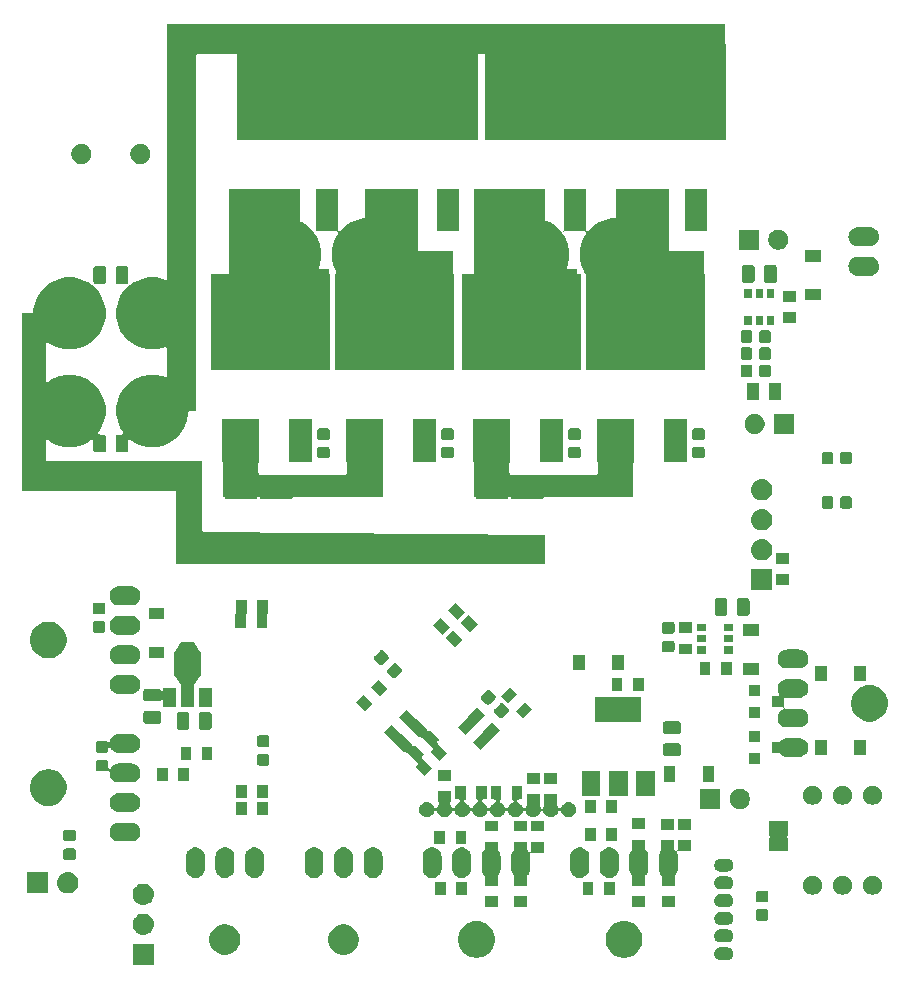
<source format=gbr>
G04 #@! TF.GenerationSoftware,KiCad,Pcbnew,(5.1.4)-1*
G04 #@! TF.CreationDate,2020-03-02T11:44:30+09:00*
G04 #@! TF.ProjectId,CAN_Current_Control_MD,43414e5f-4375-4727-9265-6e745f436f6e,rev?*
G04 #@! TF.SameCoordinates,Original*
G04 #@! TF.FileFunction,Soldermask,Bot*
G04 #@! TF.FilePolarity,Negative*
%FSLAX46Y46*%
G04 Gerber Fmt 4.6, Leading zero omitted, Abs format (unit mm)*
G04 Created by KiCad (PCBNEW (5.1.4)-1) date 2020-03-02 11:44:30*
%MOMM*%
%LPD*%
G04 APERTURE LIST*
%ADD10C,0.100000*%
G04 APERTURE END LIST*
D10*
G36*
X157651000Y-144401000D02*
G01*
X155849000Y-144401000D01*
X155849000Y-142599000D01*
X157651000Y-142599000D01*
X157651000Y-144401000D01*
X157651000Y-144401000D01*
G37*
G36*
X206270015Y-142906973D02*
G01*
X206373879Y-142938479D01*
X206401055Y-142953005D01*
X206469600Y-142989643D01*
X206553501Y-143058499D01*
X206622357Y-143142400D01*
X206658995Y-143210945D01*
X206673521Y-143238121D01*
X206705027Y-143341985D01*
X206715666Y-143450000D01*
X206705027Y-143558015D01*
X206673521Y-143661879D01*
X206673519Y-143661882D01*
X206622357Y-143757600D01*
X206553501Y-143841501D01*
X206469600Y-143910357D01*
X206401055Y-143946995D01*
X206373879Y-143961521D01*
X206270015Y-143993027D01*
X206189067Y-144001000D01*
X205610933Y-144001000D01*
X205529985Y-143993027D01*
X205426121Y-143961521D01*
X205398945Y-143946995D01*
X205330400Y-143910357D01*
X205246499Y-143841501D01*
X205177643Y-143757600D01*
X205126481Y-143661882D01*
X205126479Y-143661879D01*
X205094973Y-143558015D01*
X205084334Y-143450000D01*
X205094973Y-143341985D01*
X205126479Y-143238121D01*
X205141005Y-143210945D01*
X205177643Y-143142400D01*
X205246499Y-143058499D01*
X205330400Y-142989643D01*
X205398945Y-142953005D01*
X205426121Y-142938479D01*
X205529985Y-142906973D01*
X205610933Y-142899000D01*
X206189067Y-142899000D01*
X206270015Y-142906973D01*
X206270015Y-142906973D01*
G37*
G36*
X185252585Y-140728802D02*
G01*
X185402410Y-140758604D01*
X185684674Y-140875521D01*
X185938705Y-141045259D01*
X186154741Y-141261295D01*
X186324479Y-141515326D01*
X186441396Y-141797590D01*
X186501000Y-142097240D01*
X186501000Y-142402760D01*
X186441396Y-142702410D01*
X186324479Y-142984674D01*
X186154741Y-143238705D01*
X185938705Y-143454741D01*
X185684674Y-143624479D01*
X185402410Y-143741396D01*
X185252585Y-143771198D01*
X185102761Y-143801000D01*
X184797239Y-143801000D01*
X184647415Y-143771198D01*
X184497590Y-143741396D01*
X184215326Y-143624479D01*
X183961295Y-143454741D01*
X183745259Y-143238705D01*
X183575521Y-142984674D01*
X183458604Y-142702410D01*
X183399000Y-142402760D01*
X183399000Y-142097240D01*
X183458604Y-141797590D01*
X183575521Y-141515326D01*
X183745259Y-141261295D01*
X183961295Y-141045259D01*
X184215326Y-140875521D01*
X184497590Y-140758604D01*
X184647415Y-140728802D01*
X184797239Y-140699000D01*
X185102761Y-140699000D01*
X185252585Y-140728802D01*
X185252585Y-140728802D01*
G37*
G36*
X197752585Y-140728802D02*
G01*
X197902410Y-140758604D01*
X198184674Y-140875521D01*
X198438705Y-141045259D01*
X198654741Y-141261295D01*
X198824479Y-141515326D01*
X198941396Y-141797590D01*
X199001000Y-142097240D01*
X199001000Y-142402760D01*
X198941396Y-142702410D01*
X198824479Y-142984674D01*
X198654741Y-143238705D01*
X198438705Y-143454741D01*
X198184674Y-143624479D01*
X197902410Y-143741396D01*
X197752585Y-143771198D01*
X197602761Y-143801000D01*
X197297239Y-143801000D01*
X197147415Y-143771198D01*
X196997590Y-143741396D01*
X196715326Y-143624479D01*
X196461295Y-143454741D01*
X196245259Y-143238705D01*
X196075521Y-142984674D01*
X195958604Y-142702410D01*
X195899000Y-142402760D01*
X195899000Y-142097240D01*
X195958604Y-141797590D01*
X196075521Y-141515326D01*
X196245259Y-141261295D01*
X196461295Y-141045259D01*
X196715326Y-140875521D01*
X196997590Y-140758604D01*
X197147415Y-140728802D01*
X197297239Y-140699000D01*
X197602761Y-140699000D01*
X197752585Y-140728802D01*
X197752585Y-140728802D01*
G37*
G36*
X174079487Y-140998996D02*
G01*
X174316253Y-141097068D01*
X174316255Y-141097069D01*
X174529339Y-141239447D01*
X174710553Y-141420661D01*
X174830508Y-141600186D01*
X174852932Y-141633747D01*
X174951004Y-141870513D01*
X175001000Y-142121861D01*
X175001000Y-142378139D01*
X174951004Y-142629487D01*
X174920798Y-142702410D01*
X174852931Y-142866255D01*
X174710553Y-143079339D01*
X174529339Y-143260553D01*
X174316255Y-143402931D01*
X174316254Y-143402932D01*
X174316253Y-143402932D01*
X174079487Y-143501004D01*
X173828139Y-143551000D01*
X173571861Y-143551000D01*
X173320513Y-143501004D01*
X173083747Y-143402932D01*
X173083746Y-143402932D01*
X173083745Y-143402931D01*
X172870661Y-143260553D01*
X172689447Y-143079339D01*
X172547069Y-142866255D01*
X172479202Y-142702410D01*
X172448996Y-142629487D01*
X172399000Y-142378139D01*
X172399000Y-142121861D01*
X172448996Y-141870513D01*
X172547068Y-141633747D01*
X172569493Y-141600186D01*
X172689447Y-141420661D01*
X172870661Y-141239447D01*
X173083745Y-141097069D01*
X173083747Y-141097068D01*
X173320513Y-140998996D01*
X173571861Y-140949000D01*
X173828139Y-140949000D01*
X174079487Y-140998996D01*
X174079487Y-140998996D01*
G37*
G36*
X164029487Y-140998996D02*
G01*
X164266253Y-141097068D01*
X164266255Y-141097069D01*
X164479339Y-141239447D01*
X164660553Y-141420661D01*
X164780508Y-141600186D01*
X164802932Y-141633747D01*
X164901004Y-141870513D01*
X164951000Y-142121861D01*
X164951000Y-142378139D01*
X164901004Y-142629487D01*
X164870798Y-142702410D01*
X164802931Y-142866255D01*
X164660553Y-143079339D01*
X164479339Y-143260553D01*
X164266255Y-143402931D01*
X164266254Y-143402932D01*
X164266253Y-143402932D01*
X164029487Y-143501004D01*
X163778139Y-143551000D01*
X163521861Y-143551000D01*
X163270513Y-143501004D01*
X163033747Y-143402932D01*
X163033746Y-143402932D01*
X163033745Y-143402931D01*
X162820661Y-143260553D01*
X162639447Y-143079339D01*
X162497069Y-142866255D01*
X162429202Y-142702410D01*
X162398996Y-142629487D01*
X162349000Y-142378139D01*
X162349000Y-142121861D01*
X162398996Y-141870513D01*
X162497068Y-141633747D01*
X162519493Y-141600186D01*
X162639447Y-141420661D01*
X162820661Y-141239447D01*
X163033745Y-141097069D01*
X163033747Y-141097068D01*
X163270513Y-140998996D01*
X163521861Y-140949000D01*
X163778139Y-140949000D01*
X164029487Y-140998996D01*
X164029487Y-140998996D01*
G37*
G36*
X206270015Y-141406973D02*
G01*
X206373879Y-141438479D01*
X206401055Y-141453005D01*
X206469600Y-141489643D01*
X206553501Y-141558499D01*
X206622357Y-141642400D01*
X206658995Y-141710945D01*
X206673521Y-141738121D01*
X206705027Y-141841985D01*
X206715666Y-141950000D01*
X206705027Y-142058015D01*
X206673521Y-142161879D01*
X206673519Y-142161882D01*
X206622357Y-142257600D01*
X206553501Y-142341501D01*
X206469600Y-142410357D01*
X206401055Y-142446995D01*
X206373879Y-142461521D01*
X206270015Y-142493027D01*
X206189067Y-142501000D01*
X205610933Y-142501000D01*
X205529985Y-142493027D01*
X205426121Y-142461521D01*
X205398945Y-142446995D01*
X205330400Y-142410357D01*
X205246499Y-142341501D01*
X205177643Y-142257600D01*
X205126481Y-142161882D01*
X205126479Y-142161879D01*
X205094973Y-142058015D01*
X205084334Y-141950000D01*
X205094973Y-141841985D01*
X205126479Y-141738121D01*
X205141005Y-141710945D01*
X205177643Y-141642400D01*
X205246499Y-141558499D01*
X205330400Y-141489643D01*
X205398945Y-141453005D01*
X205426121Y-141438479D01*
X205529985Y-141406973D01*
X205610933Y-141399000D01*
X206189067Y-141399000D01*
X206270015Y-141406973D01*
X206270015Y-141406973D01*
G37*
G36*
X156860442Y-140065518D02*
G01*
X156926627Y-140072037D01*
X157096466Y-140123557D01*
X157252991Y-140207222D01*
X157288729Y-140236552D01*
X157390186Y-140319814D01*
X157473448Y-140421271D01*
X157502778Y-140457009D01*
X157502779Y-140457011D01*
X157576478Y-140594890D01*
X157586443Y-140613534D01*
X157637963Y-140783373D01*
X157655359Y-140960000D01*
X157637963Y-141136627D01*
X157586443Y-141306466D01*
X157502778Y-141462991D01*
X157480905Y-141489643D01*
X157390186Y-141600186D01*
X157288729Y-141683448D01*
X157252991Y-141712778D01*
X157096466Y-141796443D01*
X156926627Y-141847963D01*
X156860442Y-141854482D01*
X156794260Y-141861000D01*
X156705740Y-141861000D01*
X156639558Y-141854482D01*
X156573373Y-141847963D01*
X156403534Y-141796443D01*
X156247009Y-141712778D01*
X156211271Y-141683448D01*
X156109814Y-141600186D01*
X156019095Y-141489643D01*
X155997222Y-141462991D01*
X155913557Y-141306466D01*
X155862037Y-141136627D01*
X155844641Y-140960000D01*
X155862037Y-140783373D01*
X155913557Y-140613534D01*
X155923523Y-140594890D01*
X155997221Y-140457011D01*
X155997222Y-140457009D01*
X156026552Y-140421271D01*
X156109814Y-140319814D01*
X156211271Y-140236552D01*
X156247009Y-140207222D01*
X156403534Y-140123557D01*
X156573373Y-140072037D01*
X156639558Y-140065518D01*
X156705740Y-140059000D01*
X156794260Y-140059000D01*
X156860442Y-140065518D01*
X156860442Y-140065518D01*
G37*
G36*
X206270015Y-139906973D02*
G01*
X206373879Y-139938479D01*
X206401055Y-139953005D01*
X206469600Y-139989643D01*
X206553501Y-140058499D01*
X206622357Y-140142400D01*
X206657004Y-140207221D01*
X206673521Y-140238121D01*
X206705027Y-140341985D01*
X206715666Y-140450000D01*
X206705027Y-140558015D01*
X206673521Y-140661879D01*
X206665973Y-140676000D01*
X206622357Y-140757600D01*
X206553501Y-140841501D01*
X206469600Y-140910357D01*
X206401055Y-140946995D01*
X206373879Y-140961521D01*
X206270015Y-140993027D01*
X206189067Y-141001000D01*
X205610933Y-141001000D01*
X205529985Y-140993027D01*
X205426121Y-140961521D01*
X205398945Y-140946995D01*
X205330400Y-140910357D01*
X205246499Y-140841501D01*
X205177643Y-140757600D01*
X205134027Y-140676000D01*
X205126479Y-140661879D01*
X205094973Y-140558015D01*
X205084334Y-140450000D01*
X205094973Y-140341985D01*
X205126479Y-140238121D01*
X205142996Y-140207221D01*
X205177643Y-140142400D01*
X205246499Y-140058499D01*
X205330400Y-139989643D01*
X205398945Y-139953005D01*
X205426121Y-139938479D01*
X205529985Y-139906973D01*
X205610933Y-139899000D01*
X206189067Y-139899000D01*
X206270015Y-139906973D01*
X206270015Y-139906973D01*
G37*
G36*
X209529591Y-139703085D02*
G01*
X209563569Y-139713393D01*
X209594890Y-139730134D01*
X209622339Y-139752661D01*
X209644866Y-139780110D01*
X209661607Y-139811431D01*
X209671915Y-139845409D01*
X209676000Y-139886890D01*
X209676000Y-140488110D01*
X209671915Y-140529591D01*
X209661607Y-140563569D01*
X209644866Y-140594890D01*
X209622339Y-140622339D01*
X209594890Y-140644866D01*
X209563569Y-140661607D01*
X209529591Y-140671915D01*
X209488110Y-140676000D01*
X208811890Y-140676000D01*
X208770409Y-140671915D01*
X208736431Y-140661607D01*
X208705110Y-140644866D01*
X208677661Y-140622339D01*
X208655134Y-140594890D01*
X208638393Y-140563569D01*
X208628085Y-140529591D01*
X208624000Y-140488110D01*
X208624000Y-139886890D01*
X208628085Y-139845409D01*
X208638393Y-139811431D01*
X208655134Y-139780110D01*
X208677661Y-139752661D01*
X208705110Y-139730134D01*
X208736431Y-139713393D01*
X208770409Y-139703085D01*
X208811890Y-139699000D01*
X209488110Y-139699000D01*
X209529591Y-139703085D01*
X209529591Y-139703085D01*
G37*
G36*
X199251000Y-139501000D02*
G01*
X198149000Y-139501000D01*
X198149000Y-138599000D01*
X199251000Y-138599000D01*
X199251000Y-139501000D01*
X199251000Y-139501000D01*
G37*
G36*
X206270015Y-138406973D02*
G01*
X206373879Y-138438479D01*
X206380013Y-138441758D01*
X206469600Y-138489643D01*
X206553501Y-138558499D01*
X206622357Y-138642400D01*
X206658995Y-138710945D01*
X206673521Y-138738121D01*
X206705027Y-138841985D01*
X206715666Y-138950000D01*
X206705027Y-139058015D01*
X206673521Y-139161879D01*
X206658995Y-139189055D01*
X206622357Y-139257600D01*
X206553501Y-139341501D01*
X206469600Y-139410357D01*
X206401055Y-139446995D01*
X206373879Y-139461521D01*
X206270015Y-139493027D01*
X206189067Y-139501000D01*
X205610933Y-139501000D01*
X205529985Y-139493027D01*
X205426121Y-139461521D01*
X205398945Y-139446995D01*
X205330400Y-139410357D01*
X205246499Y-139341501D01*
X205177643Y-139257600D01*
X205141005Y-139189055D01*
X205126479Y-139161879D01*
X205094973Y-139058015D01*
X205084334Y-138950000D01*
X205094973Y-138841985D01*
X205126479Y-138738121D01*
X205141005Y-138710945D01*
X205177643Y-138642400D01*
X205246499Y-138558499D01*
X205330400Y-138489643D01*
X205419987Y-138441758D01*
X205426121Y-138438479D01*
X205529985Y-138406973D01*
X205610933Y-138399000D01*
X206189067Y-138399000D01*
X206270015Y-138406973D01*
X206270015Y-138406973D01*
G37*
G36*
X189251000Y-139501000D02*
G01*
X188149000Y-139501000D01*
X188149000Y-138599000D01*
X189251000Y-138599000D01*
X189251000Y-139501000D01*
X189251000Y-139501000D01*
G37*
G36*
X186751000Y-139501000D02*
G01*
X185649000Y-139501000D01*
X185649000Y-138599000D01*
X186751000Y-138599000D01*
X186751000Y-139501000D01*
X186751000Y-139501000D01*
G37*
G36*
X201751000Y-139501000D02*
G01*
X200649000Y-139501000D01*
X200649000Y-138599000D01*
X201751000Y-138599000D01*
X201751000Y-139501000D01*
X201751000Y-139501000D01*
G37*
G36*
X156860443Y-137525519D02*
G01*
X156926627Y-137532037D01*
X157096466Y-137583557D01*
X157252991Y-137667222D01*
X157288729Y-137696552D01*
X157390186Y-137779814D01*
X157440810Y-137841501D01*
X157502778Y-137917009D01*
X157586443Y-138073534D01*
X157637963Y-138243373D01*
X157655359Y-138420000D01*
X157637963Y-138596627D01*
X157586443Y-138766466D01*
X157502778Y-138922991D01*
X157476844Y-138954591D01*
X157390186Y-139060186D01*
X157288729Y-139143448D01*
X157252991Y-139172778D01*
X157096466Y-139256443D01*
X156926627Y-139307963D01*
X156860442Y-139314482D01*
X156794260Y-139321000D01*
X156705740Y-139321000D01*
X156639558Y-139314482D01*
X156573373Y-139307963D01*
X156403534Y-139256443D01*
X156247009Y-139172778D01*
X156211271Y-139143448D01*
X156109814Y-139060186D01*
X156023156Y-138954591D01*
X155997222Y-138922991D01*
X155913557Y-138766466D01*
X155862037Y-138596627D01*
X155844641Y-138420000D01*
X155862037Y-138243373D01*
X155913557Y-138073534D01*
X155997222Y-137917009D01*
X156059190Y-137841501D01*
X156109814Y-137779814D01*
X156211271Y-137696552D01*
X156247009Y-137667222D01*
X156403534Y-137583557D01*
X156573373Y-137532037D01*
X156639557Y-137525519D01*
X156705740Y-137519000D01*
X156794260Y-137519000D01*
X156860443Y-137525519D01*
X156860443Y-137525519D01*
G37*
G36*
X209529591Y-138128085D02*
G01*
X209563569Y-138138393D01*
X209594890Y-138155134D01*
X209622339Y-138177661D01*
X209644866Y-138205110D01*
X209661607Y-138236431D01*
X209671915Y-138270409D01*
X209676000Y-138311890D01*
X209676000Y-138913110D01*
X209671915Y-138954591D01*
X209661607Y-138988569D01*
X209644866Y-139019890D01*
X209622339Y-139047339D01*
X209594890Y-139069866D01*
X209563569Y-139086607D01*
X209529591Y-139096915D01*
X209488110Y-139101000D01*
X208811890Y-139101000D01*
X208770409Y-139096915D01*
X208736431Y-139086607D01*
X208705110Y-139069866D01*
X208677661Y-139047339D01*
X208655134Y-139019890D01*
X208638393Y-138988569D01*
X208628085Y-138954591D01*
X208624000Y-138913110D01*
X208624000Y-138311890D01*
X208628085Y-138270409D01*
X208638393Y-138236431D01*
X208655134Y-138205110D01*
X208677661Y-138177661D01*
X208705110Y-138155134D01*
X208736431Y-138138393D01*
X208770409Y-138128085D01*
X208811890Y-138124000D01*
X209488110Y-138124000D01*
X209529591Y-138128085D01*
X209529591Y-138128085D01*
G37*
G36*
X213647142Y-136878242D02*
G01*
X213795101Y-136939529D01*
X213928255Y-137028499D01*
X214041501Y-137141745D01*
X214130471Y-137274899D01*
X214191758Y-137422858D01*
X214223000Y-137579925D01*
X214223000Y-137740075D01*
X214191758Y-137897142D01*
X214130471Y-138045101D01*
X214041501Y-138178255D01*
X213928255Y-138291501D01*
X213795101Y-138380471D01*
X213647142Y-138441758D01*
X213490075Y-138473000D01*
X213329925Y-138473000D01*
X213172858Y-138441758D01*
X213024899Y-138380471D01*
X212891745Y-138291501D01*
X212778499Y-138178255D01*
X212689529Y-138045101D01*
X212628242Y-137897142D01*
X212597000Y-137740075D01*
X212597000Y-137579925D01*
X212628242Y-137422858D01*
X212689529Y-137274899D01*
X212778499Y-137141745D01*
X212891745Y-137028499D01*
X213024899Y-136939529D01*
X213172858Y-136878242D01*
X213329925Y-136847000D01*
X213490075Y-136847000D01*
X213647142Y-136878242D01*
X213647142Y-136878242D01*
G37*
G36*
X216187142Y-136878242D02*
G01*
X216335101Y-136939529D01*
X216468255Y-137028499D01*
X216581501Y-137141745D01*
X216670471Y-137274899D01*
X216731758Y-137422858D01*
X216763000Y-137579925D01*
X216763000Y-137740075D01*
X216731758Y-137897142D01*
X216670471Y-138045101D01*
X216581501Y-138178255D01*
X216468255Y-138291501D01*
X216335101Y-138380471D01*
X216187142Y-138441758D01*
X216030075Y-138473000D01*
X215869925Y-138473000D01*
X215712858Y-138441758D01*
X215564899Y-138380471D01*
X215431745Y-138291501D01*
X215318499Y-138178255D01*
X215229529Y-138045101D01*
X215168242Y-137897142D01*
X215137000Y-137740075D01*
X215137000Y-137579925D01*
X215168242Y-137422858D01*
X215229529Y-137274899D01*
X215318499Y-137141745D01*
X215431745Y-137028499D01*
X215564899Y-136939529D01*
X215712858Y-136878242D01*
X215869925Y-136847000D01*
X216030075Y-136847000D01*
X216187142Y-136878242D01*
X216187142Y-136878242D01*
G37*
G36*
X218727142Y-136878242D02*
G01*
X218875101Y-136939529D01*
X219008255Y-137028499D01*
X219121501Y-137141745D01*
X219210471Y-137274899D01*
X219271758Y-137422858D01*
X219303000Y-137579925D01*
X219303000Y-137740075D01*
X219271758Y-137897142D01*
X219210471Y-138045101D01*
X219121501Y-138178255D01*
X219008255Y-138291501D01*
X218875101Y-138380471D01*
X218727142Y-138441758D01*
X218570075Y-138473000D01*
X218409925Y-138473000D01*
X218252858Y-138441758D01*
X218104899Y-138380471D01*
X217971745Y-138291501D01*
X217858499Y-138178255D01*
X217769529Y-138045101D01*
X217708242Y-137897142D01*
X217677000Y-137740075D01*
X217677000Y-137579925D01*
X217708242Y-137422858D01*
X217769529Y-137274899D01*
X217858499Y-137141745D01*
X217971745Y-137028499D01*
X218104899Y-136939529D01*
X218252858Y-136878242D01*
X218409925Y-136847000D01*
X218570075Y-136847000D01*
X218727142Y-136878242D01*
X218727142Y-136878242D01*
G37*
G36*
X196651000Y-138451000D02*
G01*
X195749000Y-138451000D01*
X195749000Y-137349000D01*
X196651000Y-137349000D01*
X196651000Y-138451000D01*
X196651000Y-138451000D01*
G37*
G36*
X194851000Y-138451000D02*
G01*
X193949000Y-138451000D01*
X193949000Y-137349000D01*
X194851000Y-137349000D01*
X194851000Y-138451000D01*
X194851000Y-138451000D01*
G37*
G36*
X184151000Y-138451000D02*
G01*
X183249000Y-138451000D01*
X183249000Y-137349000D01*
X184151000Y-137349000D01*
X184151000Y-138451000D01*
X184151000Y-138451000D01*
G37*
G36*
X182351000Y-138451000D02*
G01*
X181449000Y-138451000D01*
X181449000Y-137349000D01*
X182351000Y-137349000D01*
X182351000Y-138451000D01*
X182351000Y-138451000D01*
G37*
G36*
X150450443Y-136555519D02*
G01*
X150516627Y-136562037D01*
X150686466Y-136613557D01*
X150842991Y-136697222D01*
X150878729Y-136726552D01*
X150980186Y-136809814D01*
X151053378Y-136899000D01*
X151092778Y-136947009D01*
X151176443Y-137103534D01*
X151227963Y-137273373D01*
X151245359Y-137450000D01*
X151227963Y-137626627D01*
X151176443Y-137796466D01*
X151092778Y-137952991D01*
X151063448Y-137988729D01*
X150980186Y-138090186D01*
X150878729Y-138173448D01*
X150842991Y-138202778D01*
X150686466Y-138286443D01*
X150516627Y-138337963D01*
X150450443Y-138344481D01*
X150384260Y-138351000D01*
X150295740Y-138351000D01*
X150229557Y-138344481D01*
X150163373Y-138337963D01*
X149993534Y-138286443D01*
X149837009Y-138202778D01*
X149801271Y-138173448D01*
X149699814Y-138090186D01*
X149616552Y-137988729D01*
X149587222Y-137952991D01*
X149503557Y-137796466D01*
X149452037Y-137626627D01*
X149434641Y-137450000D01*
X149452037Y-137273373D01*
X149503557Y-137103534D01*
X149587222Y-136947009D01*
X149626622Y-136899000D01*
X149699814Y-136809814D01*
X149801271Y-136726552D01*
X149837009Y-136697222D01*
X149993534Y-136613557D01*
X150163373Y-136562037D01*
X150229557Y-136555519D01*
X150295740Y-136549000D01*
X150384260Y-136549000D01*
X150450443Y-136555519D01*
X150450443Y-136555519D01*
G37*
G36*
X148701000Y-138351000D02*
G01*
X146899000Y-138351000D01*
X146899000Y-136549000D01*
X148701000Y-136549000D01*
X148701000Y-138351000D01*
X148701000Y-138351000D01*
G37*
G36*
X206270015Y-136906973D02*
G01*
X206373879Y-136938479D01*
X206375843Y-136939529D01*
X206469600Y-136989643D01*
X206553501Y-137058499D01*
X206622357Y-137142400D01*
X206658995Y-137210945D01*
X206673521Y-137238121D01*
X206705027Y-137341985D01*
X206715666Y-137450000D01*
X206705027Y-137558015D01*
X206673521Y-137661879D01*
X206670665Y-137667222D01*
X206622357Y-137757600D01*
X206553501Y-137841501D01*
X206469600Y-137910357D01*
X206401055Y-137946995D01*
X206373879Y-137961521D01*
X206270015Y-137993027D01*
X206189067Y-138001000D01*
X205610933Y-138001000D01*
X205529985Y-137993027D01*
X205426121Y-137961521D01*
X205398945Y-137946995D01*
X205330400Y-137910357D01*
X205246499Y-137841501D01*
X205177643Y-137757600D01*
X205129335Y-137667222D01*
X205126479Y-137661879D01*
X205094973Y-137558015D01*
X205084334Y-137450000D01*
X205094973Y-137341985D01*
X205126479Y-137238121D01*
X205141005Y-137210945D01*
X205177643Y-137142400D01*
X205246499Y-137058499D01*
X205330400Y-136989643D01*
X205424157Y-136939529D01*
X205426121Y-136938479D01*
X205529985Y-136906973D01*
X205610933Y-136899000D01*
X206189067Y-136899000D01*
X206270015Y-136906973D01*
X206270015Y-136906973D01*
G37*
G36*
X199251000Y-134614047D02*
G01*
X199253402Y-134638433D01*
X199260515Y-134661882D01*
X199279372Y-134693343D01*
X199346601Y-134775263D01*
X199369229Y-134802835D01*
X199443608Y-134941987D01*
X199448026Y-134956553D01*
X199489410Y-135092977D01*
X199501000Y-135210655D01*
X199501000Y-136289345D01*
X199489410Y-136407023D01*
X199472879Y-136461519D01*
X199443608Y-136558013D01*
X199441457Y-136562037D01*
X199369229Y-136697165D01*
X199285656Y-136799000D01*
X199279373Y-136806655D01*
X199265760Y-136827029D01*
X199256382Y-136849668D01*
X199251000Y-136885952D01*
X199251000Y-137701000D01*
X198149000Y-137701000D01*
X198149000Y-136885952D01*
X198146598Y-136861566D01*
X198139485Y-136838117D01*
X198120627Y-136806654D01*
X198114346Y-136799000D01*
X198030772Y-136697165D01*
X197958544Y-136562037D01*
X197956393Y-136558013D01*
X197927122Y-136461519D01*
X197910591Y-136407023D01*
X197899001Y-136289345D01*
X197899000Y-135210656D01*
X197910590Y-135092978D01*
X197956392Y-134941989D01*
X197956392Y-134941988D01*
X198030771Y-134802836D01*
X198064910Y-134761237D01*
X198120628Y-134693343D01*
X198134241Y-134672970D01*
X198143618Y-134650331D01*
X198149000Y-134614047D01*
X198149000Y-133799000D01*
X199251000Y-133799000D01*
X199251000Y-134614047D01*
X199251000Y-134614047D01*
G37*
G36*
X186751000Y-134614047D02*
G01*
X186753402Y-134638433D01*
X186760515Y-134661882D01*
X186779372Y-134693343D01*
X186846601Y-134775263D01*
X186869229Y-134802835D01*
X186943608Y-134941987D01*
X186948026Y-134956553D01*
X186989410Y-135092977D01*
X187001000Y-135210655D01*
X187001000Y-136289345D01*
X186989410Y-136407023D01*
X186972879Y-136461519D01*
X186943608Y-136558013D01*
X186941457Y-136562037D01*
X186869229Y-136697165D01*
X186785656Y-136799000D01*
X186779373Y-136806655D01*
X186765760Y-136827029D01*
X186756382Y-136849668D01*
X186751000Y-136885952D01*
X186751000Y-137701000D01*
X185649000Y-137701000D01*
X185649000Y-136885952D01*
X185646598Y-136861566D01*
X185639485Y-136838117D01*
X185620627Y-136806654D01*
X185614346Y-136799000D01*
X185530772Y-136697165D01*
X185458544Y-136562037D01*
X185456393Y-136558013D01*
X185427122Y-136461519D01*
X185410591Y-136407023D01*
X185399001Y-136289345D01*
X185399000Y-135210656D01*
X185410590Y-135092978D01*
X185456392Y-134941989D01*
X185456392Y-134941988D01*
X185530771Y-134802836D01*
X185564910Y-134761237D01*
X185620628Y-134693343D01*
X185634241Y-134672970D01*
X185643618Y-134650331D01*
X185649000Y-134614047D01*
X185649000Y-133999000D01*
X186751000Y-133999000D01*
X186751000Y-134614047D01*
X186751000Y-134614047D01*
G37*
G36*
X201651000Y-134524799D02*
G01*
X201653402Y-134549185D01*
X201660515Y-134572634D01*
X201672066Y-134594245D01*
X201687611Y-134613187D01*
X201696694Y-134621419D01*
X201769133Y-134680867D01*
X201777380Y-134690916D01*
X201794702Y-134708238D01*
X201815076Y-134721852D01*
X201837715Y-134731229D01*
X201861748Y-134736010D01*
X201886252Y-134736010D01*
X201910285Y-134731230D01*
X201932924Y-134721853D01*
X201953299Y-134708239D01*
X201970626Y-134690912D01*
X201984240Y-134670538D01*
X201993617Y-134647899D01*
X201998398Y-134623866D01*
X201999000Y-134611613D01*
X201999000Y-133849000D01*
X203101000Y-133849000D01*
X203101000Y-134751000D01*
X202050071Y-134751000D01*
X202025685Y-134753402D01*
X202002236Y-134760515D01*
X201980625Y-134772066D01*
X201961683Y-134787611D01*
X201946138Y-134806553D01*
X201934587Y-134828164D01*
X201927474Y-134851613D01*
X201925072Y-134875999D01*
X201927474Y-134900385D01*
X201934587Y-134923834D01*
X201939833Y-134934925D01*
X201943607Y-134941986D01*
X201943608Y-134941988D01*
X201989410Y-135092977D01*
X202001000Y-135210655D01*
X202001000Y-136289345D01*
X201989410Y-136407023D01*
X201972879Y-136461519D01*
X201943608Y-136558013D01*
X201941457Y-136562037D01*
X201869229Y-136697165D01*
X201785656Y-136799000D01*
X201779373Y-136806655D01*
X201765760Y-136827029D01*
X201756382Y-136849668D01*
X201751000Y-136885952D01*
X201751000Y-137701000D01*
X200649000Y-137701000D01*
X200649000Y-136885952D01*
X200646598Y-136861566D01*
X200639485Y-136838117D01*
X200620627Y-136806654D01*
X200614346Y-136799000D01*
X200530772Y-136697165D01*
X200458544Y-136562037D01*
X200456393Y-136558013D01*
X200427122Y-136461519D01*
X200410591Y-136407023D01*
X200399001Y-136289345D01*
X200399000Y-135210656D01*
X200410590Y-135092978D01*
X200456392Y-134941989D01*
X200456392Y-134941988D01*
X200525335Y-134813006D01*
X200530771Y-134802836D01*
X200530772Y-134802834D01*
X200534240Y-134796347D01*
X200543617Y-134773708D01*
X200548398Y-134749675D01*
X200549000Y-134737422D01*
X200549000Y-133849000D01*
X201651000Y-133849000D01*
X201651000Y-134524799D01*
X201651000Y-134524799D01*
G37*
G36*
X189251000Y-134614047D02*
G01*
X189253402Y-134638433D01*
X189260515Y-134661882D01*
X189279372Y-134693343D01*
X189312478Y-134733683D01*
X189376567Y-134811776D01*
X189377355Y-134812957D01*
X189394678Y-134830288D01*
X189415049Y-134843907D01*
X189437685Y-134853290D01*
X189461717Y-134858077D01*
X189486221Y-134858083D01*
X189510256Y-134853309D01*
X189532897Y-134843937D01*
X189553275Y-134830329D01*
X189570606Y-134813006D01*
X189584225Y-134792635D01*
X189593608Y-134769999D01*
X189598395Y-134745967D01*
X189599000Y-134733683D01*
X189599000Y-133999000D01*
X190701000Y-133999000D01*
X190701000Y-134901000D01*
X189599716Y-134901000D01*
X189575330Y-134903402D01*
X189551881Y-134910515D01*
X189530270Y-134922066D01*
X189511328Y-134937611D01*
X189495783Y-134956553D01*
X189484232Y-134978164D01*
X189477119Y-135001613D01*
X189474717Y-135025999D01*
X189480099Y-135062282D01*
X189489410Y-135092977D01*
X189501000Y-135210655D01*
X189501000Y-136289345D01*
X189489410Y-136407023D01*
X189472879Y-136461519D01*
X189443608Y-136558013D01*
X189441457Y-136562037D01*
X189369229Y-136697165D01*
X189285656Y-136799000D01*
X189279373Y-136806655D01*
X189265760Y-136827029D01*
X189256382Y-136849668D01*
X189251000Y-136885952D01*
X189251000Y-137701000D01*
X188149000Y-137701000D01*
X188149000Y-136885952D01*
X188146598Y-136861566D01*
X188139485Y-136838117D01*
X188120627Y-136806654D01*
X188114346Y-136799000D01*
X188030772Y-136697165D01*
X187958544Y-136562037D01*
X187956393Y-136558013D01*
X187927122Y-136461519D01*
X187910591Y-136407023D01*
X187899001Y-136289345D01*
X187899000Y-135210656D01*
X187910590Y-135092978D01*
X187956392Y-134941989D01*
X187956392Y-134941988D01*
X188030771Y-134802836D01*
X188064910Y-134761237D01*
X188120628Y-134693343D01*
X188134241Y-134672970D01*
X188143618Y-134650331D01*
X188149000Y-134614047D01*
X188149000Y-133999000D01*
X189251000Y-133999000D01*
X189251000Y-134614047D01*
X189251000Y-134614047D01*
G37*
G36*
X183857022Y-134460590D02*
G01*
X183957681Y-134491125D01*
X184008012Y-134506392D01*
X184096505Y-134553693D01*
X184147164Y-134580771D01*
X184269133Y-134680867D01*
X184346601Y-134775263D01*
X184369229Y-134802835D01*
X184443608Y-134941987D01*
X184448026Y-134956553D01*
X184489410Y-135092977D01*
X184501000Y-135210655D01*
X184501000Y-136289345D01*
X184489410Y-136407023D01*
X184472879Y-136461519D01*
X184443608Y-136558013D01*
X184369229Y-136697165D01*
X184269133Y-136819133D01*
X184147165Y-136919229D01*
X184008013Y-136993608D01*
X183957682Y-137008875D01*
X183857023Y-137039410D01*
X183700000Y-137054875D01*
X183542978Y-137039410D01*
X183442319Y-137008875D01*
X183391988Y-136993608D01*
X183252836Y-136919229D01*
X183130868Y-136819133D01*
X183030772Y-136697165D01*
X182956393Y-136558013D01*
X182927122Y-136461519D01*
X182910591Y-136407023D01*
X182899001Y-136289345D01*
X182899000Y-135210656D01*
X182910590Y-135092978D01*
X182956392Y-134941989D01*
X182956392Y-134941988D01*
X183030771Y-134802836D01*
X183053400Y-134775262D01*
X183130867Y-134680867D01*
X183252835Y-134580771D01*
X183303494Y-134553693D01*
X183391987Y-134506392D01*
X183442318Y-134491125D01*
X183542977Y-134460590D01*
X183700000Y-134445125D01*
X183857022Y-134460590D01*
X183857022Y-134460590D01*
G37*
G36*
X171357022Y-134460590D02*
G01*
X171457681Y-134491125D01*
X171508012Y-134506392D01*
X171596505Y-134553693D01*
X171647164Y-134580771D01*
X171769133Y-134680867D01*
X171846601Y-134775263D01*
X171869229Y-134802835D01*
X171943608Y-134941987D01*
X171948026Y-134956553D01*
X171989410Y-135092977D01*
X172001000Y-135210655D01*
X172001000Y-136289345D01*
X171989410Y-136407023D01*
X171972879Y-136461519D01*
X171943608Y-136558013D01*
X171869229Y-136697165D01*
X171769133Y-136819133D01*
X171647165Y-136919229D01*
X171508013Y-136993608D01*
X171457682Y-137008875D01*
X171357023Y-137039410D01*
X171200000Y-137054875D01*
X171042978Y-137039410D01*
X170942319Y-137008875D01*
X170891988Y-136993608D01*
X170752836Y-136919229D01*
X170630868Y-136819133D01*
X170530772Y-136697165D01*
X170456393Y-136558013D01*
X170427122Y-136461519D01*
X170410591Y-136407023D01*
X170399001Y-136289345D01*
X170399000Y-135210656D01*
X170410590Y-135092978D01*
X170456392Y-134941989D01*
X170456392Y-134941988D01*
X170530771Y-134802836D01*
X170553400Y-134775262D01*
X170630867Y-134680867D01*
X170752835Y-134580771D01*
X170803494Y-134553693D01*
X170891987Y-134506392D01*
X170942318Y-134491125D01*
X171042977Y-134460590D01*
X171200000Y-134445125D01*
X171357022Y-134460590D01*
X171357022Y-134460590D01*
G37*
G36*
X166307022Y-134460590D02*
G01*
X166407681Y-134491125D01*
X166458012Y-134506392D01*
X166546505Y-134553693D01*
X166597164Y-134580771D01*
X166719133Y-134680867D01*
X166796601Y-134775263D01*
X166819229Y-134802835D01*
X166893608Y-134941987D01*
X166898026Y-134956553D01*
X166939410Y-135092977D01*
X166951000Y-135210655D01*
X166951000Y-136289345D01*
X166939410Y-136407023D01*
X166922879Y-136461519D01*
X166893608Y-136558013D01*
X166819229Y-136697165D01*
X166719133Y-136819133D01*
X166597165Y-136919229D01*
X166458013Y-136993608D01*
X166407682Y-137008875D01*
X166307023Y-137039410D01*
X166150000Y-137054875D01*
X165992978Y-137039410D01*
X165892319Y-137008875D01*
X165841988Y-136993608D01*
X165702836Y-136919229D01*
X165580868Y-136819133D01*
X165480772Y-136697165D01*
X165406393Y-136558013D01*
X165377122Y-136461519D01*
X165360591Y-136407023D01*
X165349001Y-136289345D01*
X165349000Y-135210656D01*
X165360590Y-135092978D01*
X165406392Y-134941989D01*
X165406392Y-134941988D01*
X165480771Y-134802836D01*
X165503400Y-134775262D01*
X165580867Y-134680867D01*
X165702835Y-134580771D01*
X165753494Y-134553693D01*
X165841987Y-134506392D01*
X165892318Y-134491125D01*
X165992977Y-134460590D01*
X166150000Y-134445125D01*
X166307022Y-134460590D01*
X166307022Y-134460590D01*
G37*
G36*
X196357022Y-134460590D02*
G01*
X196457681Y-134491125D01*
X196508012Y-134506392D01*
X196596505Y-134553693D01*
X196647164Y-134580771D01*
X196769133Y-134680867D01*
X196846601Y-134775263D01*
X196869229Y-134802835D01*
X196943608Y-134941987D01*
X196948026Y-134956553D01*
X196989410Y-135092977D01*
X197001000Y-135210655D01*
X197001000Y-136289345D01*
X196989410Y-136407023D01*
X196972879Y-136461519D01*
X196943608Y-136558013D01*
X196869229Y-136697165D01*
X196769133Y-136819133D01*
X196647165Y-136919229D01*
X196508013Y-136993608D01*
X196457682Y-137008875D01*
X196357023Y-137039410D01*
X196200000Y-137054875D01*
X196042978Y-137039410D01*
X195942319Y-137008875D01*
X195891988Y-136993608D01*
X195752836Y-136919229D01*
X195630868Y-136819133D01*
X195530772Y-136697165D01*
X195456393Y-136558013D01*
X195427122Y-136461519D01*
X195410591Y-136407023D01*
X195399001Y-136289345D01*
X195399000Y-135210656D01*
X195410590Y-135092978D01*
X195456392Y-134941989D01*
X195456392Y-134941988D01*
X195530771Y-134802836D01*
X195553400Y-134775262D01*
X195630867Y-134680867D01*
X195752835Y-134580771D01*
X195803494Y-134553693D01*
X195891987Y-134506392D01*
X195942318Y-134491125D01*
X196042977Y-134460590D01*
X196200000Y-134445125D01*
X196357022Y-134460590D01*
X196357022Y-134460590D01*
G37*
G36*
X193857022Y-134460590D02*
G01*
X193957681Y-134491125D01*
X194008012Y-134506392D01*
X194096505Y-134553693D01*
X194147164Y-134580771D01*
X194269133Y-134680867D01*
X194346601Y-134775263D01*
X194369229Y-134802835D01*
X194443608Y-134941987D01*
X194448026Y-134956553D01*
X194489410Y-135092977D01*
X194501000Y-135210655D01*
X194501000Y-136289345D01*
X194489410Y-136407023D01*
X194472879Y-136461519D01*
X194443608Y-136558013D01*
X194369229Y-136697165D01*
X194269133Y-136819133D01*
X194147165Y-136919229D01*
X194008013Y-136993608D01*
X193957682Y-137008875D01*
X193857023Y-137039410D01*
X193700000Y-137054875D01*
X193542978Y-137039410D01*
X193442319Y-137008875D01*
X193391988Y-136993608D01*
X193252836Y-136919229D01*
X193130868Y-136819133D01*
X193030772Y-136697165D01*
X192956393Y-136558013D01*
X192927122Y-136461519D01*
X192910591Y-136407023D01*
X192899001Y-136289345D01*
X192899000Y-135210656D01*
X192910590Y-135092978D01*
X192956392Y-134941989D01*
X192956392Y-134941988D01*
X193030771Y-134802836D01*
X193053400Y-134775262D01*
X193130867Y-134680867D01*
X193252835Y-134580771D01*
X193303494Y-134553693D01*
X193391987Y-134506392D01*
X193442318Y-134491125D01*
X193542977Y-134460590D01*
X193700000Y-134445125D01*
X193857022Y-134460590D01*
X193857022Y-134460590D01*
G37*
G36*
X163807022Y-134460590D02*
G01*
X163907681Y-134491125D01*
X163958012Y-134506392D01*
X164046505Y-134553693D01*
X164097164Y-134580771D01*
X164219133Y-134680867D01*
X164296601Y-134775263D01*
X164319229Y-134802835D01*
X164393608Y-134941987D01*
X164398026Y-134956553D01*
X164439410Y-135092977D01*
X164451000Y-135210655D01*
X164451000Y-136289345D01*
X164439410Y-136407023D01*
X164422879Y-136461519D01*
X164393608Y-136558013D01*
X164319229Y-136697165D01*
X164219133Y-136819133D01*
X164097165Y-136919229D01*
X163958013Y-136993608D01*
X163907682Y-137008875D01*
X163807023Y-137039410D01*
X163650000Y-137054875D01*
X163492978Y-137039410D01*
X163392319Y-137008875D01*
X163341988Y-136993608D01*
X163202836Y-136919229D01*
X163080868Y-136819133D01*
X162980772Y-136697165D01*
X162906393Y-136558013D01*
X162877122Y-136461519D01*
X162860591Y-136407023D01*
X162849001Y-136289345D01*
X162849000Y-135210656D01*
X162860590Y-135092978D01*
X162906392Y-134941989D01*
X162906392Y-134941988D01*
X162980771Y-134802836D01*
X163003400Y-134775262D01*
X163080867Y-134680867D01*
X163202835Y-134580771D01*
X163253494Y-134553693D01*
X163341987Y-134506392D01*
X163392318Y-134491125D01*
X163492977Y-134460590D01*
X163650000Y-134445125D01*
X163807022Y-134460590D01*
X163807022Y-134460590D01*
G37*
G36*
X176357022Y-134460590D02*
G01*
X176457681Y-134491125D01*
X176508012Y-134506392D01*
X176596505Y-134553693D01*
X176647164Y-134580771D01*
X176769133Y-134680867D01*
X176846601Y-134775263D01*
X176869229Y-134802835D01*
X176943608Y-134941987D01*
X176948026Y-134956553D01*
X176989410Y-135092977D01*
X177001000Y-135210655D01*
X177001000Y-136289345D01*
X176989410Y-136407023D01*
X176972879Y-136461519D01*
X176943608Y-136558013D01*
X176869229Y-136697165D01*
X176769133Y-136819133D01*
X176647165Y-136919229D01*
X176508013Y-136993608D01*
X176457682Y-137008875D01*
X176357023Y-137039410D01*
X176200000Y-137054875D01*
X176042978Y-137039410D01*
X175942319Y-137008875D01*
X175891988Y-136993608D01*
X175752836Y-136919229D01*
X175630868Y-136819133D01*
X175530772Y-136697165D01*
X175456393Y-136558013D01*
X175427122Y-136461519D01*
X175410591Y-136407023D01*
X175399001Y-136289345D01*
X175399000Y-135210656D01*
X175410590Y-135092978D01*
X175456392Y-134941989D01*
X175456392Y-134941988D01*
X175530771Y-134802836D01*
X175553400Y-134775262D01*
X175630867Y-134680867D01*
X175752835Y-134580771D01*
X175803494Y-134553693D01*
X175891987Y-134506392D01*
X175942318Y-134491125D01*
X176042977Y-134460590D01*
X176200000Y-134445125D01*
X176357022Y-134460590D01*
X176357022Y-134460590D01*
G37*
G36*
X161307022Y-134460590D02*
G01*
X161407681Y-134491125D01*
X161458012Y-134506392D01*
X161546505Y-134553693D01*
X161597164Y-134580771D01*
X161719133Y-134680867D01*
X161796601Y-134775263D01*
X161819229Y-134802835D01*
X161893608Y-134941987D01*
X161898026Y-134956553D01*
X161939410Y-135092977D01*
X161951000Y-135210655D01*
X161951000Y-136289345D01*
X161939410Y-136407023D01*
X161922879Y-136461519D01*
X161893608Y-136558013D01*
X161819229Y-136697165D01*
X161719133Y-136819133D01*
X161597165Y-136919229D01*
X161458013Y-136993608D01*
X161407682Y-137008875D01*
X161307023Y-137039410D01*
X161150000Y-137054875D01*
X160992978Y-137039410D01*
X160892319Y-137008875D01*
X160841988Y-136993608D01*
X160702836Y-136919229D01*
X160580868Y-136819133D01*
X160480772Y-136697165D01*
X160406393Y-136558013D01*
X160377122Y-136461519D01*
X160360591Y-136407023D01*
X160349001Y-136289345D01*
X160349000Y-135210656D01*
X160360590Y-135092978D01*
X160406392Y-134941989D01*
X160406392Y-134941988D01*
X160480771Y-134802836D01*
X160503400Y-134775262D01*
X160580867Y-134680867D01*
X160702835Y-134580771D01*
X160753494Y-134553693D01*
X160841987Y-134506392D01*
X160892318Y-134491125D01*
X160992977Y-134460590D01*
X161150000Y-134445125D01*
X161307022Y-134460590D01*
X161307022Y-134460590D01*
G37*
G36*
X173857022Y-134460590D02*
G01*
X173957681Y-134491125D01*
X174008012Y-134506392D01*
X174096505Y-134553693D01*
X174147164Y-134580771D01*
X174269133Y-134680867D01*
X174346601Y-134775263D01*
X174369229Y-134802835D01*
X174443608Y-134941987D01*
X174448026Y-134956553D01*
X174489410Y-135092977D01*
X174501000Y-135210655D01*
X174501000Y-136289345D01*
X174489410Y-136407023D01*
X174472879Y-136461519D01*
X174443608Y-136558013D01*
X174369229Y-136697165D01*
X174269133Y-136819133D01*
X174147165Y-136919229D01*
X174008013Y-136993608D01*
X173957682Y-137008875D01*
X173857023Y-137039410D01*
X173700000Y-137054875D01*
X173542978Y-137039410D01*
X173442319Y-137008875D01*
X173391988Y-136993608D01*
X173252836Y-136919229D01*
X173130868Y-136819133D01*
X173030772Y-136697165D01*
X172956393Y-136558013D01*
X172927122Y-136461519D01*
X172910591Y-136407023D01*
X172899001Y-136289345D01*
X172899000Y-135210656D01*
X172910590Y-135092978D01*
X172956392Y-134941989D01*
X172956392Y-134941988D01*
X173030771Y-134802836D01*
X173053400Y-134775262D01*
X173130867Y-134680867D01*
X173252835Y-134580771D01*
X173303494Y-134553693D01*
X173391987Y-134506392D01*
X173442318Y-134491125D01*
X173542977Y-134460590D01*
X173700000Y-134445125D01*
X173857022Y-134460590D01*
X173857022Y-134460590D01*
G37*
G36*
X181357022Y-134460590D02*
G01*
X181457681Y-134491125D01*
X181508012Y-134506392D01*
X181596505Y-134553693D01*
X181647164Y-134580771D01*
X181769133Y-134680867D01*
X181846601Y-134775263D01*
X181869229Y-134802835D01*
X181943608Y-134941987D01*
X181948026Y-134956553D01*
X181989410Y-135092977D01*
X182001000Y-135210655D01*
X182001000Y-136289345D01*
X181989410Y-136407023D01*
X181972879Y-136461519D01*
X181943608Y-136558013D01*
X181869229Y-136697165D01*
X181769133Y-136819133D01*
X181647165Y-136919229D01*
X181508013Y-136993608D01*
X181457682Y-137008875D01*
X181357023Y-137039410D01*
X181200000Y-137054875D01*
X181042978Y-137039410D01*
X180942319Y-137008875D01*
X180891988Y-136993608D01*
X180752836Y-136919229D01*
X180630868Y-136819133D01*
X180530772Y-136697165D01*
X180456393Y-136558013D01*
X180427122Y-136461519D01*
X180410591Y-136407023D01*
X180399001Y-136289345D01*
X180399000Y-135210656D01*
X180410590Y-135092978D01*
X180456392Y-134941989D01*
X180456392Y-134941988D01*
X180530771Y-134802836D01*
X180553400Y-134775262D01*
X180630867Y-134680867D01*
X180752835Y-134580771D01*
X180803494Y-134553693D01*
X180891987Y-134506392D01*
X180942318Y-134491125D01*
X181042977Y-134460590D01*
X181200000Y-134445125D01*
X181357022Y-134460590D01*
X181357022Y-134460590D01*
G37*
G36*
X206270015Y-135406973D02*
G01*
X206373879Y-135438479D01*
X206401055Y-135453005D01*
X206469600Y-135489643D01*
X206553501Y-135558499D01*
X206622357Y-135642400D01*
X206658995Y-135710945D01*
X206673521Y-135738121D01*
X206705027Y-135841985D01*
X206715666Y-135950000D01*
X206705027Y-136058015D01*
X206673521Y-136161879D01*
X206673519Y-136161882D01*
X206622357Y-136257600D01*
X206553501Y-136341501D01*
X206469600Y-136410357D01*
X206401055Y-136446995D01*
X206373879Y-136461521D01*
X206270015Y-136493027D01*
X206189067Y-136501000D01*
X205610933Y-136501000D01*
X205529985Y-136493027D01*
X205426121Y-136461521D01*
X205398945Y-136446995D01*
X205330400Y-136410357D01*
X205246499Y-136341501D01*
X205177643Y-136257600D01*
X205126481Y-136161882D01*
X205126479Y-136161879D01*
X205094973Y-136058015D01*
X205084334Y-135950000D01*
X205094973Y-135841985D01*
X205126479Y-135738121D01*
X205141005Y-135710945D01*
X205177643Y-135642400D01*
X205246499Y-135558499D01*
X205330400Y-135489643D01*
X205398945Y-135453005D01*
X205426121Y-135438479D01*
X205529985Y-135406973D01*
X205610933Y-135399000D01*
X206189067Y-135399000D01*
X206270015Y-135406973D01*
X206270015Y-135406973D01*
G37*
G36*
X150879591Y-134553085D02*
G01*
X150913569Y-134563393D01*
X150944890Y-134580134D01*
X150972339Y-134602661D01*
X150994866Y-134630110D01*
X151011607Y-134661431D01*
X151021915Y-134695409D01*
X151026000Y-134736890D01*
X151026000Y-135338110D01*
X151021915Y-135379591D01*
X151011607Y-135413569D01*
X150994866Y-135444890D01*
X150972339Y-135472339D01*
X150944890Y-135494866D01*
X150913569Y-135511607D01*
X150879591Y-135521915D01*
X150838110Y-135526000D01*
X150161890Y-135526000D01*
X150120409Y-135521915D01*
X150086431Y-135511607D01*
X150055110Y-135494866D01*
X150027661Y-135472339D01*
X150005134Y-135444890D01*
X149988393Y-135413569D01*
X149978085Y-135379591D01*
X149974000Y-135338110D01*
X149974000Y-134736890D01*
X149978085Y-134695409D01*
X149988393Y-134661431D01*
X150005134Y-134630110D01*
X150027661Y-134602661D01*
X150055110Y-134580134D01*
X150086431Y-134563393D01*
X150120409Y-134553085D01*
X150161890Y-134549000D01*
X150838110Y-134549000D01*
X150879591Y-134553085D01*
X150879591Y-134553085D01*
G37*
G36*
X211259999Y-132224737D02*
G01*
X211269608Y-132227652D01*
X211278472Y-132232390D01*
X211286237Y-132238763D01*
X211292610Y-132246528D01*
X211297348Y-132255392D01*
X211300263Y-132265001D01*
X211301852Y-132281140D01*
X211301852Y-133418860D01*
X211300263Y-133434999D01*
X211297348Y-133444608D01*
X211292610Y-133453472D01*
X211286237Y-133461237D01*
X211273263Y-133471884D01*
X211264032Y-133478053D01*
X211246706Y-133495381D01*
X211233093Y-133515756D01*
X211223717Y-133538395D01*
X211218937Y-133562428D01*
X211218938Y-133586932D01*
X211223720Y-133610965D01*
X211233098Y-133633604D01*
X211246713Y-133653978D01*
X211264041Y-133671304D01*
X211273317Y-133678175D01*
X211278427Y-133682360D01*
X211286199Y-133688725D01*
X211292581Y-133696484D01*
X211297326Y-133705339D01*
X211298251Y-133708377D01*
X211300242Y-133714915D01*
X211300242Y-133714918D01*
X211300252Y-133714950D01*
X211301247Y-133725000D01*
X211301247Y-133725065D01*
X211301852Y-133731175D01*
X211301852Y-134718860D01*
X211300263Y-134734999D01*
X211297348Y-134744608D01*
X211292610Y-134753472D01*
X211286237Y-134761237D01*
X211278472Y-134767610D01*
X211269608Y-134772348D01*
X211259999Y-134775263D01*
X211243860Y-134776852D01*
X209756140Y-134776852D01*
X209740001Y-134775263D01*
X209730392Y-134772348D01*
X209721528Y-134767610D01*
X209713763Y-134761237D01*
X209707390Y-134753472D01*
X209702652Y-134744608D01*
X209699737Y-134734999D01*
X209698148Y-134718860D01*
X209698148Y-133731140D01*
X209699737Y-133715001D01*
X209702652Y-133705392D01*
X209707390Y-133696528D01*
X209713742Y-133688788D01*
X209713743Y-133688787D01*
X209713763Y-133688763D01*
X209721573Y-133682360D01*
X209721628Y-133682323D01*
X209731147Y-133674520D01*
X209731122Y-133674489D01*
X209744972Y-133663147D01*
X209760537Y-133644221D01*
X209772111Y-133622623D01*
X209779249Y-133599181D01*
X209781676Y-133574798D01*
X209779300Y-133550409D01*
X209772211Y-133526953D01*
X209760682Y-133505330D01*
X209745157Y-133486372D01*
X209726231Y-133470807D01*
X209723175Y-133468971D01*
X209721486Y-133467582D01*
X209721484Y-133467581D01*
X209713725Y-133461199D01*
X209711115Y-133458012D01*
X209707358Y-133453425D01*
X209704209Y-133447517D01*
X209702633Y-133444562D01*
X209699727Y-133434945D01*
X209699718Y-133434915D01*
X209698148Y-133418887D01*
X209698148Y-132281140D01*
X209699737Y-132265001D01*
X209702652Y-132255392D01*
X209707390Y-132246528D01*
X209713763Y-132238763D01*
X209721528Y-132232390D01*
X209730392Y-132227652D01*
X209740001Y-132224737D01*
X209756140Y-132223148D01*
X211243860Y-132223148D01*
X211259999Y-132224737D01*
X211259999Y-132224737D01*
G37*
G36*
X184101000Y-134151000D02*
G01*
X183199000Y-134151000D01*
X183199000Y-133049000D01*
X184101000Y-133049000D01*
X184101000Y-134151000D01*
X184101000Y-134151000D01*
G37*
G36*
X182301000Y-134151000D02*
G01*
X181399000Y-134151000D01*
X181399000Y-133049000D01*
X182301000Y-133049000D01*
X182301000Y-134151000D01*
X182301000Y-134151000D01*
G37*
G36*
X155778571Y-132352863D02*
G01*
X155857023Y-132360590D01*
X155957682Y-132391125D01*
X156008013Y-132406392D01*
X156147165Y-132480771D01*
X156269133Y-132580867D01*
X156369229Y-132702835D01*
X156443608Y-132841987D01*
X156443608Y-132841988D01*
X156489410Y-132992977D01*
X156504875Y-133150000D01*
X156489410Y-133307023D01*
X156458875Y-133407682D01*
X156443608Y-133458013D01*
X156369229Y-133597165D01*
X156269133Y-133719133D01*
X156147165Y-133819229D01*
X156008013Y-133893608D01*
X155995713Y-133897339D01*
X155857023Y-133939410D01*
X155786995Y-133946307D01*
X155739346Y-133951000D01*
X154660654Y-133951000D01*
X154613005Y-133946307D01*
X154542977Y-133939410D01*
X154404287Y-133897339D01*
X154391987Y-133893608D01*
X154252835Y-133819229D01*
X154130867Y-133719133D01*
X154030771Y-133597165D01*
X153956392Y-133458013D01*
X153941125Y-133407682D01*
X153910590Y-133307023D01*
X153895125Y-133150000D01*
X153910590Y-132992977D01*
X153956392Y-132841988D01*
X153956392Y-132841987D01*
X154030771Y-132702835D01*
X154130867Y-132580867D01*
X154252835Y-132480771D01*
X154391987Y-132406392D01*
X154442318Y-132391125D01*
X154542977Y-132360590D01*
X154621429Y-132352863D01*
X154660654Y-132349000D01*
X155739346Y-132349000D01*
X155778571Y-132352863D01*
X155778571Y-132352863D01*
G37*
G36*
X196851000Y-133951000D02*
G01*
X195949000Y-133951000D01*
X195949000Y-132849000D01*
X196851000Y-132849000D01*
X196851000Y-133951000D01*
X196851000Y-133951000D01*
G37*
G36*
X195051000Y-133951000D02*
G01*
X194149000Y-133951000D01*
X194149000Y-132849000D01*
X195051000Y-132849000D01*
X195051000Y-133951000D01*
X195051000Y-133951000D01*
G37*
G36*
X150879591Y-132978085D02*
G01*
X150913569Y-132988393D01*
X150944890Y-133005134D01*
X150972339Y-133027661D01*
X150994866Y-133055110D01*
X151011607Y-133086431D01*
X151021915Y-133120409D01*
X151026000Y-133161890D01*
X151026000Y-133763110D01*
X151021915Y-133804591D01*
X151011607Y-133838569D01*
X150994866Y-133869890D01*
X150972339Y-133897339D01*
X150944890Y-133919866D01*
X150913569Y-133936607D01*
X150879591Y-133946915D01*
X150838110Y-133951000D01*
X150161890Y-133951000D01*
X150120409Y-133946915D01*
X150086431Y-133936607D01*
X150055110Y-133919866D01*
X150027661Y-133897339D01*
X150005134Y-133869890D01*
X149988393Y-133838569D01*
X149978085Y-133804591D01*
X149974000Y-133763110D01*
X149974000Y-133161890D01*
X149978085Y-133120409D01*
X149988393Y-133086431D01*
X150005134Y-133055110D01*
X150027661Y-133027661D01*
X150055110Y-133005134D01*
X150086431Y-132988393D01*
X150120409Y-132978085D01*
X150161890Y-132974000D01*
X150838110Y-132974000D01*
X150879591Y-132978085D01*
X150879591Y-132978085D01*
G37*
G36*
X189251000Y-133101000D02*
G01*
X188149000Y-133101000D01*
X188149000Y-132199000D01*
X189251000Y-132199000D01*
X189251000Y-133101000D01*
X189251000Y-133101000D01*
G37*
G36*
X186751000Y-133101000D02*
G01*
X185649000Y-133101000D01*
X185649000Y-132199000D01*
X186751000Y-132199000D01*
X186751000Y-133101000D01*
X186751000Y-133101000D01*
G37*
G36*
X190701000Y-133101000D02*
G01*
X189599000Y-133101000D01*
X189599000Y-132199000D01*
X190701000Y-132199000D01*
X190701000Y-133101000D01*
X190701000Y-133101000D01*
G37*
G36*
X203101000Y-132951000D02*
G01*
X201999000Y-132951000D01*
X201999000Y-132049000D01*
X203101000Y-132049000D01*
X203101000Y-132951000D01*
X203101000Y-132951000D01*
G37*
G36*
X201651000Y-132951000D02*
G01*
X200549000Y-132951000D01*
X200549000Y-132049000D01*
X201651000Y-132049000D01*
X201651000Y-132951000D01*
X201651000Y-132951000D01*
G37*
G36*
X199251000Y-132901000D02*
G01*
X198149000Y-132901000D01*
X198149000Y-131999000D01*
X199251000Y-131999000D01*
X199251000Y-132901000D01*
X199251000Y-132901000D01*
G37*
G36*
X184051000Y-130401000D02*
G01*
X184029891Y-130401000D01*
X184005505Y-130403402D01*
X183982056Y-130410515D01*
X183960445Y-130422066D01*
X183941503Y-130437611D01*
X183925958Y-130456553D01*
X183914407Y-130478164D01*
X183907294Y-130501613D01*
X183904892Y-130525999D01*
X183907294Y-130550385D01*
X183914407Y-130573834D01*
X183925958Y-130595445D01*
X183941503Y-130614387D01*
X183960445Y-130629932D01*
X183982056Y-130641483D01*
X184054526Y-130671501D01*
X184058364Y-130673091D01*
X184164988Y-130744335D01*
X184255665Y-130835012D01*
X184294065Y-130892481D01*
X184326910Y-130941638D01*
X184375983Y-131060111D01*
X184377403Y-131067249D01*
X184384516Y-131090698D01*
X184396067Y-131112309D01*
X184411612Y-131131251D01*
X184430554Y-131146797D01*
X184452164Y-131158348D01*
X184475613Y-131165461D01*
X184499999Y-131167863D01*
X184524385Y-131165461D01*
X184547834Y-131158348D01*
X184569445Y-131146797D01*
X184588387Y-131131252D01*
X184603933Y-131112310D01*
X184615484Y-131090700D01*
X184622597Y-131067249D01*
X184624017Y-131060111D01*
X184673090Y-130941638D01*
X184705936Y-130892481D01*
X184744335Y-130835012D01*
X184835012Y-130744335D01*
X184941636Y-130673091D01*
X184945475Y-130671501D01*
X185017944Y-130641483D01*
X185039555Y-130629932D01*
X185058497Y-130614387D01*
X185074042Y-130595445D01*
X185085593Y-130573834D01*
X185092706Y-130550385D01*
X185095108Y-130525999D01*
X185092706Y-130501613D01*
X185085593Y-130478164D01*
X185074042Y-130456553D01*
X185058497Y-130437611D01*
X185039555Y-130422066D01*
X185017944Y-130410515D01*
X184994495Y-130403402D01*
X184970109Y-130401000D01*
X184949000Y-130401000D01*
X184949000Y-129299000D01*
X185851000Y-129299000D01*
X185851000Y-130401000D01*
X185529891Y-130401000D01*
X185505505Y-130403402D01*
X185482056Y-130410515D01*
X185460445Y-130422066D01*
X185441503Y-130437611D01*
X185425958Y-130456553D01*
X185414407Y-130478164D01*
X185407294Y-130501613D01*
X185404892Y-130525999D01*
X185407294Y-130550385D01*
X185414407Y-130573834D01*
X185425958Y-130595445D01*
X185441503Y-130614387D01*
X185460445Y-130629932D01*
X185482056Y-130641483D01*
X185554526Y-130671501D01*
X185558364Y-130673091D01*
X185664988Y-130744335D01*
X185755665Y-130835012D01*
X185794065Y-130892481D01*
X185826910Y-130941638D01*
X185875983Y-131060111D01*
X185877403Y-131067249D01*
X185884516Y-131090698D01*
X185896067Y-131112309D01*
X185911612Y-131131251D01*
X185930554Y-131146797D01*
X185952164Y-131158348D01*
X185975613Y-131165461D01*
X185999999Y-131167863D01*
X186024385Y-131165461D01*
X186047834Y-131158348D01*
X186069445Y-131146797D01*
X186088387Y-131131252D01*
X186103933Y-131112310D01*
X186115484Y-131090700D01*
X186122597Y-131067249D01*
X186124017Y-131060111D01*
X186173090Y-130941638D01*
X186205936Y-130892481D01*
X186244335Y-130835012D01*
X186335012Y-130744335D01*
X186441636Y-130673091D01*
X186445475Y-130671501D01*
X186517944Y-130641483D01*
X186539555Y-130629932D01*
X186558497Y-130614387D01*
X186574042Y-130595445D01*
X186585593Y-130573834D01*
X186592706Y-130550385D01*
X186595108Y-130525999D01*
X186592706Y-130501613D01*
X186585593Y-130478164D01*
X186574042Y-130456553D01*
X186558497Y-130437611D01*
X186539555Y-130422066D01*
X186517944Y-130410515D01*
X186494495Y-130403402D01*
X186470109Y-130401000D01*
X186149000Y-130401000D01*
X186149000Y-129299000D01*
X187051000Y-129299000D01*
X187051000Y-130401000D01*
X187029891Y-130401000D01*
X187005505Y-130403402D01*
X186982056Y-130410515D01*
X186960445Y-130422066D01*
X186941503Y-130437611D01*
X186925958Y-130456553D01*
X186914407Y-130478164D01*
X186907294Y-130501613D01*
X186904892Y-130525999D01*
X186907294Y-130550385D01*
X186914407Y-130573834D01*
X186925958Y-130595445D01*
X186941503Y-130614387D01*
X186960445Y-130629932D01*
X186982056Y-130641483D01*
X187054526Y-130671501D01*
X187058364Y-130673091D01*
X187164988Y-130744335D01*
X187255665Y-130835012D01*
X187294065Y-130892481D01*
X187326910Y-130941638D01*
X187375983Y-131060111D01*
X187377403Y-131067249D01*
X187384516Y-131090698D01*
X187396067Y-131112309D01*
X187411612Y-131131251D01*
X187430554Y-131146797D01*
X187452164Y-131158348D01*
X187475613Y-131165461D01*
X187499999Y-131167863D01*
X187524385Y-131165461D01*
X187547834Y-131158348D01*
X187569445Y-131146797D01*
X187588387Y-131131252D01*
X187603933Y-131112310D01*
X187615484Y-131090700D01*
X187622597Y-131067249D01*
X187624017Y-131060111D01*
X187673090Y-130941638D01*
X187705936Y-130892481D01*
X187744335Y-130835012D01*
X187835012Y-130744335D01*
X187941636Y-130673091D01*
X187945475Y-130671501D01*
X188017944Y-130641483D01*
X188039555Y-130629932D01*
X188058497Y-130614387D01*
X188074042Y-130595445D01*
X188085593Y-130573834D01*
X188092706Y-130550385D01*
X188095108Y-130525999D01*
X188092706Y-130501613D01*
X188085593Y-130478164D01*
X188074042Y-130456553D01*
X188058497Y-130437611D01*
X188039555Y-130422066D01*
X188017944Y-130410515D01*
X187994495Y-130403402D01*
X187970109Y-130401000D01*
X187949000Y-130401000D01*
X187949000Y-129299000D01*
X188851000Y-129299000D01*
X188851000Y-130401000D01*
X188529891Y-130401000D01*
X188505505Y-130403402D01*
X188482056Y-130410515D01*
X188460445Y-130422066D01*
X188441503Y-130437611D01*
X188425958Y-130456553D01*
X188414407Y-130478164D01*
X188407294Y-130501613D01*
X188404892Y-130525999D01*
X188407294Y-130550385D01*
X188414407Y-130573834D01*
X188425958Y-130595445D01*
X188441503Y-130614387D01*
X188460445Y-130629932D01*
X188482056Y-130641483D01*
X188554526Y-130671501D01*
X188558364Y-130673091D01*
X188664988Y-130744335D01*
X188755665Y-130835012D01*
X188794065Y-130892481D01*
X188826910Y-130941638D01*
X188875983Y-131060111D01*
X188877403Y-131067249D01*
X188884516Y-131090698D01*
X188896067Y-131112309D01*
X188911612Y-131131251D01*
X188930554Y-131146797D01*
X188952164Y-131158348D01*
X188975613Y-131165461D01*
X188999999Y-131167863D01*
X189024385Y-131165461D01*
X189047834Y-131158348D01*
X189069445Y-131146797D01*
X189088387Y-131131252D01*
X189103933Y-131112310D01*
X189115484Y-131090700D01*
X189122597Y-131067249D01*
X189124017Y-131060111D01*
X189173091Y-130941635D01*
X189177934Y-130934387D01*
X189189485Y-130912777D01*
X189196598Y-130889328D01*
X189199000Y-130864942D01*
X189199000Y-129949000D01*
X190301000Y-129949000D01*
X190301000Y-130864942D01*
X190303402Y-130889328D01*
X190310515Y-130912777D01*
X190322066Y-130934387D01*
X190326909Y-130941635D01*
X190375983Y-131060111D01*
X190377403Y-131067249D01*
X190384516Y-131090698D01*
X190396067Y-131112309D01*
X190411612Y-131131251D01*
X190430554Y-131146797D01*
X190452164Y-131158348D01*
X190475613Y-131165461D01*
X190499999Y-131167863D01*
X190524385Y-131165461D01*
X190547834Y-131158348D01*
X190569445Y-131146797D01*
X190588387Y-131131252D01*
X190603933Y-131112310D01*
X190615484Y-131090700D01*
X190622597Y-131067249D01*
X190624017Y-131060111D01*
X190673091Y-130941635D01*
X190677934Y-130934387D01*
X190689485Y-130912777D01*
X190696598Y-130889328D01*
X190699000Y-130864942D01*
X190699000Y-129949000D01*
X191801000Y-129949000D01*
X191801000Y-130864942D01*
X191803402Y-130889328D01*
X191810515Y-130912777D01*
X191822066Y-130934387D01*
X191826909Y-130941635D01*
X191875983Y-131060111D01*
X191877403Y-131067249D01*
X191884516Y-131090698D01*
X191896067Y-131112309D01*
X191911612Y-131131251D01*
X191930554Y-131146797D01*
X191952164Y-131158348D01*
X191975613Y-131165461D01*
X191999999Y-131167863D01*
X192024385Y-131165461D01*
X192047834Y-131158348D01*
X192069445Y-131146797D01*
X192088387Y-131131252D01*
X192103933Y-131112310D01*
X192115484Y-131090700D01*
X192122597Y-131067249D01*
X192124017Y-131060111D01*
X192173090Y-130941638D01*
X192205936Y-130892481D01*
X192244335Y-130835012D01*
X192335012Y-130744335D01*
X192441636Y-130673091D01*
X192445475Y-130671501D01*
X192560110Y-130624017D01*
X192685881Y-130599000D01*
X192814119Y-130599000D01*
X192939890Y-130624017D01*
X193054526Y-130671501D01*
X193058364Y-130673091D01*
X193164988Y-130744335D01*
X193255665Y-130835012D01*
X193294065Y-130892481D01*
X193326910Y-130941638D01*
X193375983Y-131060110D01*
X193401000Y-131185881D01*
X193401000Y-131314119D01*
X193386366Y-131387690D01*
X193375983Y-131439890D01*
X193326909Y-131558364D01*
X193255665Y-131664988D01*
X193164988Y-131755665D01*
X193058364Y-131826909D01*
X193058363Y-131826910D01*
X193058362Y-131826910D01*
X192939890Y-131875983D01*
X192814119Y-131901000D01*
X192685881Y-131901000D01*
X192560110Y-131875983D01*
X192441638Y-131826910D01*
X192441637Y-131826910D01*
X192441636Y-131826909D01*
X192335012Y-131755665D01*
X192244335Y-131664988D01*
X192173091Y-131558364D01*
X192124017Y-131439890D01*
X192122597Y-131432751D01*
X192115484Y-131409302D01*
X192103933Y-131387691D01*
X192088388Y-131368749D01*
X192069446Y-131353203D01*
X192047836Y-131341652D01*
X192024387Y-131334539D01*
X192000001Y-131332137D01*
X191975615Y-131334539D01*
X191952166Y-131341652D01*
X191930555Y-131353203D01*
X191911613Y-131368748D01*
X191896067Y-131387690D01*
X191884516Y-131409300D01*
X191877403Y-131432751D01*
X191875983Y-131439890D01*
X191826909Y-131558364D01*
X191755665Y-131664988D01*
X191664988Y-131755665D01*
X191558364Y-131826909D01*
X191558363Y-131826910D01*
X191558362Y-131826910D01*
X191439890Y-131875983D01*
X191314119Y-131901000D01*
X191185881Y-131901000D01*
X191060110Y-131875983D01*
X190941638Y-131826910D01*
X190941637Y-131826910D01*
X190941636Y-131826909D01*
X190835012Y-131755665D01*
X190744335Y-131664988D01*
X190673091Y-131558364D01*
X190624017Y-131439890D01*
X190622597Y-131432751D01*
X190615484Y-131409302D01*
X190603933Y-131387691D01*
X190588388Y-131368749D01*
X190569446Y-131353203D01*
X190547836Y-131341652D01*
X190524387Y-131334539D01*
X190500001Y-131332137D01*
X190475615Y-131334539D01*
X190452166Y-131341652D01*
X190430555Y-131353203D01*
X190411613Y-131368748D01*
X190396067Y-131387690D01*
X190384516Y-131409300D01*
X190377403Y-131432751D01*
X190375983Y-131439890D01*
X190326909Y-131558364D01*
X190255665Y-131664988D01*
X190164988Y-131755665D01*
X190058364Y-131826909D01*
X190058363Y-131826910D01*
X190058362Y-131826910D01*
X189939890Y-131875983D01*
X189814119Y-131901000D01*
X189685881Y-131901000D01*
X189560110Y-131875983D01*
X189441638Y-131826910D01*
X189441637Y-131826910D01*
X189441636Y-131826909D01*
X189335012Y-131755665D01*
X189244335Y-131664988D01*
X189173091Y-131558364D01*
X189124017Y-131439890D01*
X189122597Y-131432751D01*
X189115484Y-131409302D01*
X189103933Y-131387691D01*
X189088388Y-131368749D01*
X189069446Y-131353203D01*
X189047836Y-131341652D01*
X189024387Y-131334539D01*
X189000001Y-131332137D01*
X188975615Y-131334539D01*
X188952166Y-131341652D01*
X188930555Y-131353203D01*
X188911613Y-131368748D01*
X188896067Y-131387690D01*
X188884516Y-131409300D01*
X188877403Y-131432751D01*
X188875983Y-131439890D01*
X188826909Y-131558364D01*
X188755665Y-131664988D01*
X188664988Y-131755665D01*
X188558364Y-131826909D01*
X188558363Y-131826910D01*
X188558362Y-131826910D01*
X188439890Y-131875983D01*
X188314119Y-131901000D01*
X188185881Y-131901000D01*
X188060110Y-131875983D01*
X187941638Y-131826910D01*
X187941637Y-131826910D01*
X187941636Y-131826909D01*
X187835012Y-131755665D01*
X187744335Y-131664988D01*
X187673091Y-131558364D01*
X187624017Y-131439890D01*
X187622597Y-131432751D01*
X187615484Y-131409302D01*
X187603933Y-131387691D01*
X187588388Y-131368749D01*
X187569446Y-131353203D01*
X187547836Y-131341652D01*
X187524387Y-131334539D01*
X187500001Y-131332137D01*
X187475615Y-131334539D01*
X187452166Y-131341652D01*
X187430555Y-131353203D01*
X187411613Y-131368748D01*
X187396067Y-131387690D01*
X187384516Y-131409300D01*
X187377403Y-131432751D01*
X187375983Y-131439890D01*
X187326909Y-131558364D01*
X187255665Y-131664988D01*
X187164988Y-131755665D01*
X187058364Y-131826909D01*
X187058363Y-131826910D01*
X187058362Y-131826910D01*
X186939890Y-131875983D01*
X186814119Y-131901000D01*
X186685881Y-131901000D01*
X186560110Y-131875983D01*
X186441638Y-131826910D01*
X186441637Y-131826910D01*
X186441636Y-131826909D01*
X186335012Y-131755665D01*
X186244335Y-131664988D01*
X186173091Y-131558364D01*
X186124017Y-131439890D01*
X186122597Y-131432751D01*
X186115484Y-131409302D01*
X186103933Y-131387691D01*
X186088388Y-131368749D01*
X186069446Y-131353203D01*
X186047836Y-131341652D01*
X186024387Y-131334539D01*
X186000001Y-131332137D01*
X185975615Y-131334539D01*
X185952166Y-131341652D01*
X185930555Y-131353203D01*
X185911613Y-131368748D01*
X185896067Y-131387690D01*
X185884516Y-131409300D01*
X185877403Y-131432751D01*
X185875983Y-131439890D01*
X185826909Y-131558364D01*
X185755665Y-131664988D01*
X185664988Y-131755665D01*
X185558364Y-131826909D01*
X185558363Y-131826910D01*
X185558362Y-131826910D01*
X185439890Y-131875983D01*
X185314119Y-131901000D01*
X185185881Y-131901000D01*
X185060110Y-131875983D01*
X184941638Y-131826910D01*
X184941637Y-131826910D01*
X184941636Y-131826909D01*
X184835012Y-131755665D01*
X184744335Y-131664988D01*
X184673091Y-131558364D01*
X184624017Y-131439890D01*
X184622597Y-131432751D01*
X184615484Y-131409302D01*
X184603933Y-131387691D01*
X184588388Y-131368749D01*
X184569446Y-131353203D01*
X184547836Y-131341652D01*
X184524387Y-131334539D01*
X184500001Y-131332137D01*
X184475615Y-131334539D01*
X184452166Y-131341652D01*
X184430555Y-131353203D01*
X184411613Y-131368748D01*
X184396067Y-131387690D01*
X184384516Y-131409300D01*
X184377403Y-131432751D01*
X184375983Y-131439890D01*
X184326909Y-131558364D01*
X184255665Y-131664988D01*
X184164988Y-131755665D01*
X184058364Y-131826909D01*
X184058363Y-131826910D01*
X184058362Y-131826910D01*
X183939890Y-131875983D01*
X183814119Y-131901000D01*
X183685881Y-131901000D01*
X183560110Y-131875983D01*
X183441638Y-131826910D01*
X183441637Y-131826910D01*
X183441636Y-131826909D01*
X183335012Y-131755665D01*
X183244335Y-131664988D01*
X183173091Y-131558364D01*
X183124017Y-131439890D01*
X183122597Y-131432751D01*
X183115484Y-131409302D01*
X183103933Y-131387691D01*
X183088388Y-131368749D01*
X183069446Y-131353203D01*
X183047836Y-131341652D01*
X183024387Y-131334539D01*
X183000001Y-131332137D01*
X182975615Y-131334539D01*
X182952166Y-131341652D01*
X182930555Y-131353203D01*
X182911613Y-131368748D01*
X182896067Y-131387690D01*
X182884516Y-131409300D01*
X182877403Y-131432751D01*
X182875983Y-131439890D01*
X182826909Y-131558364D01*
X182755665Y-131664988D01*
X182664988Y-131755665D01*
X182558364Y-131826909D01*
X182558363Y-131826910D01*
X182558362Y-131826910D01*
X182439890Y-131875983D01*
X182314119Y-131901000D01*
X182185881Y-131901000D01*
X182060110Y-131875983D01*
X181941638Y-131826910D01*
X181941637Y-131826910D01*
X181941636Y-131826909D01*
X181835012Y-131755665D01*
X181744335Y-131664988D01*
X181673091Y-131558364D01*
X181624017Y-131439890D01*
X181622597Y-131432751D01*
X181615484Y-131409302D01*
X181603933Y-131387691D01*
X181588388Y-131368749D01*
X181569446Y-131353203D01*
X181547836Y-131341652D01*
X181524387Y-131334539D01*
X181500001Y-131332137D01*
X181475615Y-131334539D01*
X181452166Y-131341652D01*
X181430555Y-131353203D01*
X181411613Y-131368748D01*
X181396067Y-131387690D01*
X181384516Y-131409300D01*
X181377403Y-131432751D01*
X181375983Y-131439890D01*
X181326909Y-131558364D01*
X181255665Y-131664988D01*
X181164988Y-131755665D01*
X181058364Y-131826909D01*
X181058363Y-131826910D01*
X181058362Y-131826910D01*
X180939890Y-131875983D01*
X180814119Y-131901000D01*
X180685881Y-131901000D01*
X180560110Y-131875983D01*
X180441638Y-131826910D01*
X180441637Y-131826910D01*
X180441636Y-131826909D01*
X180335012Y-131755665D01*
X180244335Y-131664988D01*
X180173091Y-131558364D01*
X180124017Y-131439890D01*
X180113634Y-131387690D01*
X180099000Y-131314119D01*
X180099000Y-131185881D01*
X180124017Y-131060110D01*
X180173090Y-130941638D01*
X180205936Y-130892481D01*
X180244335Y-130835012D01*
X180335012Y-130744335D01*
X180441636Y-130673091D01*
X180445475Y-130671501D01*
X180560110Y-130624017D01*
X180685881Y-130599000D01*
X180814119Y-130599000D01*
X180939890Y-130624017D01*
X181054526Y-130671501D01*
X181058364Y-130673091D01*
X181164988Y-130744335D01*
X181255665Y-130835012D01*
X181294065Y-130892481D01*
X181326910Y-130941638D01*
X181375983Y-131060111D01*
X181377403Y-131067249D01*
X181384516Y-131090698D01*
X181396067Y-131112309D01*
X181411612Y-131131251D01*
X181430554Y-131146797D01*
X181452164Y-131158348D01*
X181475613Y-131165461D01*
X181499999Y-131167863D01*
X181524385Y-131165461D01*
X181547834Y-131158348D01*
X181569445Y-131146797D01*
X181588387Y-131131252D01*
X181603933Y-131112310D01*
X181615484Y-131090700D01*
X181622597Y-131067249D01*
X181624017Y-131060111D01*
X181673090Y-130941638D01*
X181705936Y-130892481D01*
X181744335Y-130835012D01*
X181764960Y-130814387D01*
X181780505Y-130795445D01*
X181792056Y-130773834D01*
X181799169Y-130750385D01*
X181801571Y-130725999D01*
X181799169Y-130701613D01*
X181792056Y-130678164D01*
X181780505Y-130656553D01*
X181764960Y-130637611D01*
X181746018Y-130622066D01*
X181724407Y-130610515D01*
X181700958Y-130603402D01*
X181699000Y-130603209D01*
X181699000Y-129699000D01*
X182801000Y-129699000D01*
X182801000Y-130603209D01*
X182799042Y-130603402D01*
X182775593Y-130610515D01*
X182753982Y-130622066D01*
X182735040Y-130637611D01*
X182719495Y-130656553D01*
X182707944Y-130678164D01*
X182700831Y-130701613D01*
X182698429Y-130725999D01*
X182700831Y-130750385D01*
X182707944Y-130773834D01*
X182719495Y-130795445D01*
X182735040Y-130814387D01*
X182755665Y-130835012D01*
X182794065Y-130892481D01*
X182826910Y-130941638D01*
X182875983Y-131060111D01*
X182877403Y-131067249D01*
X182884516Y-131090698D01*
X182896067Y-131112309D01*
X182911612Y-131131251D01*
X182930554Y-131146797D01*
X182952164Y-131158348D01*
X182975613Y-131165461D01*
X182999999Y-131167863D01*
X183024385Y-131165461D01*
X183047834Y-131158348D01*
X183069445Y-131146797D01*
X183088387Y-131131252D01*
X183103933Y-131112310D01*
X183115484Y-131090700D01*
X183122597Y-131067249D01*
X183124017Y-131060111D01*
X183173090Y-130941638D01*
X183205936Y-130892481D01*
X183244335Y-130835012D01*
X183335012Y-130744335D01*
X183441636Y-130673091D01*
X183445475Y-130671501D01*
X183517944Y-130641483D01*
X183539555Y-130629932D01*
X183558497Y-130614387D01*
X183574042Y-130595445D01*
X183585593Y-130573834D01*
X183592706Y-130550385D01*
X183595108Y-130525999D01*
X183592706Y-130501613D01*
X183585593Y-130478164D01*
X183574042Y-130456553D01*
X183558497Y-130437611D01*
X183539555Y-130422066D01*
X183517944Y-130410515D01*
X183494495Y-130403402D01*
X183470109Y-130401000D01*
X183149000Y-130401000D01*
X183149000Y-129299000D01*
X184051000Y-129299000D01*
X184051000Y-130401000D01*
X184051000Y-130401000D01*
G37*
G36*
X165501000Y-131751000D02*
G01*
X164599000Y-131751000D01*
X164599000Y-130649000D01*
X165501000Y-130649000D01*
X165501000Y-131751000D01*
X165501000Y-131751000D01*
G37*
G36*
X167301000Y-131751000D02*
G01*
X166399000Y-131751000D01*
X166399000Y-130649000D01*
X167301000Y-130649000D01*
X167301000Y-131751000D01*
X167301000Y-131751000D01*
G37*
G36*
X195051000Y-131551000D02*
G01*
X194149000Y-131551000D01*
X194149000Y-130449000D01*
X195051000Y-130449000D01*
X195051000Y-131551000D01*
X195051000Y-131551000D01*
G37*
G36*
X196851000Y-131551000D02*
G01*
X195949000Y-131551000D01*
X195949000Y-130449000D01*
X196851000Y-130449000D01*
X196851000Y-131551000D01*
X196851000Y-131551000D01*
G37*
G36*
X155773958Y-129852409D02*
G01*
X155857023Y-129860590D01*
X155957682Y-129891125D01*
X156008013Y-129906392D01*
X156147165Y-129980771D01*
X156269133Y-130080867D01*
X156369229Y-130202835D01*
X156443608Y-130341987D01*
X156443608Y-130341988D01*
X156489410Y-130492977D01*
X156504875Y-130650000D01*
X156489410Y-130807023D01*
X156475463Y-130853000D01*
X156443608Y-130958013D01*
X156369229Y-131097165D01*
X156269133Y-131219133D01*
X156147165Y-131319229D01*
X156008013Y-131393608D01*
X155957682Y-131408875D01*
X155857023Y-131439410D01*
X155778571Y-131447137D01*
X155739346Y-131451000D01*
X154660654Y-131451000D01*
X154621429Y-131447137D01*
X154542977Y-131439410D01*
X154442318Y-131408875D01*
X154391987Y-131393608D01*
X154252835Y-131319229D01*
X154130867Y-131219133D01*
X154030771Y-131097165D01*
X153956392Y-130958013D01*
X153924537Y-130853000D01*
X153910590Y-130807023D01*
X153895125Y-130650000D01*
X153910590Y-130492977D01*
X153956392Y-130341988D01*
X153956392Y-130341987D01*
X154030771Y-130202835D01*
X154130867Y-130080867D01*
X154252835Y-129980771D01*
X154391987Y-129906392D01*
X154442318Y-129891125D01*
X154542977Y-129860590D01*
X154626042Y-129852409D01*
X154660654Y-129849000D01*
X155739346Y-129849000D01*
X155773958Y-129852409D01*
X155773958Y-129852409D01*
G37*
G36*
X205601000Y-131201000D02*
G01*
X203899000Y-131201000D01*
X203899000Y-129499000D01*
X205601000Y-129499000D01*
X205601000Y-131201000D01*
X205601000Y-131201000D01*
G37*
G36*
X207498228Y-129531703D02*
G01*
X207653100Y-129595853D01*
X207792481Y-129688985D01*
X207911015Y-129807519D01*
X208004147Y-129946900D01*
X208068297Y-130101772D01*
X208101000Y-130266184D01*
X208101000Y-130433816D01*
X208068297Y-130598228D01*
X208004147Y-130753100D01*
X207911015Y-130892481D01*
X207792481Y-131011015D01*
X207653100Y-131104147D01*
X207498228Y-131168297D01*
X207333816Y-131201000D01*
X207166184Y-131201000D01*
X207001772Y-131168297D01*
X206846900Y-131104147D01*
X206707519Y-131011015D01*
X206588985Y-130892481D01*
X206495853Y-130753100D01*
X206431703Y-130598228D01*
X206399000Y-130433816D01*
X206399000Y-130266184D01*
X206431703Y-130101772D01*
X206495853Y-129946900D01*
X206588985Y-129807519D01*
X206707519Y-129688985D01*
X206846900Y-129595853D01*
X207001772Y-129531703D01*
X207166184Y-129499000D01*
X207333816Y-129499000D01*
X207498228Y-129531703D01*
X207498228Y-129531703D01*
G37*
G36*
X148984577Y-127875220D02*
G01*
X149152410Y-127908604D01*
X149434674Y-128025521D01*
X149688705Y-128195259D01*
X149904741Y-128411295D01*
X150074479Y-128665326D01*
X150191396Y-128947590D01*
X150191396Y-128947591D01*
X150251000Y-129247239D01*
X150251000Y-129552761D01*
X150242428Y-129595853D01*
X150191396Y-129852410D01*
X150074479Y-130134674D01*
X149904741Y-130388705D01*
X149688705Y-130604741D01*
X149434674Y-130774479D01*
X149152410Y-130891396D01*
X149044920Y-130912777D01*
X148852761Y-130951000D01*
X148547239Y-130951000D01*
X148355080Y-130912777D01*
X148247590Y-130891396D01*
X147965326Y-130774479D01*
X147711295Y-130604741D01*
X147495259Y-130388705D01*
X147325521Y-130134674D01*
X147208604Y-129852410D01*
X147157572Y-129595853D01*
X147149000Y-129552761D01*
X147149000Y-129247239D01*
X147208604Y-128947591D01*
X147208604Y-128947590D01*
X147325521Y-128665326D01*
X147495259Y-128411295D01*
X147711295Y-128195259D01*
X147965326Y-128025521D01*
X148247590Y-127908604D01*
X148415423Y-127875220D01*
X148547239Y-127849000D01*
X148852761Y-127849000D01*
X148984577Y-127875220D01*
X148984577Y-127875220D01*
G37*
G36*
X213647142Y-129258242D02*
G01*
X213795101Y-129319529D01*
X213928255Y-129408499D01*
X214041501Y-129521745D01*
X214130471Y-129654899D01*
X214191758Y-129802858D01*
X214223000Y-129959925D01*
X214223000Y-130120075D01*
X214191758Y-130277142D01*
X214130471Y-130425101D01*
X214041501Y-130558255D01*
X213928255Y-130671501D01*
X213795101Y-130760471D01*
X213647142Y-130821758D01*
X213490075Y-130853000D01*
X213329925Y-130853000D01*
X213172858Y-130821758D01*
X213024899Y-130760471D01*
X212891745Y-130671501D01*
X212778499Y-130558255D01*
X212689529Y-130425101D01*
X212628242Y-130277142D01*
X212597000Y-130120075D01*
X212597000Y-129959925D01*
X212628242Y-129802858D01*
X212689529Y-129654899D01*
X212778499Y-129521745D01*
X212891745Y-129408499D01*
X213024899Y-129319529D01*
X213172858Y-129258242D01*
X213329925Y-129227000D01*
X213490075Y-129227000D01*
X213647142Y-129258242D01*
X213647142Y-129258242D01*
G37*
G36*
X216187142Y-129258242D02*
G01*
X216335101Y-129319529D01*
X216468255Y-129408499D01*
X216581501Y-129521745D01*
X216670471Y-129654899D01*
X216731758Y-129802858D01*
X216763000Y-129959925D01*
X216763000Y-130120075D01*
X216731758Y-130277142D01*
X216670471Y-130425101D01*
X216581501Y-130558255D01*
X216468255Y-130671501D01*
X216335101Y-130760471D01*
X216187142Y-130821758D01*
X216030075Y-130853000D01*
X215869925Y-130853000D01*
X215712858Y-130821758D01*
X215564899Y-130760471D01*
X215431745Y-130671501D01*
X215318499Y-130558255D01*
X215229529Y-130425101D01*
X215168242Y-130277142D01*
X215137000Y-130120075D01*
X215137000Y-129959925D01*
X215168242Y-129802858D01*
X215229529Y-129654899D01*
X215318499Y-129521745D01*
X215431745Y-129408499D01*
X215564899Y-129319529D01*
X215712858Y-129258242D01*
X215869925Y-129227000D01*
X216030075Y-129227000D01*
X216187142Y-129258242D01*
X216187142Y-129258242D01*
G37*
G36*
X218727142Y-129258242D02*
G01*
X218875101Y-129319529D01*
X219008255Y-129408499D01*
X219121501Y-129521745D01*
X219210471Y-129654899D01*
X219271758Y-129802858D01*
X219303000Y-129959925D01*
X219303000Y-130120075D01*
X219271758Y-130277142D01*
X219210471Y-130425101D01*
X219121501Y-130558255D01*
X219008255Y-130671501D01*
X218875101Y-130760471D01*
X218727142Y-130821758D01*
X218570075Y-130853000D01*
X218409925Y-130853000D01*
X218252858Y-130821758D01*
X218104899Y-130760471D01*
X217971745Y-130671501D01*
X217858499Y-130558255D01*
X217769529Y-130425101D01*
X217708242Y-130277142D01*
X217677000Y-130120075D01*
X217677000Y-129959925D01*
X217708242Y-129802858D01*
X217769529Y-129654899D01*
X217858499Y-129521745D01*
X217971745Y-129408499D01*
X218104899Y-129319529D01*
X218252858Y-129258242D01*
X218409925Y-129227000D01*
X218570075Y-129227000D01*
X218727142Y-129258242D01*
X218727142Y-129258242D01*
G37*
G36*
X165501000Y-130301000D02*
G01*
X164599000Y-130301000D01*
X164599000Y-129199000D01*
X165501000Y-129199000D01*
X165501000Y-130301000D01*
X165501000Y-130301000D01*
G37*
G36*
X167301000Y-130301000D02*
G01*
X166399000Y-130301000D01*
X166399000Y-129199000D01*
X167301000Y-129199000D01*
X167301000Y-130301000D01*
X167301000Y-130301000D01*
G37*
G36*
X200051000Y-130101000D02*
G01*
X198449000Y-130101000D01*
X198449000Y-127999000D01*
X200051000Y-127999000D01*
X200051000Y-130101000D01*
X200051000Y-130101000D01*
G37*
G36*
X195451000Y-130101000D02*
G01*
X193849000Y-130101000D01*
X193849000Y-127999000D01*
X195451000Y-127999000D01*
X195451000Y-130101000D01*
X195451000Y-130101000D01*
G37*
G36*
X197751000Y-130101000D02*
G01*
X196149000Y-130101000D01*
X196149000Y-127999000D01*
X197751000Y-127999000D01*
X197751000Y-130101000D01*
X197751000Y-130101000D01*
G37*
G36*
X191801000Y-129051000D02*
G01*
X190699000Y-129051000D01*
X190699000Y-128149000D01*
X191801000Y-128149000D01*
X191801000Y-129051000D01*
X191801000Y-129051000D01*
G37*
G36*
X190301000Y-129051000D02*
G01*
X189199000Y-129051000D01*
X189199000Y-128149000D01*
X190301000Y-128149000D01*
X190301000Y-129051000D01*
X190301000Y-129051000D01*
G37*
G36*
X153629591Y-127053085D02*
G01*
X153663569Y-127063393D01*
X153694890Y-127080134D01*
X153722339Y-127102661D01*
X153744866Y-127130110D01*
X153761607Y-127161431D01*
X153771915Y-127195409D01*
X153776000Y-127236890D01*
X153776000Y-127680454D01*
X153778402Y-127704840D01*
X153785515Y-127728289D01*
X153797066Y-127749900D01*
X153812611Y-127768842D01*
X153831553Y-127784387D01*
X153853164Y-127795938D01*
X153876613Y-127803051D01*
X153900999Y-127805453D01*
X153925385Y-127803051D01*
X153948834Y-127795938D01*
X153970445Y-127784387D01*
X153989387Y-127768842D01*
X154011238Y-127739378D01*
X154030770Y-127702837D01*
X154030771Y-127702835D01*
X154130867Y-127580867D01*
X154252835Y-127480771D01*
X154268610Y-127472339D01*
X154391987Y-127406392D01*
X154443767Y-127390685D01*
X154542977Y-127360590D01*
X154621429Y-127352863D01*
X154660654Y-127349000D01*
X155739346Y-127349000D01*
X155778571Y-127352863D01*
X155857023Y-127360590D01*
X155956233Y-127390685D01*
X156008013Y-127406392D01*
X156147165Y-127480771D01*
X156269133Y-127580867D01*
X156369229Y-127702835D01*
X156443608Y-127841987D01*
X156443608Y-127841988D01*
X156489410Y-127992977D01*
X156504875Y-128150000D01*
X156489410Y-128307023D01*
X156462748Y-128394916D01*
X156443608Y-128458013D01*
X156369229Y-128597165D01*
X156269133Y-128719133D01*
X156147165Y-128819229D01*
X156008013Y-128893608D01*
X155983644Y-128901000D01*
X155857023Y-128939410D01*
X155778571Y-128947137D01*
X155739346Y-128951000D01*
X154660654Y-128951000D01*
X154621429Y-128947137D01*
X154542977Y-128939410D01*
X154416356Y-128901000D01*
X154391987Y-128893608D01*
X154252835Y-128819229D01*
X154130867Y-128719133D01*
X154030771Y-128597165D01*
X153956392Y-128458013D01*
X153937252Y-128394916D01*
X153910590Y-128307023D01*
X153895125Y-128150000D01*
X153899777Y-128102765D01*
X153899777Y-128078261D01*
X153894997Y-128054228D01*
X153885619Y-128031589D01*
X153872006Y-128011215D01*
X153854679Y-127993888D01*
X153834304Y-127980274D01*
X153811665Y-127970896D01*
X153787632Y-127966116D01*
X153763128Y-127966116D01*
X153739095Y-127970896D01*
X153716456Y-127980274D01*
X153696080Y-127993889D01*
X153694890Y-127994866D01*
X153663569Y-128011607D01*
X153629591Y-128021915D01*
X153588110Y-128026000D01*
X152911890Y-128026000D01*
X152870409Y-128021915D01*
X152836431Y-128011607D01*
X152805110Y-127994866D01*
X152777661Y-127972339D01*
X152755134Y-127944890D01*
X152738393Y-127913569D01*
X152728085Y-127879591D01*
X152724000Y-127838110D01*
X152724000Y-127236890D01*
X152728085Y-127195409D01*
X152738393Y-127161431D01*
X152755134Y-127130110D01*
X152777661Y-127102661D01*
X152805110Y-127080134D01*
X152836431Y-127063393D01*
X152870409Y-127053085D01*
X152911890Y-127049000D01*
X153588110Y-127049000D01*
X153629591Y-127053085D01*
X153629591Y-127053085D01*
G37*
G36*
X201801000Y-128901000D02*
G01*
X200799000Y-128901000D01*
X200799000Y-127599000D01*
X201801000Y-127599000D01*
X201801000Y-128901000D01*
X201801000Y-128901000D01*
G37*
G36*
X205101000Y-128901000D02*
G01*
X204099000Y-128901000D01*
X204099000Y-127599000D01*
X205101000Y-127599000D01*
X205101000Y-128901000D01*
X205101000Y-128901000D01*
G37*
G36*
X182801000Y-128801000D02*
G01*
X181699000Y-128801000D01*
X181699000Y-127899000D01*
X182801000Y-127899000D01*
X182801000Y-128801000D01*
X182801000Y-128801000D01*
G37*
G36*
X160601000Y-128801000D02*
G01*
X159699000Y-128801000D01*
X159699000Y-127699000D01*
X160601000Y-127699000D01*
X160601000Y-128801000D01*
X160601000Y-128801000D01*
G37*
G36*
X158801000Y-128801000D02*
G01*
X157899000Y-128801000D01*
X157899000Y-127699000D01*
X158801000Y-127699000D01*
X158801000Y-128801000D01*
X158801000Y-128801000D01*
G37*
G36*
X178572125Y-124857107D02*
G01*
X178572125Y-124857108D01*
X178692893Y-124977876D01*
X178692893Y-124977875D01*
X179472125Y-125757107D01*
X179472125Y-125757108D01*
X179554505Y-125839488D01*
X179573447Y-125855033D01*
X179595058Y-125866584D01*
X179618507Y-125873697D01*
X179642893Y-125876099D01*
X179667279Y-125873697D01*
X179690728Y-125866584D01*
X179712339Y-125855033D01*
X179731275Y-125839493D01*
X179742893Y-125827875D01*
X180522125Y-126607107D01*
X180385507Y-126743725D01*
X180369967Y-126762661D01*
X180358416Y-126784272D01*
X180351303Y-126807721D01*
X180348901Y-126832107D01*
X180351303Y-126856493D01*
X180358416Y-126879942D01*
X180369967Y-126901553D01*
X180385512Y-126920495D01*
X180442893Y-126977876D01*
X180442893Y-126977875D01*
X181222125Y-127757107D01*
X180584315Y-128394917D01*
X179805083Y-127615685D01*
X179941701Y-127479067D01*
X179957241Y-127460131D01*
X179968792Y-127438520D01*
X179975905Y-127415071D01*
X179978307Y-127390685D01*
X179975905Y-127366299D01*
X179968792Y-127342850D01*
X179957241Y-127321239D01*
X179941696Y-127302297D01*
X179884316Y-127244917D01*
X179884315Y-127244917D01*
X179105083Y-126465685D01*
X179105084Y-126465685D01*
X179022703Y-126383304D01*
X179003761Y-126367759D01*
X178982150Y-126356208D01*
X178958701Y-126349095D01*
X178934315Y-126346693D01*
X178909929Y-126349095D01*
X178886480Y-126356208D01*
X178864869Y-126367759D01*
X178845933Y-126383299D01*
X178834315Y-126394917D01*
X178055083Y-125615685D01*
X178055084Y-125615685D01*
X177934316Y-125494917D01*
X177934315Y-125494917D01*
X177155083Y-124715685D01*
X177792893Y-124077875D01*
X178572125Y-124857107D01*
X178572125Y-124857107D01*
G37*
G36*
X167279591Y-126553085D02*
G01*
X167313569Y-126563393D01*
X167344890Y-126580134D01*
X167372339Y-126602661D01*
X167394866Y-126630110D01*
X167411607Y-126661431D01*
X167421915Y-126695409D01*
X167426000Y-126736890D01*
X167426000Y-127338110D01*
X167421915Y-127379591D01*
X167411607Y-127413569D01*
X167394866Y-127444890D01*
X167372339Y-127472339D01*
X167344890Y-127494866D01*
X167313569Y-127511607D01*
X167279591Y-127521915D01*
X167238110Y-127526000D01*
X166561890Y-127526000D01*
X166520409Y-127521915D01*
X166486431Y-127511607D01*
X166455110Y-127494866D01*
X166427661Y-127472339D01*
X166405134Y-127444890D01*
X166388393Y-127413569D01*
X166378085Y-127379591D01*
X166374000Y-127338110D01*
X166374000Y-126736890D01*
X166378085Y-126695409D01*
X166388393Y-126661431D01*
X166405134Y-126630110D01*
X166427661Y-126602661D01*
X166455110Y-126580134D01*
X166486431Y-126563393D01*
X166520409Y-126553085D01*
X166561890Y-126549000D01*
X167238110Y-126549000D01*
X167279591Y-126553085D01*
X167279591Y-126553085D01*
G37*
G36*
X209001000Y-127401000D02*
G01*
X207999000Y-127401000D01*
X207999000Y-126499000D01*
X209001000Y-126499000D01*
X209001000Y-127401000D01*
X209001000Y-127401000D01*
G37*
G36*
X179844917Y-123584315D02*
G01*
X179844917Y-123584316D01*
X179965685Y-123705084D01*
X179965685Y-123705083D01*
X180744917Y-124484315D01*
X180744917Y-124484316D01*
X180827297Y-124566696D01*
X180846239Y-124582241D01*
X180867850Y-124593792D01*
X180891299Y-124600905D01*
X180915685Y-124603307D01*
X180940071Y-124600905D01*
X180963520Y-124593792D01*
X180985131Y-124582241D01*
X181004067Y-124566701D01*
X181015685Y-124555083D01*
X181794917Y-125334315D01*
X181658299Y-125470933D01*
X181642759Y-125489869D01*
X181631208Y-125511480D01*
X181624095Y-125534929D01*
X181621693Y-125559315D01*
X181624095Y-125583701D01*
X181631208Y-125607150D01*
X181642759Y-125628761D01*
X181658304Y-125647703D01*
X181715685Y-125705084D01*
X181715685Y-125705083D01*
X182494917Y-126484315D01*
X181857107Y-127122125D01*
X181077875Y-126342893D01*
X181214493Y-126206275D01*
X181230033Y-126187339D01*
X181241584Y-126165728D01*
X181248697Y-126142279D01*
X181251099Y-126117893D01*
X181248697Y-126093507D01*
X181241584Y-126070058D01*
X181230033Y-126048447D01*
X181214488Y-126029505D01*
X181157108Y-125972125D01*
X181157107Y-125972125D01*
X180377875Y-125192893D01*
X180377876Y-125192893D01*
X180295495Y-125110512D01*
X180276553Y-125094967D01*
X180254942Y-125083416D01*
X180231493Y-125076303D01*
X180207107Y-125073901D01*
X180182721Y-125076303D01*
X180159272Y-125083416D01*
X180137661Y-125094967D01*
X180118725Y-125110507D01*
X180107107Y-125122125D01*
X179327875Y-124342893D01*
X179327876Y-124342893D01*
X179207108Y-124222125D01*
X179207107Y-124222125D01*
X178427875Y-123442893D01*
X179065685Y-122805083D01*
X179844917Y-123584315D01*
X179844917Y-123584315D01*
G37*
G36*
X162601000Y-127051000D02*
G01*
X161699000Y-127051000D01*
X161699000Y-125949000D01*
X162601000Y-125949000D01*
X162601000Y-127051000D01*
X162601000Y-127051000D01*
G37*
G36*
X160801000Y-127051000D02*
G01*
X159899000Y-127051000D01*
X159899000Y-125949000D01*
X160801000Y-125949000D01*
X160801000Y-127051000D01*
X160801000Y-127051000D01*
G37*
G36*
X212328283Y-125202835D02*
G01*
X212407023Y-125210590D01*
X212507682Y-125241125D01*
X212558013Y-125256392D01*
X212697165Y-125330771D01*
X212819133Y-125430867D01*
X212919229Y-125552835D01*
X212993608Y-125691987D01*
X213004490Y-125727861D01*
X213039410Y-125842977D01*
X213054875Y-126000000D01*
X213039410Y-126157023D01*
X213024325Y-126206750D01*
X212993608Y-126308013D01*
X212919229Y-126447165D01*
X212819133Y-126569133D01*
X212697165Y-126669229D01*
X212558013Y-126743608D01*
X212551449Y-126745599D01*
X212407023Y-126789410D01*
X212328571Y-126797137D01*
X212289346Y-126801000D01*
X211210654Y-126801000D01*
X211171429Y-126797137D01*
X211092977Y-126789410D01*
X210948551Y-126745599D01*
X210941987Y-126743608D01*
X210802835Y-126669229D01*
X210793333Y-126661431D01*
X210680867Y-126569133D01*
X210621423Y-126496700D01*
X210604096Y-126479373D01*
X210583722Y-126465760D01*
X210561083Y-126456382D01*
X210524798Y-126451000D01*
X209999000Y-126451000D01*
X209999000Y-125549000D01*
X210524798Y-125549000D01*
X210549184Y-125546598D01*
X210572633Y-125539485D01*
X210594244Y-125527934D01*
X210621423Y-125503300D01*
X210633924Y-125488068D01*
X210680867Y-125430867D01*
X210802835Y-125330771D01*
X210941987Y-125256392D01*
X210992318Y-125241125D01*
X211092977Y-125210590D01*
X211171717Y-125202835D01*
X211210654Y-125199000D01*
X212289346Y-125199000D01*
X212328283Y-125202835D01*
X212328283Y-125202835D01*
G37*
G36*
X202084468Y-125653565D02*
G01*
X202123138Y-125665296D01*
X202158777Y-125684346D01*
X202190017Y-125709983D01*
X202215654Y-125741223D01*
X202234704Y-125776862D01*
X202246435Y-125815532D01*
X202251000Y-125861888D01*
X202251000Y-126513112D01*
X202246435Y-126559468D01*
X202234704Y-126598138D01*
X202215654Y-126633777D01*
X202190017Y-126665017D01*
X202158777Y-126690654D01*
X202123138Y-126709704D01*
X202084468Y-126721435D01*
X202038112Y-126726000D01*
X200961888Y-126726000D01*
X200915532Y-126721435D01*
X200876862Y-126709704D01*
X200841223Y-126690654D01*
X200809983Y-126665017D01*
X200784346Y-126633777D01*
X200765296Y-126598138D01*
X200753565Y-126559468D01*
X200749000Y-126513112D01*
X200749000Y-125861888D01*
X200753565Y-125815532D01*
X200765296Y-125776862D01*
X200784346Y-125741223D01*
X200809983Y-125709983D01*
X200841223Y-125684346D01*
X200876862Y-125665296D01*
X200915532Y-125653565D01*
X200961888Y-125649000D01*
X202038112Y-125649000D01*
X202084468Y-125653565D01*
X202084468Y-125653565D01*
G37*
G36*
X217901000Y-126651000D02*
G01*
X216899000Y-126651000D01*
X216899000Y-125349000D01*
X217901000Y-125349000D01*
X217901000Y-126651000D01*
X217901000Y-126651000D01*
G37*
G36*
X214601000Y-126651000D02*
G01*
X213599000Y-126651000D01*
X213599000Y-125349000D01*
X214601000Y-125349000D01*
X214601000Y-126651000D01*
X214601000Y-126651000D01*
G37*
G36*
X155759652Y-124851000D02*
G01*
X155857023Y-124860590D01*
X155957682Y-124891125D01*
X156008013Y-124906392D01*
X156147165Y-124980771D01*
X156269133Y-125080867D01*
X156369229Y-125202835D01*
X156443608Y-125341987D01*
X156443608Y-125341988D01*
X156489410Y-125492977D01*
X156504875Y-125650000D01*
X156489410Y-125807023D01*
X156468456Y-125876099D01*
X156443608Y-125958013D01*
X156369229Y-126097165D01*
X156269133Y-126219133D01*
X156147165Y-126319229D01*
X156008013Y-126393608D01*
X155995713Y-126397339D01*
X155857023Y-126439410D01*
X155786995Y-126446307D01*
X155739346Y-126451000D01*
X154660654Y-126451000D01*
X154613005Y-126446307D01*
X154542977Y-126439410D01*
X154404287Y-126397339D01*
X154391987Y-126393608D01*
X154252835Y-126319229D01*
X154130867Y-126219133D01*
X154110993Y-126194916D01*
X154030771Y-126097165D01*
X154011238Y-126060622D01*
X153997624Y-126040247D01*
X153980297Y-126022920D01*
X153959923Y-126009307D01*
X153937284Y-125999929D01*
X153913251Y-125995149D01*
X153888747Y-125995149D01*
X153864713Y-125999930D01*
X153842075Y-126009307D01*
X153821700Y-126022921D01*
X153804373Y-126040248D01*
X153790760Y-126060622D01*
X153781382Y-126083261D01*
X153776000Y-126119546D01*
X153776000Y-126263110D01*
X153771915Y-126304591D01*
X153761607Y-126338569D01*
X153744866Y-126369890D01*
X153722339Y-126397339D01*
X153694890Y-126419866D01*
X153663569Y-126436607D01*
X153629591Y-126446915D01*
X153588110Y-126451000D01*
X152911890Y-126451000D01*
X152870409Y-126446915D01*
X152836431Y-126436607D01*
X152805110Y-126419866D01*
X152777661Y-126397339D01*
X152755134Y-126369890D01*
X152738393Y-126338569D01*
X152728085Y-126304591D01*
X152724000Y-126263110D01*
X152724000Y-125661890D01*
X152728085Y-125620409D01*
X152738393Y-125586431D01*
X152755134Y-125555110D01*
X152777661Y-125527661D01*
X152805110Y-125505134D01*
X152836431Y-125488393D01*
X152870409Y-125478085D01*
X152911890Y-125474000D01*
X153588110Y-125474000D01*
X153629591Y-125478085D01*
X153663569Y-125488393D01*
X153694890Y-125505134D01*
X153720032Y-125525768D01*
X153740406Y-125539382D01*
X153763045Y-125548759D01*
X153787078Y-125553540D01*
X153811582Y-125553540D01*
X153835616Y-125548760D01*
X153858255Y-125539383D01*
X153878629Y-125525769D01*
X153895956Y-125508442D01*
X153909570Y-125488068D01*
X153918945Y-125465434D01*
X153956392Y-125341988D01*
X154030771Y-125202835D01*
X154130867Y-125080867D01*
X154252835Y-124980771D01*
X154265503Y-124974000D01*
X154391987Y-124906392D01*
X154442318Y-124891125D01*
X154542977Y-124860590D01*
X154640348Y-124851000D01*
X154660654Y-124849000D01*
X155739346Y-124849000D01*
X155759652Y-124851000D01*
X155759652Y-124851000D01*
G37*
G36*
X186944917Y-124515685D02*
G01*
X185265685Y-126194917D01*
X184627875Y-125557107D01*
X185407107Y-124777875D01*
X185407108Y-124777876D01*
X185527876Y-124657108D01*
X185527875Y-124657107D01*
X186307107Y-123877875D01*
X186944917Y-124515685D01*
X186944917Y-124515685D01*
G37*
G36*
X167279591Y-124978085D02*
G01*
X167313569Y-124988393D01*
X167344890Y-125005134D01*
X167372339Y-125027661D01*
X167394866Y-125055110D01*
X167411607Y-125086431D01*
X167421915Y-125120409D01*
X167426000Y-125161890D01*
X167426000Y-125763110D01*
X167421915Y-125804591D01*
X167411607Y-125838569D01*
X167394866Y-125869890D01*
X167372339Y-125897339D01*
X167344890Y-125919866D01*
X167313569Y-125936607D01*
X167279591Y-125946915D01*
X167238110Y-125951000D01*
X166561890Y-125951000D01*
X166520409Y-125946915D01*
X166486431Y-125936607D01*
X166455110Y-125919866D01*
X166427661Y-125897339D01*
X166405134Y-125869890D01*
X166388393Y-125838569D01*
X166378085Y-125804591D01*
X166374000Y-125763110D01*
X166374000Y-125161890D01*
X166378085Y-125120409D01*
X166388393Y-125086431D01*
X166405134Y-125055110D01*
X166427661Y-125027661D01*
X166455110Y-125005134D01*
X166486431Y-124988393D01*
X166520409Y-124978085D01*
X166561890Y-124974000D01*
X167238110Y-124974000D01*
X167279591Y-124978085D01*
X167279591Y-124978085D01*
G37*
G36*
X209001000Y-125501000D02*
G01*
X207999000Y-125501000D01*
X207999000Y-124599000D01*
X209001000Y-124599000D01*
X209001000Y-125501000D01*
X209001000Y-125501000D01*
G37*
G36*
X185672125Y-123242893D02*
G01*
X183992893Y-124922125D01*
X183355083Y-124284315D01*
X184134315Y-123505083D01*
X184134316Y-123505084D01*
X184255084Y-123384316D01*
X184255083Y-123384315D01*
X185034315Y-122605083D01*
X185672125Y-123242893D01*
X185672125Y-123242893D01*
G37*
G36*
X202084468Y-123778565D02*
G01*
X202123138Y-123790296D01*
X202158777Y-123809346D01*
X202190017Y-123834983D01*
X202215654Y-123866223D01*
X202234704Y-123901862D01*
X202246435Y-123940532D01*
X202251000Y-123986888D01*
X202251000Y-124638112D01*
X202246435Y-124684468D01*
X202234704Y-124723138D01*
X202215654Y-124758777D01*
X202190017Y-124790017D01*
X202158777Y-124815654D01*
X202123138Y-124834704D01*
X202084468Y-124846435D01*
X202038112Y-124851000D01*
X200961888Y-124851000D01*
X200915532Y-124846435D01*
X200876862Y-124834704D01*
X200841223Y-124815654D01*
X200809983Y-124790017D01*
X200784346Y-124758777D01*
X200765296Y-124723138D01*
X200753565Y-124684468D01*
X200749000Y-124638112D01*
X200749000Y-123986888D01*
X200753565Y-123940532D01*
X200765296Y-123901862D01*
X200784346Y-123866223D01*
X200809983Y-123834983D01*
X200841223Y-123809346D01*
X200876862Y-123790296D01*
X200915532Y-123778565D01*
X200961888Y-123774000D01*
X202038112Y-123774000D01*
X202084468Y-123778565D01*
X202084468Y-123778565D01*
G37*
G36*
X162359468Y-123003565D02*
G01*
X162398138Y-123015296D01*
X162433777Y-123034346D01*
X162465017Y-123059983D01*
X162490654Y-123091223D01*
X162509704Y-123126862D01*
X162521435Y-123165532D01*
X162526000Y-123211888D01*
X162526000Y-124288112D01*
X162521435Y-124334468D01*
X162509704Y-124373138D01*
X162490654Y-124408777D01*
X162465017Y-124440017D01*
X162433777Y-124465654D01*
X162398138Y-124484704D01*
X162359468Y-124496435D01*
X162313112Y-124501000D01*
X161661888Y-124501000D01*
X161615532Y-124496435D01*
X161576862Y-124484704D01*
X161541223Y-124465654D01*
X161509983Y-124440017D01*
X161484346Y-124408777D01*
X161465296Y-124373138D01*
X161453565Y-124334468D01*
X161449000Y-124288112D01*
X161449000Y-123211888D01*
X161453565Y-123165532D01*
X161465296Y-123126862D01*
X161484346Y-123091223D01*
X161509983Y-123059983D01*
X161541223Y-123034346D01*
X161576862Y-123015296D01*
X161615532Y-123003565D01*
X161661888Y-122999000D01*
X162313112Y-122999000D01*
X162359468Y-123003565D01*
X162359468Y-123003565D01*
G37*
G36*
X160484468Y-123003565D02*
G01*
X160523138Y-123015296D01*
X160558777Y-123034346D01*
X160590017Y-123059983D01*
X160615654Y-123091223D01*
X160634704Y-123126862D01*
X160646435Y-123165532D01*
X160651000Y-123211888D01*
X160651000Y-124288112D01*
X160646435Y-124334468D01*
X160634704Y-124373138D01*
X160615654Y-124408777D01*
X160590017Y-124440017D01*
X160558777Y-124465654D01*
X160523138Y-124484704D01*
X160484468Y-124496435D01*
X160438112Y-124501000D01*
X159786888Y-124501000D01*
X159740532Y-124496435D01*
X159701862Y-124484704D01*
X159666223Y-124465654D01*
X159634983Y-124440017D01*
X159609346Y-124408777D01*
X159590296Y-124373138D01*
X159578565Y-124334468D01*
X159574000Y-124288112D01*
X159574000Y-123211888D01*
X159578565Y-123165532D01*
X159590296Y-123126862D01*
X159609346Y-123091223D01*
X159634983Y-123059983D01*
X159666223Y-123034346D01*
X159701862Y-123015296D01*
X159740532Y-123003565D01*
X159786888Y-122999000D01*
X160438112Y-122999000D01*
X160484468Y-123003565D01*
X160484468Y-123003565D01*
G37*
G36*
X212328283Y-120202835D02*
G01*
X212407023Y-120210590D01*
X212507682Y-120241125D01*
X212558013Y-120256392D01*
X212697165Y-120330771D01*
X212819133Y-120430867D01*
X212919229Y-120552835D01*
X212993608Y-120691987D01*
X212993608Y-120691988D01*
X213039410Y-120842977D01*
X213054875Y-121000000D01*
X213039410Y-121157023D01*
X213034449Y-121173376D01*
X212993608Y-121308013D01*
X212919229Y-121447165D01*
X212819133Y-121569133D01*
X212697165Y-121669229D01*
X212558013Y-121743608D01*
X212507682Y-121758875D01*
X212407023Y-121789410D01*
X212328571Y-121797137D01*
X212289346Y-121801000D01*
X211210654Y-121801000D01*
X211138251Y-121793869D01*
X211113747Y-121793869D01*
X211089714Y-121798649D01*
X211067075Y-121808027D01*
X211046700Y-121821641D01*
X211029373Y-121838968D01*
X211015760Y-121859342D01*
X211006382Y-121881981D01*
X211001000Y-121918266D01*
X211001000Y-122581734D01*
X211003402Y-122606120D01*
X211010515Y-122629569D01*
X211022066Y-122651180D01*
X211037611Y-122670122D01*
X211056553Y-122685667D01*
X211078164Y-122697218D01*
X211101613Y-122704331D01*
X211138251Y-122706131D01*
X211210654Y-122699000D01*
X212289346Y-122699000D01*
X212323958Y-122702409D01*
X212407023Y-122710590D01*
X212507682Y-122741125D01*
X212558013Y-122756392D01*
X212697165Y-122830771D01*
X212819133Y-122930867D01*
X212919229Y-123052835D01*
X212993608Y-123191987D01*
X212993608Y-123191988D01*
X213039410Y-123342977D01*
X213054875Y-123500000D01*
X213039410Y-123657023D01*
X213024831Y-123705083D01*
X212993608Y-123808013D01*
X212919229Y-123947165D01*
X212819133Y-124069133D01*
X212697165Y-124169229D01*
X212558013Y-124243608D01*
X212507682Y-124258875D01*
X212407023Y-124289410D01*
X212328571Y-124297137D01*
X212289346Y-124301000D01*
X211210654Y-124301000D01*
X211171429Y-124297137D01*
X211092977Y-124289410D01*
X210992318Y-124258875D01*
X210941987Y-124243608D01*
X210802835Y-124169229D01*
X210680867Y-124069133D01*
X210580771Y-123947165D01*
X210506392Y-123808013D01*
X210475169Y-123705083D01*
X210460590Y-123657023D01*
X210445125Y-123500000D01*
X210460590Y-123342977D01*
X210506392Y-123191988D01*
X210506392Y-123191987D01*
X210580771Y-123052835D01*
X210680867Y-122930867D01*
X210802835Y-122830771D01*
X210886150Y-122786238D01*
X210906524Y-122772624D01*
X210923851Y-122755297D01*
X210937465Y-122734923D01*
X210946842Y-122712284D01*
X210951622Y-122688250D01*
X210951622Y-122663746D01*
X210946841Y-122639713D01*
X210937464Y-122617074D01*
X210923850Y-122596700D01*
X210906523Y-122579373D01*
X210886149Y-122565759D01*
X210863510Y-122556382D01*
X210827225Y-122551000D01*
X209999000Y-122551000D01*
X209999000Y-121649000D01*
X210482125Y-121649000D01*
X210506511Y-121646598D01*
X210529960Y-121639485D01*
X210551571Y-121627934D01*
X210570513Y-121612389D01*
X210586058Y-121593447D01*
X210597609Y-121571836D01*
X210604722Y-121548387D01*
X210607124Y-121524001D01*
X210604722Y-121499615D01*
X210597609Y-121476166D01*
X210586058Y-121454555D01*
X210581273Y-121448104D01*
X210506392Y-121308013D01*
X210465551Y-121173376D01*
X210460590Y-121157023D01*
X210445125Y-121000000D01*
X210460590Y-120842977D01*
X210506392Y-120691988D01*
X210506392Y-120691987D01*
X210580771Y-120552835D01*
X210680867Y-120430867D01*
X210802835Y-120330771D01*
X210941987Y-120256392D01*
X210992318Y-120241125D01*
X211092977Y-120210590D01*
X211171717Y-120202835D01*
X211210654Y-120199000D01*
X212289346Y-120199000D01*
X212328283Y-120202835D01*
X212328283Y-120202835D01*
G37*
G36*
X158084468Y-122903565D02*
G01*
X158123138Y-122915296D01*
X158158777Y-122934346D01*
X158190017Y-122959983D01*
X158215654Y-122991223D01*
X158234704Y-123026862D01*
X158246435Y-123065532D01*
X158251000Y-123111888D01*
X158251000Y-123763112D01*
X158246435Y-123809468D01*
X158234704Y-123848138D01*
X158215654Y-123883777D01*
X158190017Y-123915017D01*
X158158777Y-123940654D01*
X158123138Y-123959704D01*
X158084468Y-123971435D01*
X158038112Y-123976000D01*
X156961888Y-123976000D01*
X156915532Y-123971435D01*
X156876862Y-123959704D01*
X156841223Y-123940654D01*
X156809983Y-123915017D01*
X156784346Y-123883777D01*
X156765296Y-123848138D01*
X156753565Y-123809468D01*
X156749000Y-123763112D01*
X156749000Y-123111888D01*
X156753565Y-123065532D01*
X156765296Y-123026862D01*
X156784346Y-122991223D01*
X156809983Y-122959983D01*
X156841223Y-122934346D01*
X156876862Y-122915296D01*
X156915532Y-122903565D01*
X156961888Y-122899000D01*
X158038112Y-122899000D01*
X158084468Y-122903565D01*
X158084468Y-122903565D01*
G37*
G36*
X218552585Y-120728802D02*
G01*
X218702410Y-120758604D01*
X218984674Y-120875521D01*
X219238705Y-121045259D01*
X219454741Y-121261295D01*
X219624479Y-121515326D01*
X219741396Y-121797590D01*
X219762269Y-121902524D01*
X219798507Y-122084704D01*
X219801000Y-122097240D01*
X219801000Y-122402760D01*
X219741396Y-122702410D01*
X219624479Y-122984674D01*
X219454741Y-123238705D01*
X219238705Y-123454741D01*
X218984674Y-123624479D01*
X218702410Y-123741396D01*
X218612511Y-123759278D01*
X218402761Y-123801000D01*
X218097239Y-123801000D01*
X217887489Y-123759278D01*
X217797590Y-123741396D01*
X217515326Y-123624479D01*
X217261295Y-123454741D01*
X217045259Y-123238705D01*
X216875521Y-122984674D01*
X216758604Y-122702410D01*
X216699000Y-122402760D01*
X216699000Y-122097240D01*
X216701494Y-122084704D01*
X216737731Y-121902524D01*
X216758604Y-121797590D01*
X216875521Y-121515326D01*
X217045259Y-121261295D01*
X217261295Y-121045259D01*
X217515326Y-120875521D01*
X217797590Y-120758604D01*
X217947415Y-120728802D01*
X218097239Y-120699000D01*
X218402761Y-120699000D01*
X218552585Y-120728802D01*
X218552585Y-120728802D01*
G37*
G36*
X198901000Y-123801000D02*
G01*
X194999000Y-123801000D01*
X194999000Y-121699000D01*
X198901000Y-121699000D01*
X198901000Y-123801000D01*
X198901000Y-123801000D01*
G37*
G36*
X189694917Y-122765685D02*
G01*
X188915685Y-123544917D01*
X188277875Y-122907107D01*
X189057107Y-122127875D01*
X189694917Y-122765685D01*
X189694917Y-122765685D01*
G37*
G36*
X209001000Y-123501000D02*
G01*
X207999000Y-123501000D01*
X207999000Y-122599000D01*
X209001000Y-122599000D01*
X209001000Y-123501000D01*
X209001000Y-123501000D01*
G37*
G36*
X187118705Y-122218855D02*
G01*
X187152683Y-122229163D01*
X187184004Y-122245904D01*
X187216218Y-122272342D01*
X187256069Y-122312193D01*
X187256075Y-122312198D01*
X187601496Y-122657619D01*
X187601501Y-122657625D01*
X187641352Y-122697476D01*
X187667790Y-122729690D01*
X187684531Y-122761011D01*
X187694839Y-122794989D01*
X187698319Y-122830330D01*
X187694839Y-122865671D01*
X187684531Y-122899649D01*
X187667790Y-122930970D01*
X187641352Y-122963184D01*
X187601501Y-123003035D01*
X187601496Y-123003041D01*
X187203041Y-123401496D01*
X187203035Y-123401501D01*
X187163184Y-123441352D01*
X187130970Y-123467790D01*
X187099649Y-123484531D01*
X187065671Y-123494839D01*
X187030330Y-123498319D01*
X186994989Y-123494839D01*
X186961011Y-123484531D01*
X186929690Y-123467790D01*
X186897476Y-123441352D01*
X186857625Y-123401501D01*
X186857619Y-123401496D01*
X186512198Y-123056075D01*
X186512193Y-123056069D01*
X186472342Y-123016218D01*
X186445904Y-122984004D01*
X186429163Y-122952683D01*
X186418855Y-122918705D01*
X186415375Y-122883364D01*
X186418855Y-122848023D01*
X186429163Y-122814045D01*
X186445904Y-122782724D01*
X186472342Y-122750510D01*
X186512193Y-122710659D01*
X186512198Y-122710653D01*
X186910653Y-122312198D01*
X186910659Y-122312193D01*
X186950510Y-122272342D01*
X186982724Y-122245904D01*
X187014045Y-122229163D01*
X187048023Y-122218855D01*
X187083364Y-122215375D01*
X187118705Y-122218855D01*
X187118705Y-122218855D01*
G37*
G36*
X176172125Y-122307107D02*
G01*
X175534315Y-122944917D01*
X174755083Y-122165685D01*
X175392893Y-121527875D01*
X176172125Y-122307107D01*
X176172125Y-122307107D01*
G37*
G36*
X161580958Y-117892586D02*
G01*
X161596983Y-117911123D01*
X161616317Y-117926178D01*
X161638216Y-117937172D01*
X161651000Y-117940695D01*
X161651000Y-117952139D01*
X161653402Y-117976525D01*
X161660515Y-117999974D01*
X161673879Y-118024224D01*
X161711450Y-118077449D01*
X161706553Y-118080066D01*
X161687611Y-118095611D01*
X161672066Y-118114553D01*
X161660515Y-118136164D01*
X161653402Y-118159613D01*
X161651000Y-118183999D01*
X161651000Y-119650201D01*
X161653402Y-119674587D01*
X161660515Y-119698036D01*
X161672066Y-119719647D01*
X161687611Y-119738589D01*
X161706553Y-119754134D01*
X161711026Y-119756525D01*
X161673596Y-119809996D01*
X161661579Y-119831351D01*
X161653959Y-119854640D01*
X161651000Y-119881678D01*
X161651000Y-119892644D01*
X161636590Y-119897015D01*
X161614979Y-119908566D01*
X161596037Y-119924111D01*
X161582022Y-119940817D01*
X161073596Y-120667140D01*
X161061579Y-120688495D01*
X161053959Y-120711784D01*
X161051000Y-120738822D01*
X161051000Y-122534500D01*
X159949000Y-122534500D01*
X159949000Y-120738822D01*
X159946598Y-120714436D01*
X159939485Y-120690987D01*
X159926404Y-120667140D01*
X159417978Y-119940817D01*
X159402026Y-119922216D01*
X159382752Y-119907085D01*
X159360896Y-119896005D01*
X159349000Y-119892676D01*
X159349000Y-119881678D01*
X159346598Y-119857292D01*
X159339485Y-119833843D01*
X159326404Y-119809996D01*
X159288974Y-119756525D01*
X159293447Y-119754134D01*
X159312389Y-119738589D01*
X159327934Y-119719647D01*
X159339485Y-119698036D01*
X159346598Y-119674587D01*
X159349000Y-119650201D01*
X159349000Y-118183999D01*
X159346598Y-118159613D01*
X159339485Y-118136164D01*
X159327934Y-118114553D01*
X159312389Y-118095611D01*
X159293447Y-118080066D01*
X159288550Y-118077449D01*
X159326121Y-118024224D01*
X159338222Y-118002916D01*
X159345933Y-117979657D01*
X159349000Y-117952139D01*
X159349000Y-117940765D01*
X159364757Y-117935985D01*
X159386368Y-117924434D01*
X159405310Y-117908889D01*
X159419042Y-117892586D01*
X159973574Y-117107000D01*
X161026426Y-117107000D01*
X161580958Y-117892586D01*
X161580958Y-117892586D01*
G37*
G36*
X162551000Y-122531000D02*
G01*
X161449000Y-122531000D01*
X161449000Y-120929000D01*
X162551000Y-120929000D01*
X162551000Y-122531000D01*
X162551000Y-122531000D01*
G37*
G36*
X159551000Y-122531000D02*
G01*
X158449000Y-122531000D01*
X158449000Y-122071241D01*
X158446598Y-122046855D01*
X158439485Y-122023406D01*
X158427934Y-122001795D01*
X158412389Y-121982853D01*
X158393447Y-121967308D01*
X158371836Y-121955757D01*
X158348387Y-121948644D01*
X158324001Y-121946242D01*
X158299615Y-121948644D01*
X158276166Y-121955757D01*
X158254555Y-121967308D01*
X158235613Y-121982853D01*
X158220068Y-122001795D01*
X158216504Y-122007742D01*
X158190017Y-122040017D01*
X158158777Y-122065654D01*
X158123138Y-122084704D01*
X158084468Y-122096435D01*
X158038112Y-122101000D01*
X156961888Y-122101000D01*
X156915532Y-122096435D01*
X156876862Y-122084704D01*
X156841223Y-122065654D01*
X156809983Y-122040017D01*
X156784346Y-122008777D01*
X156765296Y-121973138D01*
X156753565Y-121934468D01*
X156749000Y-121888112D01*
X156749000Y-121236888D01*
X156753565Y-121190532D01*
X156765296Y-121151862D01*
X156784346Y-121116223D01*
X156809983Y-121084983D01*
X156841223Y-121059346D01*
X156876862Y-121040296D01*
X156915532Y-121028565D01*
X156961888Y-121024000D01*
X158038112Y-121024000D01*
X158084468Y-121028565D01*
X158123138Y-121040296D01*
X158158777Y-121059346D01*
X158190017Y-121084983D01*
X158218198Y-121119323D01*
X158227375Y-121133057D01*
X158244702Y-121150384D01*
X158265076Y-121163998D01*
X158287715Y-121173375D01*
X158311748Y-121178156D01*
X158336252Y-121178156D01*
X158360285Y-121173376D01*
X158382924Y-121163999D01*
X158403299Y-121150385D01*
X158420626Y-121133058D01*
X158434240Y-121112684D01*
X158443617Y-121090045D01*
X158448398Y-121066012D01*
X158449000Y-121053759D01*
X158449000Y-120929000D01*
X159551000Y-120929000D01*
X159551000Y-122531000D01*
X159551000Y-122531000D01*
G37*
G36*
X186005011Y-121105161D02*
G01*
X186038989Y-121115469D01*
X186070310Y-121132210D01*
X186102524Y-121158648D01*
X186142375Y-121198499D01*
X186142381Y-121198504D01*
X186487802Y-121543925D01*
X186487807Y-121543931D01*
X186527658Y-121583782D01*
X186554096Y-121615996D01*
X186570837Y-121647317D01*
X186581145Y-121681295D01*
X186584625Y-121716636D01*
X186581145Y-121751977D01*
X186570837Y-121785955D01*
X186554096Y-121817276D01*
X186527658Y-121849490D01*
X186487807Y-121889341D01*
X186487802Y-121889347D01*
X186089347Y-122287802D01*
X186089341Y-122287807D01*
X186049490Y-122327658D01*
X186017276Y-122354096D01*
X185985955Y-122370837D01*
X185951977Y-122381145D01*
X185916636Y-122384625D01*
X185881295Y-122381145D01*
X185847317Y-122370837D01*
X185815996Y-122354096D01*
X185783782Y-122327658D01*
X185743931Y-122287807D01*
X185743925Y-122287802D01*
X185398504Y-121942381D01*
X185398499Y-121942375D01*
X185358648Y-121902524D01*
X185332210Y-121870310D01*
X185315469Y-121838989D01*
X185305161Y-121805011D01*
X185301681Y-121769670D01*
X185305161Y-121734329D01*
X185315469Y-121700351D01*
X185332210Y-121669030D01*
X185358648Y-121636816D01*
X185398499Y-121596965D01*
X185398504Y-121596959D01*
X185796959Y-121198504D01*
X185796965Y-121198499D01*
X185836816Y-121158648D01*
X185869030Y-121132210D01*
X185900351Y-121115469D01*
X185934329Y-121105161D01*
X185969670Y-121101681D01*
X186005011Y-121105161D01*
X186005011Y-121105161D01*
G37*
G36*
X188422125Y-121492893D02*
G01*
X187642893Y-122272125D01*
X187005083Y-121634315D01*
X187784315Y-120855083D01*
X188422125Y-121492893D01*
X188422125Y-121492893D01*
G37*
G36*
X177444917Y-121034315D02*
G01*
X176807107Y-121672125D01*
X176027875Y-120892893D01*
X176665685Y-120255083D01*
X177444917Y-121034315D01*
X177444917Y-121034315D01*
G37*
G36*
X209001000Y-121601000D02*
G01*
X207999000Y-121601000D01*
X207999000Y-120699000D01*
X209001000Y-120699000D01*
X209001000Y-121601000D01*
X209001000Y-121601000D01*
G37*
G36*
X155759652Y-119851000D02*
G01*
X155857023Y-119860590D01*
X155945733Y-119887500D01*
X156008013Y-119906392D01*
X156147165Y-119980771D01*
X156269133Y-120080867D01*
X156369229Y-120202835D01*
X156443608Y-120341987D01*
X156443608Y-120341988D01*
X156489410Y-120492977D01*
X156504875Y-120650000D01*
X156489410Y-120807023D01*
X156474831Y-120855083D01*
X156443608Y-120958013D01*
X156369229Y-121097165D01*
X156269133Y-121219133D01*
X156147165Y-121319229D01*
X156008013Y-121393608D01*
X155957682Y-121408875D01*
X155857023Y-121439410D01*
X155778571Y-121447137D01*
X155739346Y-121451000D01*
X154660654Y-121451000D01*
X154621429Y-121447137D01*
X154542977Y-121439410D01*
X154442318Y-121408875D01*
X154391987Y-121393608D01*
X154252835Y-121319229D01*
X154130867Y-121219133D01*
X154030771Y-121097165D01*
X153956392Y-120958013D01*
X153925169Y-120855083D01*
X153910590Y-120807023D01*
X153895125Y-120650000D01*
X153910590Y-120492977D01*
X153956392Y-120341988D01*
X153956392Y-120341987D01*
X154030771Y-120202835D01*
X154130867Y-120080867D01*
X154252835Y-119980771D01*
X154391987Y-119906392D01*
X154454267Y-119887500D01*
X154542977Y-119860590D01*
X154640348Y-119851000D01*
X154660654Y-119849000D01*
X155739346Y-119849000D01*
X155759652Y-119851000D01*
X155759652Y-119851000D01*
G37*
G36*
X197301000Y-121251000D02*
G01*
X196399000Y-121251000D01*
X196399000Y-120149000D01*
X197301000Y-120149000D01*
X197301000Y-121251000D01*
X197301000Y-121251000D01*
G37*
G36*
X199101000Y-121251000D02*
G01*
X198199000Y-121251000D01*
X198199000Y-120149000D01*
X199101000Y-120149000D01*
X199101000Y-121251000D01*
X199101000Y-121251000D01*
G37*
G36*
X217901000Y-120401000D02*
G01*
X216899000Y-120401000D01*
X216899000Y-119099000D01*
X217901000Y-119099000D01*
X217901000Y-120401000D01*
X217901000Y-120401000D01*
G37*
G36*
X214601000Y-120401000D02*
G01*
X213599000Y-120401000D01*
X213599000Y-119099000D01*
X214601000Y-119099000D01*
X214601000Y-120401000D01*
X214601000Y-120401000D01*
G37*
G36*
X178068705Y-118868855D02*
G01*
X178102683Y-118879163D01*
X178134004Y-118895904D01*
X178166218Y-118922342D01*
X178206069Y-118962193D01*
X178206075Y-118962198D01*
X178551496Y-119307619D01*
X178551501Y-119307625D01*
X178591352Y-119347476D01*
X178617790Y-119379690D01*
X178634531Y-119411011D01*
X178644839Y-119444989D01*
X178648319Y-119480330D01*
X178644839Y-119515671D01*
X178634531Y-119549649D01*
X178617790Y-119580970D01*
X178591352Y-119613184D01*
X178551501Y-119653035D01*
X178551496Y-119653041D01*
X178153041Y-120051496D01*
X178153035Y-120051501D01*
X178113184Y-120091352D01*
X178080970Y-120117790D01*
X178049649Y-120134531D01*
X178015671Y-120144839D01*
X177980330Y-120148319D01*
X177944989Y-120144839D01*
X177911011Y-120134531D01*
X177879690Y-120117790D01*
X177847476Y-120091352D01*
X177807625Y-120051501D01*
X177807619Y-120051496D01*
X177462198Y-119706075D01*
X177462193Y-119706069D01*
X177422342Y-119666218D01*
X177395904Y-119634004D01*
X177379163Y-119602683D01*
X177368855Y-119568705D01*
X177365375Y-119533364D01*
X177368855Y-119498023D01*
X177379163Y-119464045D01*
X177395904Y-119432724D01*
X177422342Y-119400510D01*
X177462193Y-119360659D01*
X177462198Y-119360653D01*
X177860653Y-118962198D01*
X177860659Y-118962193D01*
X177900510Y-118922342D01*
X177932724Y-118895904D01*
X177964045Y-118879163D01*
X177998023Y-118868855D01*
X178033364Y-118865375D01*
X178068705Y-118868855D01*
X178068705Y-118868855D01*
G37*
G36*
X204751000Y-119851000D02*
G01*
X203849000Y-119851000D01*
X203849000Y-118749000D01*
X204751000Y-118749000D01*
X204751000Y-119851000D01*
X204751000Y-119851000D01*
G37*
G36*
X208851000Y-119851000D02*
G01*
X207549000Y-119851000D01*
X207549000Y-118849000D01*
X208851000Y-118849000D01*
X208851000Y-119851000D01*
X208851000Y-119851000D01*
G37*
G36*
X206551000Y-119851000D02*
G01*
X205649000Y-119851000D01*
X205649000Y-118749000D01*
X206551000Y-118749000D01*
X206551000Y-119851000D01*
X206551000Y-119851000D01*
G37*
G36*
X194151000Y-119451000D02*
G01*
X193149000Y-119451000D01*
X193149000Y-118149000D01*
X194151000Y-118149000D01*
X194151000Y-119451000D01*
X194151000Y-119451000D01*
G37*
G36*
X197451000Y-119451000D02*
G01*
X196449000Y-119451000D01*
X196449000Y-118149000D01*
X197451000Y-118149000D01*
X197451000Y-119451000D01*
X197451000Y-119451000D01*
G37*
G36*
X212328283Y-117702835D02*
G01*
X212407023Y-117710590D01*
X212497744Y-117738110D01*
X212558013Y-117756392D01*
X212697165Y-117830771D01*
X212819133Y-117930867D01*
X212919229Y-118052835D01*
X212993608Y-118191987D01*
X212993608Y-118191988D01*
X213039410Y-118342977D01*
X213054875Y-118500000D01*
X213039410Y-118657023D01*
X213020569Y-118719133D01*
X212993608Y-118808013D01*
X212919229Y-118947165D01*
X212819133Y-119069133D01*
X212697165Y-119169229D01*
X212558013Y-119243608D01*
X212507682Y-119258875D01*
X212407023Y-119289410D01*
X212328571Y-119297137D01*
X212289346Y-119301000D01*
X211210654Y-119301000D01*
X211171429Y-119297137D01*
X211092977Y-119289410D01*
X210992318Y-119258875D01*
X210941987Y-119243608D01*
X210802835Y-119169229D01*
X210680867Y-119069133D01*
X210580771Y-118947165D01*
X210506392Y-118808013D01*
X210479431Y-118719133D01*
X210460590Y-118657023D01*
X210445125Y-118500000D01*
X210460590Y-118342977D01*
X210506392Y-118191988D01*
X210506392Y-118191987D01*
X210580771Y-118052835D01*
X210680867Y-117930867D01*
X210802835Y-117830771D01*
X210941987Y-117756392D01*
X211002256Y-117738110D01*
X211092977Y-117710590D01*
X211171717Y-117702835D01*
X211210654Y-117699000D01*
X212289346Y-117699000D01*
X212328283Y-117702835D01*
X212328283Y-117702835D01*
G37*
G36*
X176955011Y-117755161D02*
G01*
X176988989Y-117765469D01*
X177020310Y-117782210D01*
X177052524Y-117808648D01*
X177092375Y-117848499D01*
X177092381Y-117848504D01*
X177437802Y-118193925D01*
X177437807Y-118193931D01*
X177477658Y-118233782D01*
X177504096Y-118265996D01*
X177520837Y-118297317D01*
X177531145Y-118331295D01*
X177534625Y-118366636D01*
X177531145Y-118401977D01*
X177520837Y-118435955D01*
X177504096Y-118467276D01*
X177477658Y-118499490D01*
X177437807Y-118539341D01*
X177437802Y-118539347D01*
X177039347Y-118937802D01*
X177039341Y-118937807D01*
X176999490Y-118977658D01*
X176967276Y-119004096D01*
X176935955Y-119020837D01*
X176901977Y-119031145D01*
X176866636Y-119034625D01*
X176831295Y-119031145D01*
X176797317Y-119020837D01*
X176765996Y-119004096D01*
X176733782Y-118977658D01*
X176693931Y-118937807D01*
X176693925Y-118937802D01*
X176348504Y-118592381D01*
X176348499Y-118592375D01*
X176308648Y-118552524D01*
X176282210Y-118520310D01*
X176265469Y-118488989D01*
X176255161Y-118455011D01*
X176251681Y-118419670D01*
X176255161Y-118384329D01*
X176265469Y-118350351D01*
X176282210Y-118319030D01*
X176308648Y-118286816D01*
X176348499Y-118246965D01*
X176348504Y-118246959D01*
X176746959Y-117848504D01*
X176746965Y-117848499D01*
X176786816Y-117808648D01*
X176819030Y-117782210D01*
X176850351Y-117765469D01*
X176884329Y-117755161D01*
X176919670Y-117751681D01*
X176955011Y-117755161D01*
X176955011Y-117755161D01*
G37*
G36*
X155773958Y-117352409D02*
G01*
X155857023Y-117360590D01*
X155957682Y-117391125D01*
X156008013Y-117406392D01*
X156147165Y-117480771D01*
X156269133Y-117580867D01*
X156369229Y-117702835D01*
X156443608Y-117841987D01*
X156445585Y-117848504D01*
X156489410Y-117992977D01*
X156504875Y-118150000D01*
X156489410Y-118307023D01*
X156465959Y-118384329D01*
X156443608Y-118458013D01*
X156369229Y-118597165D01*
X156269133Y-118719133D01*
X156147165Y-118819229D01*
X156008013Y-118893608D01*
X155957682Y-118908875D01*
X155857023Y-118939410D01*
X155778571Y-118947137D01*
X155739346Y-118951000D01*
X154660654Y-118951000D01*
X154621429Y-118947137D01*
X154542977Y-118939410D01*
X154442318Y-118908875D01*
X154391987Y-118893608D01*
X154252835Y-118819229D01*
X154130867Y-118719133D01*
X154030771Y-118597165D01*
X153956392Y-118458013D01*
X153934041Y-118384329D01*
X153910590Y-118307023D01*
X153895125Y-118150000D01*
X153910590Y-117992977D01*
X153954415Y-117848504D01*
X153956392Y-117841987D01*
X154030771Y-117702835D01*
X154130867Y-117580867D01*
X154252835Y-117480771D01*
X154391987Y-117406392D01*
X154442318Y-117391125D01*
X154542977Y-117360590D01*
X154626042Y-117352409D01*
X154660654Y-117349000D01*
X155739346Y-117349000D01*
X155773958Y-117352409D01*
X155773958Y-117352409D01*
G37*
G36*
X148961044Y-115370539D02*
G01*
X149152410Y-115408604D01*
X149434674Y-115525521D01*
X149688705Y-115695259D01*
X149904741Y-115911295D01*
X150074479Y-116165326D01*
X150191396Y-116447590D01*
X150251000Y-116747240D01*
X150251000Y-117052760D01*
X150191396Y-117352410D01*
X150074479Y-117634674D01*
X149904741Y-117888705D01*
X149688705Y-118104741D01*
X149434674Y-118274479D01*
X149152410Y-118391396D01*
X149037329Y-118414287D01*
X148852761Y-118451000D01*
X148547239Y-118451000D01*
X148362671Y-118414287D01*
X148247590Y-118391396D01*
X147965326Y-118274479D01*
X147711295Y-118104741D01*
X147495259Y-117888705D01*
X147325521Y-117634674D01*
X147208604Y-117352410D01*
X147149000Y-117052760D01*
X147149000Y-116747240D01*
X147208604Y-116447590D01*
X147325521Y-116165326D01*
X147495259Y-115911295D01*
X147711295Y-115695259D01*
X147965326Y-115525521D01*
X148247590Y-115408604D01*
X148438956Y-115370539D01*
X148547239Y-115349000D01*
X148852761Y-115349000D01*
X148961044Y-115370539D01*
X148961044Y-115370539D01*
G37*
G36*
X158501000Y-118451000D02*
G01*
X157199000Y-118451000D01*
X157199000Y-117449000D01*
X158501000Y-117449000D01*
X158501000Y-118451000D01*
X158501000Y-118451000D01*
G37*
G36*
X203201000Y-118101000D02*
G01*
X202099000Y-118101000D01*
X202099000Y-117199000D01*
X203201000Y-117199000D01*
X203201000Y-118101000D01*
X203201000Y-118101000D01*
G37*
G36*
X206711000Y-118056000D02*
G01*
X205909000Y-118056000D01*
X205909000Y-117444000D01*
X206711000Y-117444000D01*
X206711000Y-118056000D01*
X206711000Y-118056000D01*
G37*
G36*
X204391000Y-118056000D02*
G01*
X203589000Y-118056000D01*
X203589000Y-117444000D01*
X204391000Y-117444000D01*
X204391000Y-118056000D01*
X204391000Y-118056000D01*
G37*
G36*
X201579591Y-116953085D02*
G01*
X201613569Y-116963393D01*
X201644890Y-116980134D01*
X201672339Y-117002661D01*
X201694866Y-117030110D01*
X201711607Y-117061431D01*
X201721915Y-117095409D01*
X201726000Y-117136890D01*
X201726000Y-117738110D01*
X201721915Y-117779591D01*
X201711607Y-117813569D01*
X201694866Y-117844890D01*
X201672339Y-117872339D01*
X201644890Y-117894866D01*
X201613569Y-117911607D01*
X201579591Y-117921915D01*
X201538110Y-117926000D01*
X200861890Y-117926000D01*
X200820409Y-117921915D01*
X200786431Y-117911607D01*
X200755110Y-117894866D01*
X200727661Y-117872339D01*
X200705134Y-117844890D01*
X200688393Y-117813569D01*
X200678085Y-117779591D01*
X200674000Y-117738110D01*
X200674000Y-117136890D01*
X200678085Y-117095409D01*
X200688393Y-117061431D01*
X200705134Y-117030110D01*
X200727661Y-117002661D01*
X200755110Y-116980134D01*
X200786431Y-116963393D01*
X200820409Y-116953085D01*
X200861890Y-116949000D01*
X201538110Y-116949000D01*
X201579591Y-116953085D01*
X201579591Y-116953085D01*
G37*
G36*
X183772125Y-116857107D02*
G01*
X183134315Y-117494917D01*
X182355083Y-116715685D01*
X182992893Y-116077875D01*
X183772125Y-116857107D01*
X183772125Y-116857107D01*
G37*
G36*
X204391000Y-117106000D02*
G01*
X203589000Y-117106000D01*
X203589000Y-116494000D01*
X204391000Y-116494000D01*
X204391000Y-117106000D01*
X204391000Y-117106000D01*
G37*
G36*
X206711000Y-117106000D02*
G01*
X205909000Y-117106000D01*
X205909000Y-116494000D01*
X206711000Y-116494000D01*
X206711000Y-117106000D01*
X206711000Y-117106000D01*
G37*
G36*
X208851000Y-116551000D02*
G01*
X207549000Y-116551000D01*
X207549000Y-115549000D01*
X208851000Y-115549000D01*
X208851000Y-116551000D01*
X208851000Y-116551000D01*
G37*
G36*
X155759652Y-114851000D02*
G01*
X155857023Y-114860590D01*
X155957682Y-114891125D01*
X156008013Y-114906392D01*
X156147165Y-114980771D01*
X156269133Y-115080867D01*
X156369229Y-115202835D01*
X156443608Y-115341987D01*
X156443608Y-115341988D01*
X156489410Y-115492977D01*
X156504875Y-115650000D01*
X156489410Y-115807023D01*
X156458875Y-115907682D01*
X156443608Y-115958013D01*
X156369229Y-116097165D01*
X156269133Y-116219133D01*
X156147165Y-116319229D01*
X156008013Y-116393608D01*
X155957682Y-116408875D01*
X155857023Y-116439410D01*
X155801118Y-116444916D01*
X155739346Y-116451000D01*
X154660654Y-116451000D01*
X154598882Y-116444916D01*
X154542977Y-116439410D01*
X154442318Y-116408875D01*
X154391987Y-116393608D01*
X154252835Y-116319229D01*
X154130867Y-116219133D01*
X154030771Y-116097165D01*
X153956392Y-115958013D01*
X153941125Y-115907682D01*
X153910590Y-115807023D01*
X153895125Y-115650000D01*
X153910590Y-115492977D01*
X153956392Y-115341988D01*
X153956392Y-115341987D01*
X154030771Y-115202835D01*
X154130867Y-115080867D01*
X154252835Y-114980771D01*
X154391987Y-114906392D01*
X154442318Y-114891125D01*
X154542977Y-114860590D01*
X154640348Y-114851000D01*
X154660654Y-114849000D01*
X155739346Y-114849000D01*
X155759652Y-114851000D01*
X155759652Y-114851000D01*
G37*
G36*
X182722125Y-115807107D02*
G01*
X182084315Y-116444917D01*
X181305083Y-115665685D01*
X181942893Y-115027875D01*
X182722125Y-115807107D01*
X182722125Y-115807107D01*
G37*
G36*
X201579591Y-115378085D02*
G01*
X201613569Y-115388393D01*
X201644890Y-115405134D01*
X201672339Y-115427661D01*
X201694866Y-115455110D01*
X201711607Y-115486431D01*
X201721915Y-115520409D01*
X201726000Y-115561890D01*
X201726000Y-116163110D01*
X201721915Y-116204591D01*
X201711607Y-116238569D01*
X201694866Y-116269890D01*
X201672339Y-116297339D01*
X201644890Y-116319866D01*
X201613569Y-116336607D01*
X201579591Y-116346915D01*
X201538110Y-116351000D01*
X200861890Y-116351000D01*
X200820409Y-116346915D01*
X200786431Y-116336607D01*
X200755110Y-116319866D01*
X200727661Y-116297339D01*
X200705134Y-116269890D01*
X200688393Y-116238569D01*
X200678085Y-116204591D01*
X200674000Y-116163110D01*
X200674000Y-115561890D01*
X200678085Y-115520409D01*
X200688393Y-115486431D01*
X200705134Y-115455110D01*
X200727661Y-115427661D01*
X200755110Y-115405134D01*
X200786431Y-115388393D01*
X200820409Y-115378085D01*
X200861890Y-115374000D01*
X201538110Y-115374000D01*
X201579591Y-115378085D01*
X201579591Y-115378085D01*
G37*
G36*
X203201000Y-116301000D02*
G01*
X202099000Y-116301000D01*
X202099000Y-115399000D01*
X203201000Y-115399000D01*
X203201000Y-116301000D01*
X203201000Y-116301000D01*
G37*
G36*
X153379591Y-115303085D02*
G01*
X153413569Y-115313393D01*
X153444890Y-115330134D01*
X153472339Y-115352661D01*
X153494866Y-115380110D01*
X153511607Y-115411431D01*
X153521915Y-115445409D01*
X153526000Y-115486890D01*
X153526000Y-116088110D01*
X153521915Y-116129591D01*
X153511607Y-116163569D01*
X153494866Y-116194890D01*
X153472339Y-116222339D01*
X153444890Y-116244866D01*
X153413569Y-116261607D01*
X153379591Y-116271915D01*
X153338110Y-116276000D01*
X152661890Y-116276000D01*
X152620409Y-116271915D01*
X152586431Y-116261607D01*
X152555110Y-116244866D01*
X152527661Y-116222339D01*
X152505134Y-116194890D01*
X152488393Y-116163569D01*
X152478085Y-116129591D01*
X152474000Y-116088110D01*
X152474000Y-115486890D01*
X152478085Y-115445409D01*
X152488393Y-115411431D01*
X152505134Y-115380110D01*
X152527661Y-115352661D01*
X152555110Y-115330134D01*
X152586431Y-115313393D01*
X152620409Y-115303085D01*
X152661890Y-115299000D01*
X153338110Y-115299000D01*
X153379591Y-115303085D01*
X153379591Y-115303085D01*
G37*
G36*
X185044917Y-115584315D02*
G01*
X184407107Y-116222125D01*
X183627875Y-115442893D01*
X184265685Y-114805083D01*
X185044917Y-115584315D01*
X185044917Y-115584315D01*
G37*
G36*
X204391000Y-116156000D02*
G01*
X203589000Y-116156000D01*
X203589000Y-115544000D01*
X204391000Y-115544000D01*
X204391000Y-116156000D01*
X204391000Y-116156000D01*
G37*
G36*
X206711000Y-116156000D02*
G01*
X205909000Y-116156000D01*
X205909000Y-115544000D01*
X206711000Y-115544000D01*
X206711000Y-116156000D01*
X206711000Y-116156000D01*
G37*
G36*
X167301000Y-114676623D02*
G01*
X167287611Y-114687611D01*
X167272066Y-114706553D01*
X167260515Y-114728164D01*
X167253402Y-114751613D01*
X167251000Y-114775999D01*
X167251000Y-115851000D01*
X166349000Y-115851000D01*
X166349000Y-114723377D01*
X166362389Y-114712389D01*
X166377934Y-114693447D01*
X166389485Y-114671836D01*
X166396598Y-114648387D01*
X166399000Y-114624001D01*
X166399000Y-113549000D01*
X167301000Y-113549000D01*
X167301000Y-114676623D01*
X167301000Y-114676623D01*
G37*
G36*
X165501000Y-114676623D02*
G01*
X165487611Y-114687611D01*
X165472066Y-114706553D01*
X165460515Y-114728164D01*
X165453402Y-114751613D01*
X165451000Y-114775999D01*
X165451000Y-115851000D01*
X164549000Y-115851000D01*
X164549000Y-114723377D01*
X164562389Y-114712389D01*
X164577934Y-114693447D01*
X164589485Y-114671836D01*
X164596598Y-114648387D01*
X164599000Y-114624001D01*
X164599000Y-113549000D01*
X165501000Y-113549000D01*
X165501000Y-114676623D01*
X165501000Y-114676623D01*
G37*
G36*
X183994917Y-114534315D02*
G01*
X183357107Y-115172125D01*
X182577875Y-114392893D01*
X183215685Y-113755083D01*
X183994917Y-114534315D01*
X183994917Y-114534315D01*
G37*
G36*
X158501000Y-115151000D02*
G01*
X157199000Y-115151000D01*
X157199000Y-114149000D01*
X158501000Y-114149000D01*
X158501000Y-115151000D01*
X158501000Y-115151000D01*
G37*
G36*
X207909468Y-113353565D02*
G01*
X207948138Y-113365296D01*
X207983777Y-113384346D01*
X208015017Y-113409983D01*
X208040654Y-113441223D01*
X208059704Y-113476862D01*
X208071435Y-113515532D01*
X208076000Y-113561888D01*
X208076000Y-114638112D01*
X208071435Y-114684468D01*
X208059704Y-114723138D01*
X208040654Y-114758777D01*
X208015017Y-114790017D01*
X207983777Y-114815654D01*
X207948138Y-114834704D01*
X207909468Y-114846435D01*
X207863112Y-114851000D01*
X207211888Y-114851000D01*
X207165532Y-114846435D01*
X207126862Y-114834704D01*
X207091223Y-114815654D01*
X207059983Y-114790017D01*
X207034346Y-114758777D01*
X207015296Y-114723138D01*
X207003565Y-114684468D01*
X206999000Y-114638112D01*
X206999000Y-113561888D01*
X207003565Y-113515532D01*
X207015296Y-113476862D01*
X207034346Y-113441223D01*
X207059983Y-113409983D01*
X207091223Y-113384346D01*
X207126862Y-113365296D01*
X207165532Y-113353565D01*
X207211888Y-113349000D01*
X207863112Y-113349000D01*
X207909468Y-113353565D01*
X207909468Y-113353565D01*
G37*
G36*
X206034468Y-113353565D02*
G01*
X206073138Y-113365296D01*
X206108777Y-113384346D01*
X206140017Y-113409983D01*
X206165654Y-113441223D01*
X206184704Y-113476862D01*
X206196435Y-113515532D01*
X206201000Y-113561888D01*
X206201000Y-114638112D01*
X206196435Y-114684468D01*
X206184704Y-114723138D01*
X206165654Y-114758777D01*
X206140017Y-114790017D01*
X206108777Y-114815654D01*
X206073138Y-114834704D01*
X206034468Y-114846435D01*
X205988112Y-114851000D01*
X205336888Y-114851000D01*
X205290532Y-114846435D01*
X205251862Y-114834704D01*
X205216223Y-114815654D01*
X205184983Y-114790017D01*
X205159346Y-114758777D01*
X205140296Y-114723138D01*
X205128565Y-114684468D01*
X205124000Y-114638112D01*
X205124000Y-113561888D01*
X205128565Y-113515532D01*
X205140296Y-113476862D01*
X205159346Y-113441223D01*
X205184983Y-113409983D01*
X205216223Y-113384346D01*
X205251862Y-113365296D01*
X205290532Y-113353565D01*
X205336888Y-113349000D01*
X205988112Y-113349000D01*
X206034468Y-113353565D01*
X206034468Y-113353565D01*
G37*
G36*
X153379591Y-113728085D02*
G01*
X153413569Y-113738393D01*
X153444890Y-113755134D01*
X153472339Y-113777661D01*
X153494866Y-113805110D01*
X153511607Y-113836431D01*
X153521915Y-113870409D01*
X153526000Y-113911890D01*
X153526000Y-114513110D01*
X153521915Y-114554591D01*
X153511607Y-114588569D01*
X153494866Y-114619890D01*
X153472339Y-114647339D01*
X153444890Y-114669866D01*
X153413569Y-114686607D01*
X153379591Y-114696915D01*
X153338110Y-114701000D01*
X152661890Y-114701000D01*
X152620409Y-114696915D01*
X152586431Y-114686607D01*
X152555110Y-114669866D01*
X152527661Y-114647339D01*
X152505134Y-114619890D01*
X152488393Y-114588569D01*
X152478085Y-114554591D01*
X152474000Y-114513110D01*
X152474000Y-113911890D01*
X152478085Y-113870409D01*
X152488393Y-113836431D01*
X152505134Y-113805110D01*
X152527661Y-113777661D01*
X152555110Y-113755134D01*
X152586431Y-113738393D01*
X152620409Y-113728085D01*
X152661890Y-113724000D01*
X153338110Y-113724000D01*
X153379591Y-113728085D01*
X153379591Y-113728085D01*
G37*
G36*
X155778571Y-112352863D02*
G01*
X155857023Y-112360590D01*
X155957682Y-112391125D01*
X156008013Y-112406392D01*
X156147165Y-112480771D01*
X156269133Y-112580867D01*
X156369229Y-112702835D01*
X156443608Y-112841987D01*
X156443608Y-112841988D01*
X156489410Y-112992977D01*
X156504875Y-113150000D01*
X156489410Y-113307023D01*
X156475107Y-113354174D01*
X156443608Y-113458013D01*
X156369229Y-113597165D01*
X156269133Y-113719133D01*
X156147165Y-113819229D01*
X156008013Y-113893608D01*
X155957682Y-113908875D01*
X155857023Y-113939410D01*
X155778571Y-113947137D01*
X155739346Y-113951000D01*
X154660654Y-113951000D01*
X154621429Y-113947137D01*
X154542977Y-113939410D01*
X154442318Y-113908875D01*
X154391987Y-113893608D01*
X154252835Y-113819229D01*
X154130867Y-113719133D01*
X154030771Y-113597165D01*
X153956392Y-113458013D01*
X153924893Y-113354174D01*
X153910590Y-113307023D01*
X153895125Y-113150000D01*
X153910590Y-112992977D01*
X153956392Y-112841988D01*
X153956392Y-112841987D01*
X154030771Y-112702835D01*
X154130867Y-112580867D01*
X154252835Y-112480771D01*
X154391987Y-112406392D01*
X154442318Y-112391125D01*
X154542977Y-112360590D01*
X154621429Y-112352863D01*
X154660654Y-112349000D01*
X155739346Y-112349000D01*
X155778571Y-112352863D01*
X155778571Y-112352863D01*
G37*
G36*
X210001000Y-112701000D02*
G01*
X208199000Y-112701000D01*
X208199000Y-110899000D01*
X210001000Y-110899000D01*
X210001000Y-112701000D01*
X210001000Y-112701000D01*
G37*
G36*
X211411000Y-112241000D02*
G01*
X210309000Y-112241000D01*
X210309000Y-111339000D01*
X211411000Y-111339000D01*
X211411000Y-112241000D01*
X211411000Y-112241000D01*
G37*
G36*
X151389943Y-86316248D02*
G01*
X151945189Y-86546238D01*
X152034064Y-86605623D01*
X152399880Y-86850053D01*
X152421483Y-86861600D01*
X152444932Y-86868713D01*
X152458708Y-86870070D01*
X152459453Y-86873814D01*
X152468830Y-86896453D01*
X152482444Y-86916828D01*
X152490672Y-86925907D01*
X152869866Y-87305101D01*
X152869867Y-87305103D01*
X153203762Y-87804811D01*
X153433752Y-88360057D01*
X153551000Y-88949501D01*
X153551000Y-89550499D01*
X153433752Y-90139943D01*
X153203762Y-90695189D01*
X153054717Y-90918250D01*
X152869866Y-91194899D01*
X152444899Y-91619866D01*
X152193347Y-91787948D01*
X151945189Y-91953762D01*
X151389943Y-92183752D01*
X150800499Y-92301000D01*
X150199501Y-92301000D01*
X149610057Y-92183752D01*
X149054811Y-91953762D01*
X148849991Y-91816905D01*
X148694440Y-91712969D01*
X148672834Y-91701421D01*
X148649385Y-91694308D01*
X148624999Y-91691906D01*
X148600613Y-91694308D01*
X148577164Y-91701421D01*
X148555554Y-91712972D01*
X148536612Y-91728517D01*
X148521066Y-91747459D01*
X148509515Y-91769070D01*
X148502402Y-91792519D01*
X148500000Y-91816905D01*
X148500000Y-94933095D01*
X148502402Y-94957481D01*
X148509515Y-94980930D01*
X148521066Y-95002541D01*
X148536611Y-95021483D01*
X148555553Y-95037028D01*
X148577164Y-95048579D01*
X148600613Y-95055692D01*
X148624999Y-95058094D01*
X148649385Y-95055692D01*
X148672834Y-95048579D01*
X148694440Y-95037031D01*
X149054810Y-94796239D01*
X149054811Y-94796238D01*
X149610057Y-94566248D01*
X150199501Y-94449000D01*
X150800499Y-94449000D01*
X151389943Y-94566248D01*
X151945189Y-94796238D01*
X151945190Y-94796239D01*
X152444899Y-95130134D01*
X152869866Y-95555101D01*
X152869867Y-95555103D01*
X153203762Y-96054811D01*
X153433752Y-96610057D01*
X153551000Y-97199501D01*
X153551000Y-97800499D01*
X153433752Y-98389943D01*
X153203762Y-98945189D01*
X152963641Y-99304555D01*
X152952090Y-99326166D01*
X152944977Y-99349615D01*
X152942575Y-99374001D01*
X152944977Y-99398387D01*
X152952090Y-99421836D01*
X152963641Y-99443447D01*
X152979186Y-99462389D01*
X152998128Y-99477934D01*
X153019739Y-99489485D01*
X153043188Y-99496598D01*
X153067574Y-99499000D01*
X153388112Y-99499000D01*
X153434468Y-99503565D01*
X153473138Y-99515296D01*
X153508777Y-99534346D01*
X153540017Y-99559983D01*
X153565654Y-99591223D01*
X153584704Y-99626862D01*
X153596435Y-99665532D01*
X153601000Y-99711888D01*
X153601000Y-100788112D01*
X153596435Y-100834468D01*
X153584704Y-100873138D01*
X153565654Y-100908777D01*
X153540017Y-100940017D01*
X153508777Y-100965654D01*
X153473138Y-100984704D01*
X153434468Y-100996435D01*
X153388112Y-101001000D01*
X152736888Y-101001000D01*
X152690532Y-100996435D01*
X152651862Y-100984704D01*
X152616223Y-100965654D01*
X152584983Y-100940017D01*
X152559346Y-100908777D01*
X152540296Y-100873138D01*
X152528565Y-100834468D01*
X152524000Y-100788112D01*
X152524000Y-100050869D01*
X152521598Y-100026483D01*
X152514485Y-100003034D01*
X152502934Y-99981423D01*
X152487389Y-99962481D01*
X152468447Y-99946936D01*
X152446836Y-99935385D01*
X152423387Y-99928272D01*
X152399001Y-99925870D01*
X152374615Y-99928272D01*
X152351166Y-99935385D01*
X152329558Y-99946934D01*
X152174009Y-100050869D01*
X151945189Y-100203762D01*
X151389943Y-100433752D01*
X150800499Y-100551000D01*
X150199501Y-100551000D01*
X149610057Y-100433752D01*
X149054811Y-100203762D01*
X148849991Y-100066905D01*
X148694440Y-99962969D01*
X148672834Y-99951421D01*
X148649385Y-99944308D01*
X148624999Y-99941906D01*
X148600613Y-99944308D01*
X148577164Y-99951421D01*
X148555554Y-99962972D01*
X148536612Y-99978517D01*
X148521066Y-99997459D01*
X148509515Y-100019070D01*
X148502402Y-100042519D01*
X148500000Y-100066905D01*
X148500000Y-101625001D01*
X148502402Y-101649387D01*
X148509515Y-101672836D01*
X148521066Y-101694447D01*
X148536611Y-101713389D01*
X148555553Y-101728934D01*
X148577164Y-101740485D01*
X148600613Y-101747598D01*
X148624999Y-101750000D01*
X161750000Y-101750000D01*
X161750000Y-107626074D01*
X161752402Y-107650460D01*
X161759515Y-107673909D01*
X161771066Y-107695520D01*
X161786611Y-107714462D01*
X161805553Y-107730007D01*
X161827164Y-107741558D01*
X161850613Y-107748671D01*
X161873921Y-107751068D01*
X190743855Y-107999947D01*
X190750000Y-108000000D01*
X190750000Y-110500000D01*
X159500000Y-110500000D01*
X159500000Y-104374999D01*
X159497598Y-104350613D01*
X159490485Y-104327164D01*
X159478934Y-104305553D01*
X159463389Y-104286611D01*
X159444447Y-104271066D01*
X159422836Y-104259515D01*
X159399387Y-104252402D01*
X159375001Y-104250000D01*
X146500000Y-104250000D01*
X146500000Y-89250000D01*
X147324001Y-89250000D01*
X147348387Y-89247598D01*
X147371836Y-89240485D01*
X147393447Y-89228934D01*
X147412389Y-89213389D01*
X147427934Y-89194447D01*
X147439485Y-89172836D01*
X147446598Y-89149387D01*
X147449000Y-89125001D01*
X147449000Y-88949501D01*
X147566248Y-88360057D01*
X147796238Y-87804811D01*
X148130133Y-87305103D01*
X148130134Y-87305101D01*
X148555101Y-86880134D01*
X148839631Y-86690017D01*
X149054811Y-86546238D01*
X149610057Y-86316248D01*
X150199501Y-86199000D01*
X150800499Y-86199000D01*
X151389943Y-86316248D01*
X151389943Y-86316248D01*
G37*
G36*
X211411000Y-110441000D02*
G01*
X210309000Y-110441000D01*
X210309000Y-109539000D01*
X211411000Y-109539000D01*
X211411000Y-110441000D01*
X211411000Y-110441000D01*
G37*
G36*
X209210443Y-108365519D02*
G01*
X209276627Y-108372037D01*
X209446466Y-108423557D01*
X209602991Y-108507222D01*
X209638729Y-108536552D01*
X209740186Y-108619814D01*
X209823448Y-108721271D01*
X209852778Y-108757009D01*
X209936443Y-108913534D01*
X209987963Y-109083373D01*
X210005359Y-109260000D01*
X209987963Y-109436627D01*
X209936443Y-109606466D01*
X209852778Y-109762991D01*
X209823448Y-109798729D01*
X209740186Y-109900186D01*
X209638729Y-109983448D01*
X209602991Y-110012778D01*
X209446466Y-110096443D01*
X209276627Y-110147963D01*
X209210442Y-110154482D01*
X209144260Y-110161000D01*
X209055740Y-110161000D01*
X208989558Y-110154482D01*
X208923373Y-110147963D01*
X208753534Y-110096443D01*
X208597009Y-110012778D01*
X208561271Y-109983448D01*
X208459814Y-109900186D01*
X208376552Y-109798729D01*
X208347222Y-109762991D01*
X208263557Y-109606466D01*
X208212037Y-109436627D01*
X208194641Y-109260000D01*
X208212037Y-109083373D01*
X208263557Y-108913534D01*
X208347222Y-108757009D01*
X208376552Y-108721271D01*
X208459814Y-108619814D01*
X208561271Y-108536552D01*
X208597009Y-108507222D01*
X208753534Y-108423557D01*
X208923373Y-108372037D01*
X208989557Y-108365519D01*
X209055740Y-108359000D01*
X209144260Y-108359000D01*
X209210443Y-108365519D01*
X209210443Y-108365519D01*
G37*
G36*
X209210443Y-105825519D02*
G01*
X209276627Y-105832037D01*
X209446466Y-105883557D01*
X209602991Y-105967222D01*
X209638729Y-105996552D01*
X209740186Y-106079814D01*
X209823448Y-106181271D01*
X209852778Y-106217009D01*
X209936443Y-106373534D01*
X209987963Y-106543373D01*
X210005359Y-106720000D01*
X209987963Y-106896627D01*
X209936443Y-107066466D01*
X209852778Y-107222991D01*
X209823448Y-107258729D01*
X209740186Y-107360186D01*
X209638729Y-107443448D01*
X209602991Y-107472778D01*
X209446466Y-107556443D01*
X209276627Y-107607963D01*
X209210443Y-107614481D01*
X209144260Y-107621000D01*
X209055740Y-107621000D01*
X208989557Y-107614481D01*
X208923373Y-107607963D01*
X208753534Y-107556443D01*
X208597009Y-107472778D01*
X208561271Y-107443448D01*
X208459814Y-107360186D01*
X208376552Y-107258729D01*
X208347222Y-107222991D01*
X208263557Y-107066466D01*
X208212037Y-106896627D01*
X208194641Y-106720000D01*
X208212037Y-106543373D01*
X208263557Y-106373534D01*
X208347222Y-106217009D01*
X208376552Y-106181271D01*
X208459814Y-106079814D01*
X208561271Y-105996552D01*
X208597009Y-105967222D01*
X208753534Y-105883557D01*
X208923373Y-105832037D01*
X208989557Y-105825519D01*
X209055740Y-105819000D01*
X209144260Y-105819000D01*
X209210443Y-105825519D01*
X209210443Y-105825519D01*
G37*
G36*
X216579591Y-104728085D02*
G01*
X216613569Y-104738393D01*
X216644890Y-104755134D01*
X216672339Y-104777661D01*
X216694866Y-104805110D01*
X216711607Y-104836431D01*
X216721915Y-104870409D01*
X216726000Y-104911890D01*
X216726000Y-105588110D01*
X216721915Y-105629591D01*
X216711607Y-105663569D01*
X216694866Y-105694890D01*
X216672339Y-105722339D01*
X216644890Y-105744866D01*
X216613569Y-105761607D01*
X216579591Y-105771915D01*
X216538110Y-105776000D01*
X215936890Y-105776000D01*
X215895409Y-105771915D01*
X215861431Y-105761607D01*
X215830110Y-105744866D01*
X215802661Y-105722339D01*
X215780134Y-105694890D01*
X215763393Y-105663569D01*
X215753085Y-105629591D01*
X215749000Y-105588110D01*
X215749000Y-104911890D01*
X215753085Y-104870409D01*
X215763393Y-104836431D01*
X215780134Y-104805110D01*
X215802661Y-104777661D01*
X215830110Y-104755134D01*
X215861431Y-104738393D01*
X215895409Y-104728085D01*
X215936890Y-104724000D01*
X216538110Y-104724000D01*
X216579591Y-104728085D01*
X216579591Y-104728085D01*
G37*
G36*
X215004591Y-104728085D02*
G01*
X215038569Y-104738393D01*
X215069890Y-104755134D01*
X215097339Y-104777661D01*
X215119866Y-104805110D01*
X215136607Y-104836431D01*
X215146915Y-104870409D01*
X215151000Y-104911890D01*
X215151000Y-105588110D01*
X215146915Y-105629591D01*
X215136607Y-105663569D01*
X215119866Y-105694890D01*
X215097339Y-105722339D01*
X215069890Y-105744866D01*
X215038569Y-105761607D01*
X215004591Y-105771915D01*
X214963110Y-105776000D01*
X214361890Y-105776000D01*
X214320409Y-105771915D01*
X214286431Y-105761607D01*
X214255110Y-105744866D01*
X214227661Y-105722339D01*
X214205134Y-105694890D01*
X214188393Y-105663569D01*
X214178085Y-105629591D01*
X214174000Y-105588110D01*
X214174000Y-104911890D01*
X214178085Y-104870409D01*
X214188393Y-104836431D01*
X214205134Y-104805110D01*
X214227661Y-104777661D01*
X214255110Y-104755134D01*
X214286431Y-104738393D01*
X214320409Y-104728085D01*
X214361890Y-104724000D01*
X214963110Y-104724000D01*
X215004591Y-104728085D01*
X215004591Y-104728085D01*
G37*
G36*
X209210443Y-103285519D02*
G01*
X209276627Y-103292037D01*
X209446466Y-103343557D01*
X209602991Y-103427222D01*
X209638729Y-103456552D01*
X209740186Y-103539814D01*
X209823448Y-103641271D01*
X209852778Y-103677009D01*
X209936443Y-103833534D01*
X209987963Y-104003373D01*
X210005359Y-104180000D01*
X209987963Y-104356627D01*
X209936443Y-104526466D01*
X209852778Y-104682991D01*
X209832982Y-104707112D01*
X209740186Y-104820186D01*
X209653728Y-104891139D01*
X209602991Y-104932778D01*
X209446466Y-105016443D01*
X209276627Y-105067963D01*
X209210443Y-105074481D01*
X209144260Y-105081000D01*
X209055740Y-105081000D01*
X208989557Y-105074481D01*
X208923373Y-105067963D01*
X208753534Y-105016443D01*
X208597009Y-104932778D01*
X208546272Y-104891139D01*
X208459814Y-104820186D01*
X208367018Y-104707112D01*
X208347222Y-104682991D01*
X208263557Y-104526466D01*
X208212037Y-104356627D01*
X208194641Y-104180000D01*
X208212037Y-104003373D01*
X208263557Y-103833534D01*
X208347222Y-103677009D01*
X208376552Y-103641271D01*
X208459814Y-103539814D01*
X208561271Y-103456552D01*
X208597009Y-103427222D01*
X208753534Y-103343557D01*
X208923373Y-103292037D01*
X208989557Y-103285519D01*
X209055740Y-103279000D01*
X209144260Y-103279000D01*
X209210443Y-103285519D01*
X209210443Y-103285519D01*
G37*
G36*
X187761000Y-101875386D02*
G01*
X187759515Y-101878164D01*
X187752402Y-101901613D01*
X187750000Y-101925999D01*
X187750000Y-102775001D01*
X187752402Y-102799387D01*
X187759515Y-102822836D01*
X187771066Y-102844447D01*
X187786611Y-102863389D01*
X187805553Y-102878934D01*
X187827164Y-102890485D01*
X187850613Y-102897598D01*
X187874999Y-102900000D01*
X195125001Y-102900000D01*
X195149387Y-102897598D01*
X195172836Y-102890485D01*
X195194447Y-102878934D01*
X195213389Y-102863389D01*
X195228934Y-102844447D01*
X195240485Y-102822836D01*
X195247598Y-102799387D01*
X195250000Y-102775001D01*
X195250000Y-101925999D01*
X195247598Y-101901613D01*
X195240485Y-101878164D01*
X195228934Y-101856553D01*
X195213389Y-101837611D01*
X195194447Y-101822066D01*
X195172836Y-101810515D01*
X195159000Y-101806318D01*
X195159000Y-98199000D01*
X198261000Y-98199000D01*
X198261000Y-101875386D01*
X198259515Y-101878164D01*
X198252402Y-101901613D01*
X198250000Y-101925999D01*
X198250000Y-104750000D01*
X190736542Y-104750000D01*
X190712156Y-104752402D01*
X190688707Y-104759515D01*
X190667096Y-104771066D01*
X190648154Y-104786611D01*
X190632609Y-104805553D01*
X190616926Y-104838713D01*
X190610965Y-104858364D01*
X190593446Y-104891139D01*
X190569869Y-104919869D01*
X190541139Y-104943446D01*
X190508367Y-104960963D01*
X190472798Y-104971753D01*
X190429675Y-104976000D01*
X188070325Y-104976000D01*
X188027202Y-104971753D01*
X187991633Y-104960963D01*
X187958861Y-104943446D01*
X187930131Y-104919869D01*
X187906554Y-104891139D01*
X187889035Y-104858364D01*
X187883074Y-104838713D01*
X187873697Y-104816074D01*
X187860083Y-104795700D01*
X187842756Y-104778373D01*
X187822381Y-104764759D01*
X187799743Y-104755382D01*
X187763458Y-104750000D01*
X187736542Y-104750000D01*
X187712156Y-104752402D01*
X187688707Y-104759515D01*
X187667096Y-104771066D01*
X187648154Y-104786611D01*
X187632609Y-104805553D01*
X187616926Y-104838713D01*
X187610965Y-104858364D01*
X187593446Y-104891139D01*
X187569869Y-104919869D01*
X187541139Y-104943446D01*
X187508367Y-104960963D01*
X187472798Y-104971753D01*
X187429675Y-104976000D01*
X185070325Y-104976000D01*
X185027202Y-104971753D01*
X184991633Y-104960963D01*
X184958861Y-104943446D01*
X184930131Y-104919869D01*
X184906554Y-104891139D01*
X184889035Y-104858364D01*
X184883074Y-104838713D01*
X184873697Y-104816074D01*
X184860083Y-104795700D01*
X184842756Y-104778373D01*
X184822381Y-104764759D01*
X184799743Y-104755382D01*
X184763458Y-104750000D01*
X184750000Y-104750000D01*
X184750000Y-101925999D01*
X184747598Y-101901613D01*
X184740485Y-101878164D01*
X184728934Y-101856553D01*
X184713389Y-101837611D01*
X184694447Y-101822066D01*
X184672836Y-101810515D01*
X184659000Y-101806318D01*
X184659000Y-98199000D01*
X187761000Y-98199000D01*
X187761000Y-101875386D01*
X187761000Y-101875386D01*
G37*
G36*
X166511000Y-101875386D02*
G01*
X166509515Y-101878164D01*
X166502402Y-101901613D01*
X166500000Y-101925999D01*
X166500000Y-102775001D01*
X166502402Y-102799387D01*
X166509515Y-102822836D01*
X166521066Y-102844447D01*
X166536611Y-102863389D01*
X166555553Y-102878934D01*
X166577164Y-102890485D01*
X166600613Y-102897598D01*
X166624999Y-102900000D01*
X173875001Y-102900000D01*
X173899387Y-102897598D01*
X173922836Y-102890485D01*
X173944447Y-102878934D01*
X173963389Y-102863389D01*
X173978934Y-102844447D01*
X173990485Y-102822836D01*
X173997598Y-102799387D01*
X174000000Y-102775001D01*
X174000000Y-101925999D01*
X173997598Y-101901613D01*
X173990485Y-101878164D01*
X173978934Y-101856553D01*
X173963389Y-101837611D01*
X173944447Y-101822066D01*
X173922836Y-101810515D01*
X173909000Y-101806318D01*
X173909000Y-98199000D01*
X177011000Y-98199000D01*
X177011000Y-101875386D01*
X177009515Y-101878164D01*
X177002402Y-101901613D01*
X177000000Y-101925999D01*
X177000000Y-104750000D01*
X169486542Y-104750000D01*
X169462156Y-104752402D01*
X169438707Y-104759515D01*
X169417096Y-104771066D01*
X169398154Y-104786611D01*
X169382609Y-104805553D01*
X169366926Y-104838713D01*
X169360965Y-104858364D01*
X169343446Y-104891139D01*
X169319869Y-104919869D01*
X169291139Y-104943446D01*
X169258367Y-104960963D01*
X169222798Y-104971753D01*
X169179675Y-104976000D01*
X166820325Y-104976000D01*
X166777202Y-104971753D01*
X166741633Y-104960963D01*
X166708861Y-104943446D01*
X166680131Y-104919869D01*
X166656554Y-104891139D01*
X166639035Y-104858364D01*
X166633074Y-104838713D01*
X166623697Y-104816074D01*
X166610083Y-104795700D01*
X166592756Y-104778373D01*
X166572381Y-104764759D01*
X166549743Y-104755382D01*
X166513458Y-104750000D01*
X166486542Y-104750000D01*
X166462156Y-104752402D01*
X166438707Y-104759515D01*
X166417096Y-104771066D01*
X166398154Y-104786611D01*
X166382609Y-104805553D01*
X166366926Y-104838713D01*
X166360965Y-104858364D01*
X166343446Y-104891139D01*
X166319869Y-104919869D01*
X166291139Y-104943446D01*
X166258367Y-104960963D01*
X166222798Y-104971753D01*
X166179675Y-104976000D01*
X163820325Y-104976000D01*
X163777202Y-104971753D01*
X163741633Y-104960963D01*
X163708861Y-104943446D01*
X163680131Y-104919869D01*
X163656554Y-104891139D01*
X163639035Y-104858364D01*
X163633074Y-104838713D01*
X163623697Y-104816074D01*
X163610083Y-104795700D01*
X163592756Y-104778373D01*
X163572381Y-104764759D01*
X163549743Y-104755382D01*
X163513458Y-104750000D01*
X163500000Y-104750000D01*
X163500000Y-101925999D01*
X163497598Y-101901613D01*
X163490485Y-101878164D01*
X163478934Y-101856553D01*
X163463389Y-101837611D01*
X163444447Y-101822066D01*
X163422836Y-101810515D01*
X163409000Y-101806318D01*
X163409000Y-98199000D01*
X166511000Y-98199000D01*
X166511000Y-101875386D01*
X166511000Y-101875386D01*
G37*
G36*
X215004591Y-100978085D02*
G01*
X215038569Y-100988393D01*
X215069890Y-101005134D01*
X215097339Y-101027661D01*
X215119866Y-101055110D01*
X215136607Y-101086431D01*
X215146915Y-101120409D01*
X215151000Y-101161890D01*
X215151000Y-101838110D01*
X215146915Y-101879591D01*
X215136607Y-101913569D01*
X215119866Y-101944890D01*
X215097339Y-101972339D01*
X215069890Y-101994866D01*
X215038569Y-102011607D01*
X215004591Y-102021915D01*
X214963110Y-102026000D01*
X214361890Y-102026000D01*
X214320409Y-102021915D01*
X214286431Y-102011607D01*
X214255110Y-101994866D01*
X214227661Y-101972339D01*
X214205134Y-101944890D01*
X214188393Y-101913569D01*
X214178085Y-101879591D01*
X214174000Y-101838110D01*
X214174000Y-101161890D01*
X214178085Y-101120409D01*
X214188393Y-101086431D01*
X214205134Y-101055110D01*
X214227661Y-101027661D01*
X214255110Y-101005134D01*
X214286431Y-100988393D01*
X214320409Y-100978085D01*
X214361890Y-100974000D01*
X214963110Y-100974000D01*
X215004591Y-100978085D01*
X215004591Y-100978085D01*
G37*
G36*
X216579591Y-100978085D02*
G01*
X216613569Y-100988393D01*
X216644890Y-101005134D01*
X216672339Y-101027661D01*
X216694866Y-101055110D01*
X216711607Y-101086431D01*
X216721915Y-101120409D01*
X216726000Y-101161890D01*
X216726000Y-101838110D01*
X216721915Y-101879591D01*
X216711607Y-101913569D01*
X216694866Y-101944890D01*
X216672339Y-101972339D01*
X216644890Y-101994866D01*
X216613569Y-102011607D01*
X216579591Y-102021915D01*
X216538110Y-102026000D01*
X215936890Y-102026000D01*
X215895409Y-102021915D01*
X215861431Y-102011607D01*
X215830110Y-101994866D01*
X215802661Y-101972339D01*
X215780134Y-101944890D01*
X215763393Y-101913569D01*
X215753085Y-101879591D01*
X215749000Y-101838110D01*
X215749000Y-101161890D01*
X215753085Y-101120409D01*
X215763393Y-101086431D01*
X215780134Y-101055110D01*
X215802661Y-101027661D01*
X215830110Y-101005134D01*
X215861431Y-100988393D01*
X215895409Y-100978085D01*
X215936890Y-100974000D01*
X216538110Y-100974000D01*
X216579591Y-100978085D01*
X216579591Y-100978085D01*
G37*
G36*
X192241000Y-101801000D02*
G01*
X190339000Y-101801000D01*
X190339000Y-98199000D01*
X192241000Y-98199000D01*
X192241000Y-101801000D01*
X192241000Y-101801000D01*
G37*
G36*
X202741000Y-101801000D02*
G01*
X200839000Y-101801000D01*
X200839000Y-98199000D01*
X202741000Y-98199000D01*
X202741000Y-101801000D01*
X202741000Y-101801000D01*
G37*
G36*
X181491000Y-101801000D02*
G01*
X179589000Y-101801000D01*
X179589000Y-98199000D01*
X181491000Y-98199000D01*
X181491000Y-101801000D01*
X181491000Y-101801000D01*
G37*
G36*
X170991000Y-101801000D02*
G01*
X169089000Y-101801000D01*
X169089000Y-98199000D01*
X170991000Y-98199000D01*
X170991000Y-101801000D01*
X170991000Y-101801000D01*
G37*
G36*
X172379591Y-100553085D02*
G01*
X172413569Y-100563393D01*
X172444890Y-100580134D01*
X172472339Y-100602661D01*
X172494866Y-100630110D01*
X172511607Y-100661431D01*
X172521915Y-100695409D01*
X172526000Y-100736890D01*
X172526000Y-101338110D01*
X172521915Y-101379591D01*
X172511607Y-101413569D01*
X172494866Y-101444890D01*
X172472339Y-101472339D01*
X172444890Y-101494866D01*
X172413569Y-101511607D01*
X172379591Y-101521915D01*
X172338110Y-101526000D01*
X171661890Y-101526000D01*
X171620409Y-101521915D01*
X171586431Y-101511607D01*
X171555110Y-101494866D01*
X171527661Y-101472339D01*
X171505134Y-101444890D01*
X171488393Y-101413569D01*
X171478085Y-101379591D01*
X171474000Y-101338110D01*
X171474000Y-100736890D01*
X171478085Y-100695409D01*
X171488393Y-100661431D01*
X171505134Y-100630110D01*
X171527661Y-100602661D01*
X171555110Y-100580134D01*
X171586431Y-100563393D01*
X171620409Y-100553085D01*
X171661890Y-100549000D01*
X172338110Y-100549000D01*
X172379591Y-100553085D01*
X172379591Y-100553085D01*
G37*
G36*
X182879591Y-100553085D02*
G01*
X182913569Y-100563393D01*
X182944890Y-100580134D01*
X182972339Y-100602661D01*
X182994866Y-100630110D01*
X183011607Y-100661431D01*
X183021915Y-100695409D01*
X183026000Y-100736890D01*
X183026000Y-101338110D01*
X183021915Y-101379591D01*
X183011607Y-101413569D01*
X182994866Y-101444890D01*
X182972339Y-101472339D01*
X182944890Y-101494866D01*
X182913569Y-101511607D01*
X182879591Y-101521915D01*
X182838110Y-101526000D01*
X182161890Y-101526000D01*
X182120409Y-101521915D01*
X182086431Y-101511607D01*
X182055110Y-101494866D01*
X182027661Y-101472339D01*
X182005134Y-101444890D01*
X181988393Y-101413569D01*
X181978085Y-101379591D01*
X181974000Y-101338110D01*
X181974000Y-100736890D01*
X181978085Y-100695409D01*
X181988393Y-100661431D01*
X182005134Y-100630110D01*
X182027661Y-100602661D01*
X182055110Y-100580134D01*
X182086431Y-100563393D01*
X182120409Y-100553085D01*
X182161890Y-100549000D01*
X182838110Y-100549000D01*
X182879591Y-100553085D01*
X182879591Y-100553085D01*
G37*
G36*
X193629591Y-100553085D02*
G01*
X193663569Y-100563393D01*
X193694890Y-100580134D01*
X193722339Y-100602661D01*
X193744866Y-100630110D01*
X193761607Y-100661431D01*
X193771915Y-100695409D01*
X193776000Y-100736890D01*
X193776000Y-101338110D01*
X193771915Y-101379591D01*
X193761607Y-101413569D01*
X193744866Y-101444890D01*
X193722339Y-101472339D01*
X193694890Y-101494866D01*
X193663569Y-101511607D01*
X193629591Y-101521915D01*
X193588110Y-101526000D01*
X192911890Y-101526000D01*
X192870409Y-101521915D01*
X192836431Y-101511607D01*
X192805110Y-101494866D01*
X192777661Y-101472339D01*
X192755134Y-101444890D01*
X192738393Y-101413569D01*
X192728085Y-101379591D01*
X192724000Y-101338110D01*
X192724000Y-100736890D01*
X192728085Y-100695409D01*
X192738393Y-100661431D01*
X192755134Y-100630110D01*
X192777661Y-100602661D01*
X192805110Y-100580134D01*
X192836431Y-100563393D01*
X192870409Y-100553085D01*
X192911890Y-100549000D01*
X193588110Y-100549000D01*
X193629591Y-100553085D01*
X193629591Y-100553085D01*
G37*
G36*
X204129591Y-100553085D02*
G01*
X204163569Y-100563393D01*
X204194890Y-100580134D01*
X204222339Y-100602661D01*
X204244866Y-100630110D01*
X204261607Y-100661431D01*
X204271915Y-100695409D01*
X204276000Y-100736890D01*
X204276000Y-101338110D01*
X204271915Y-101379591D01*
X204261607Y-101413569D01*
X204244866Y-101444890D01*
X204222339Y-101472339D01*
X204194890Y-101494866D01*
X204163569Y-101511607D01*
X204129591Y-101521915D01*
X204088110Y-101526000D01*
X203411890Y-101526000D01*
X203370409Y-101521915D01*
X203336431Y-101511607D01*
X203305110Y-101494866D01*
X203277661Y-101472339D01*
X203255134Y-101444890D01*
X203238393Y-101413569D01*
X203228085Y-101379591D01*
X203224000Y-101338110D01*
X203224000Y-100736890D01*
X203228085Y-100695409D01*
X203238393Y-100661431D01*
X203255134Y-100630110D01*
X203277661Y-100602661D01*
X203305110Y-100580134D01*
X203336431Y-100563393D01*
X203370409Y-100553085D01*
X203411890Y-100549000D01*
X204088110Y-100549000D01*
X204129591Y-100553085D01*
X204129591Y-100553085D01*
G37*
G36*
X206000000Y-66324001D02*
G01*
X206002402Y-66348387D01*
X206009515Y-66371836D01*
X206021066Y-66393447D01*
X206036611Y-66412389D01*
X206051000Y-66424198D01*
X206051000Y-74551000D01*
X185699000Y-74551000D01*
X185699000Y-67374999D01*
X185696598Y-67350613D01*
X185689485Y-67327164D01*
X185677934Y-67305553D01*
X185662389Y-67286611D01*
X185643447Y-67271066D01*
X185621836Y-67259515D01*
X185598387Y-67252402D01*
X185574001Y-67250000D01*
X185175999Y-67250000D01*
X185151613Y-67252402D01*
X185128164Y-67259515D01*
X185106553Y-67271066D01*
X185087611Y-67286611D01*
X185072066Y-67305553D01*
X185060515Y-67327164D01*
X185053402Y-67350613D01*
X185051000Y-67374999D01*
X185051000Y-74551000D01*
X164699000Y-74551000D01*
X164699000Y-67374999D01*
X164696598Y-67350613D01*
X164689485Y-67327164D01*
X164677934Y-67305553D01*
X164662389Y-67286611D01*
X164643447Y-67271066D01*
X164621836Y-67259515D01*
X164598387Y-67252402D01*
X164574001Y-67250000D01*
X161374999Y-67250000D01*
X161350613Y-67252402D01*
X161327164Y-67259515D01*
X161305553Y-67271066D01*
X161286611Y-67286611D01*
X161271066Y-67305553D01*
X161259515Y-67327164D01*
X161252402Y-67350613D01*
X161250000Y-67374999D01*
X161250000Y-97500000D01*
X160675999Y-97500000D01*
X160651613Y-97502402D01*
X160628164Y-97509515D01*
X160606553Y-97521066D01*
X160587611Y-97536611D01*
X160572066Y-97555553D01*
X160560515Y-97577164D01*
X160553402Y-97600613D01*
X160551000Y-97624999D01*
X160551000Y-97800499D01*
X160433752Y-98389943D01*
X160203762Y-98945189D01*
X160181375Y-98978693D01*
X159869866Y-99444899D01*
X159444899Y-99869866D01*
X159210505Y-100026483D01*
X158945189Y-100203762D01*
X158389943Y-100433752D01*
X157800499Y-100551000D01*
X157199501Y-100551000D01*
X156610057Y-100433752D01*
X156054811Y-100203762D01*
X155825991Y-100050869D01*
X155670442Y-99946934D01*
X155648834Y-99935385D01*
X155625385Y-99928272D01*
X155600999Y-99925870D01*
X155576613Y-99928272D01*
X155553164Y-99935385D01*
X155531553Y-99946936D01*
X155512612Y-99962481D01*
X155497066Y-99981423D01*
X155485515Y-100003034D01*
X155478402Y-100026483D01*
X155476000Y-100050869D01*
X155476000Y-100788112D01*
X155471435Y-100834468D01*
X155459704Y-100873138D01*
X155440654Y-100908777D01*
X155415017Y-100940017D01*
X155383777Y-100965654D01*
X155348138Y-100984704D01*
X155309468Y-100996435D01*
X155263112Y-101001000D01*
X154611888Y-101001000D01*
X154565532Y-100996435D01*
X154526862Y-100984704D01*
X154491223Y-100965654D01*
X154459983Y-100940017D01*
X154434346Y-100908777D01*
X154415296Y-100873138D01*
X154403565Y-100834468D01*
X154399000Y-100788112D01*
X154399000Y-99711888D01*
X154403565Y-99665532D01*
X154415296Y-99626862D01*
X154434346Y-99591223D01*
X154459983Y-99559983D01*
X154491223Y-99534346D01*
X154526862Y-99515296D01*
X154565532Y-99503565D01*
X154611888Y-99499000D01*
X154932426Y-99499000D01*
X154956812Y-99496598D01*
X154980261Y-99489485D01*
X155001872Y-99477934D01*
X155020814Y-99462389D01*
X155036359Y-99443447D01*
X155047910Y-99421836D01*
X155055023Y-99398387D01*
X155057425Y-99374001D01*
X155055023Y-99349615D01*
X155047910Y-99326166D01*
X155036359Y-99304555D01*
X154796238Y-98945189D01*
X154566248Y-98389943D01*
X154449000Y-97800499D01*
X154449000Y-97199501D01*
X154566248Y-96610057D01*
X154796238Y-96054811D01*
X155130133Y-95555103D01*
X155130134Y-95555101D01*
X155555101Y-95130134D01*
X156054810Y-94796239D01*
X156054811Y-94796238D01*
X156610057Y-94566248D01*
X157199501Y-94449000D01*
X157800499Y-94449000D01*
X158389943Y-94566248D01*
X158577166Y-94643798D01*
X158600615Y-94650911D01*
X158625001Y-94653313D01*
X158649387Y-94650911D01*
X158672836Y-94643798D01*
X158694447Y-94632247D01*
X158713389Y-94616702D01*
X158728934Y-94597760D01*
X158740485Y-94576149D01*
X158747598Y-94552700D01*
X158750000Y-94528314D01*
X158750000Y-92221686D01*
X158747598Y-92197300D01*
X158740485Y-92173851D01*
X158728934Y-92152240D01*
X158713389Y-92133298D01*
X158694447Y-92117753D01*
X158672836Y-92106202D01*
X158649387Y-92099089D01*
X158625001Y-92096687D01*
X158600615Y-92099089D01*
X158577166Y-92106202D01*
X158389943Y-92183752D01*
X157800499Y-92301000D01*
X157199501Y-92301000D01*
X156610057Y-92183752D01*
X156054811Y-91953762D01*
X155806653Y-91787948D01*
X155555101Y-91619866D01*
X155130134Y-91194899D01*
X154945283Y-90918250D01*
X154796238Y-90695189D01*
X154566248Y-90139943D01*
X154449000Y-89550499D01*
X154449000Y-88949501D01*
X154566248Y-88360057D01*
X154796238Y-87804811D01*
X155130133Y-87305103D01*
X155130134Y-87305101D01*
X155509323Y-86925912D01*
X155524863Y-86906976D01*
X155536414Y-86885365D01*
X155540919Y-86870513D01*
X155542938Y-86870513D01*
X155566971Y-86865732D01*
X155600122Y-86850052D01*
X155965936Y-86605623D01*
X156054811Y-86546238D01*
X156610057Y-86316248D01*
X157199501Y-86199000D01*
X157800499Y-86199000D01*
X158389943Y-86316248D01*
X158577166Y-86393798D01*
X158600615Y-86400911D01*
X158625001Y-86403313D01*
X158649387Y-86400911D01*
X158672836Y-86393798D01*
X158694447Y-86382247D01*
X158713389Y-86366702D01*
X158728934Y-86347760D01*
X158740485Y-86326149D01*
X158747598Y-86302700D01*
X158750000Y-86278314D01*
X158750000Y-64750000D01*
X206000000Y-64750000D01*
X206000000Y-66324001D01*
X206000000Y-66324001D01*
G37*
G36*
X172379591Y-98978085D02*
G01*
X172413569Y-98988393D01*
X172444890Y-99005134D01*
X172472339Y-99027661D01*
X172494866Y-99055110D01*
X172511607Y-99086431D01*
X172521915Y-99120409D01*
X172526000Y-99161890D01*
X172526000Y-99763110D01*
X172521915Y-99804591D01*
X172511607Y-99838569D01*
X172494866Y-99869890D01*
X172472339Y-99897339D01*
X172444890Y-99919866D01*
X172413569Y-99936607D01*
X172379591Y-99946915D01*
X172338110Y-99951000D01*
X171661890Y-99951000D01*
X171620409Y-99946915D01*
X171586431Y-99936607D01*
X171555110Y-99919866D01*
X171527661Y-99897339D01*
X171505134Y-99869890D01*
X171488393Y-99838569D01*
X171478085Y-99804591D01*
X171474000Y-99763110D01*
X171474000Y-99161890D01*
X171478085Y-99120409D01*
X171488393Y-99086431D01*
X171505134Y-99055110D01*
X171527661Y-99027661D01*
X171555110Y-99005134D01*
X171586431Y-98988393D01*
X171620409Y-98978085D01*
X171661890Y-98974000D01*
X172338110Y-98974000D01*
X172379591Y-98978085D01*
X172379591Y-98978085D01*
G37*
G36*
X182879591Y-98978085D02*
G01*
X182913569Y-98988393D01*
X182944890Y-99005134D01*
X182972339Y-99027661D01*
X182994866Y-99055110D01*
X183011607Y-99086431D01*
X183021915Y-99120409D01*
X183026000Y-99161890D01*
X183026000Y-99763110D01*
X183021915Y-99804591D01*
X183011607Y-99838569D01*
X182994866Y-99869890D01*
X182972339Y-99897339D01*
X182944890Y-99919866D01*
X182913569Y-99936607D01*
X182879591Y-99946915D01*
X182838110Y-99951000D01*
X182161890Y-99951000D01*
X182120409Y-99946915D01*
X182086431Y-99936607D01*
X182055110Y-99919866D01*
X182027661Y-99897339D01*
X182005134Y-99869890D01*
X181988393Y-99838569D01*
X181978085Y-99804591D01*
X181974000Y-99763110D01*
X181974000Y-99161890D01*
X181978085Y-99120409D01*
X181988393Y-99086431D01*
X182005134Y-99055110D01*
X182027661Y-99027661D01*
X182055110Y-99005134D01*
X182086431Y-98988393D01*
X182120409Y-98978085D01*
X182161890Y-98974000D01*
X182838110Y-98974000D01*
X182879591Y-98978085D01*
X182879591Y-98978085D01*
G37*
G36*
X193629591Y-98978085D02*
G01*
X193663569Y-98988393D01*
X193694890Y-99005134D01*
X193722339Y-99027661D01*
X193744866Y-99055110D01*
X193761607Y-99086431D01*
X193771915Y-99120409D01*
X193776000Y-99161890D01*
X193776000Y-99763110D01*
X193771915Y-99804591D01*
X193761607Y-99838569D01*
X193744866Y-99869890D01*
X193722339Y-99897339D01*
X193694890Y-99919866D01*
X193663569Y-99936607D01*
X193629591Y-99946915D01*
X193588110Y-99951000D01*
X192911890Y-99951000D01*
X192870409Y-99946915D01*
X192836431Y-99936607D01*
X192805110Y-99919866D01*
X192777661Y-99897339D01*
X192755134Y-99869890D01*
X192738393Y-99838569D01*
X192728085Y-99804591D01*
X192724000Y-99763110D01*
X192724000Y-99161890D01*
X192728085Y-99120409D01*
X192738393Y-99086431D01*
X192755134Y-99055110D01*
X192777661Y-99027661D01*
X192805110Y-99005134D01*
X192836431Y-98988393D01*
X192870409Y-98978085D01*
X192911890Y-98974000D01*
X193588110Y-98974000D01*
X193629591Y-98978085D01*
X193629591Y-98978085D01*
G37*
G36*
X204129591Y-98978085D02*
G01*
X204163569Y-98988393D01*
X204194890Y-99005134D01*
X204222339Y-99027661D01*
X204244866Y-99055110D01*
X204261607Y-99086431D01*
X204271915Y-99120409D01*
X204276000Y-99161890D01*
X204276000Y-99763110D01*
X204271915Y-99804591D01*
X204261607Y-99838569D01*
X204244866Y-99869890D01*
X204222339Y-99897339D01*
X204194890Y-99919866D01*
X204163569Y-99936607D01*
X204129591Y-99946915D01*
X204088110Y-99951000D01*
X203411890Y-99951000D01*
X203370409Y-99946915D01*
X203336431Y-99936607D01*
X203305110Y-99919866D01*
X203277661Y-99897339D01*
X203255134Y-99869890D01*
X203238393Y-99838569D01*
X203228085Y-99804591D01*
X203224000Y-99763110D01*
X203224000Y-99161890D01*
X203228085Y-99120409D01*
X203238393Y-99086431D01*
X203255134Y-99055110D01*
X203277661Y-99027661D01*
X203305110Y-99005134D01*
X203336431Y-98988393D01*
X203370409Y-98978085D01*
X203411890Y-98974000D01*
X204088110Y-98974000D01*
X204129591Y-98978085D01*
X204129591Y-98978085D01*
G37*
G36*
X211851000Y-99451000D02*
G01*
X210149000Y-99451000D01*
X210149000Y-97749000D01*
X211851000Y-97749000D01*
X211851000Y-99451000D01*
X211851000Y-99451000D01*
G37*
G36*
X208748228Y-97781703D02*
G01*
X208903100Y-97845853D01*
X209042481Y-97938985D01*
X209161015Y-98057519D01*
X209254147Y-98196900D01*
X209318297Y-98351772D01*
X209351000Y-98516184D01*
X209351000Y-98683816D01*
X209318297Y-98848228D01*
X209254147Y-99003100D01*
X209161015Y-99142481D01*
X209042481Y-99261015D01*
X208903100Y-99354147D01*
X208748228Y-99418297D01*
X208583816Y-99451000D01*
X208416184Y-99451000D01*
X208251772Y-99418297D01*
X208096900Y-99354147D01*
X207957519Y-99261015D01*
X207838985Y-99142481D01*
X207745853Y-99003100D01*
X207681703Y-98848228D01*
X207649000Y-98683816D01*
X207649000Y-98516184D01*
X207681703Y-98351772D01*
X207745853Y-98196900D01*
X207838985Y-98057519D01*
X207957519Y-97938985D01*
X208096900Y-97845853D01*
X208251772Y-97781703D01*
X208416184Y-97749000D01*
X208583816Y-97749000D01*
X208748228Y-97781703D01*
X208748228Y-97781703D01*
G37*
G36*
X210609468Y-95103565D02*
G01*
X210648138Y-95115296D01*
X210683777Y-95134346D01*
X210715017Y-95159983D01*
X210740654Y-95191223D01*
X210759704Y-95226862D01*
X210771435Y-95265532D01*
X210776000Y-95311888D01*
X210776000Y-96388112D01*
X210771435Y-96434468D01*
X210759704Y-96473138D01*
X210740654Y-96508777D01*
X210715017Y-96540017D01*
X210683777Y-96565654D01*
X210648138Y-96584704D01*
X210609468Y-96596435D01*
X210563112Y-96601000D01*
X209911888Y-96601000D01*
X209865532Y-96596435D01*
X209826862Y-96584704D01*
X209791223Y-96565654D01*
X209759983Y-96540017D01*
X209734346Y-96508777D01*
X209715296Y-96473138D01*
X209703565Y-96434468D01*
X209699000Y-96388112D01*
X209699000Y-95311888D01*
X209703565Y-95265532D01*
X209715296Y-95226862D01*
X209734346Y-95191223D01*
X209759983Y-95159983D01*
X209791223Y-95134346D01*
X209826862Y-95115296D01*
X209865532Y-95103565D01*
X209911888Y-95099000D01*
X210563112Y-95099000D01*
X210609468Y-95103565D01*
X210609468Y-95103565D01*
G37*
G36*
X208734468Y-95103565D02*
G01*
X208773138Y-95115296D01*
X208808777Y-95134346D01*
X208840017Y-95159983D01*
X208865654Y-95191223D01*
X208884704Y-95226862D01*
X208896435Y-95265532D01*
X208901000Y-95311888D01*
X208901000Y-96388112D01*
X208896435Y-96434468D01*
X208884704Y-96473138D01*
X208865654Y-96508777D01*
X208840017Y-96540017D01*
X208808777Y-96565654D01*
X208773138Y-96584704D01*
X208734468Y-96596435D01*
X208688112Y-96601000D01*
X208036888Y-96601000D01*
X207990532Y-96596435D01*
X207951862Y-96584704D01*
X207916223Y-96565654D01*
X207884983Y-96540017D01*
X207859346Y-96508777D01*
X207840296Y-96473138D01*
X207828565Y-96434468D01*
X207824000Y-96388112D01*
X207824000Y-95311888D01*
X207828565Y-95265532D01*
X207840296Y-95226862D01*
X207859346Y-95191223D01*
X207884983Y-95159983D01*
X207916223Y-95134346D01*
X207951862Y-95115296D01*
X207990532Y-95103565D01*
X208036888Y-95099000D01*
X208688112Y-95099000D01*
X208734468Y-95103565D01*
X208734468Y-95103565D01*
G37*
G36*
X209729591Y-93578085D02*
G01*
X209763569Y-93588393D01*
X209794890Y-93605134D01*
X209822339Y-93627661D01*
X209844866Y-93655110D01*
X209861607Y-93686431D01*
X209871915Y-93720409D01*
X209876000Y-93761890D01*
X209876000Y-94438110D01*
X209871915Y-94479591D01*
X209861607Y-94513569D01*
X209844866Y-94544890D01*
X209822339Y-94572339D01*
X209794890Y-94594866D01*
X209763569Y-94611607D01*
X209729591Y-94621915D01*
X209688110Y-94626000D01*
X209086890Y-94626000D01*
X209045409Y-94621915D01*
X209011431Y-94611607D01*
X208980110Y-94594866D01*
X208952661Y-94572339D01*
X208930134Y-94544890D01*
X208913393Y-94513569D01*
X208903085Y-94479591D01*
X208899000Y-94438110D01*
X208899000Y-93761890D01*
X208903085Y-93720409D01*
X208913393Y-93686431D01*
X208930134Y-93655110D01*
X208952661Y-93627661D01*
X208980110Y-93605134D01*
X209011431Y-93588393D01*
X209045409Y-93578085D01*
X209086890Y-93574000D01*
X209688110Y-93574000D01*
X209729591Y-93578085D01*
X209729591Y-93578085D01*
G37*
G36*
X208154591Y-93578085D02*
G01*
X208188569Y-93588393D01*
X208219890Y-93605134D01*
X208247339Y-93627661D01*
X208269866Y-93655110D01*
X208286607Y-93686431D01*
X208296915Y-93720409D01*
X208301000Y-93761890D01*
X208301000Y-94438110D01*
X208296915Y-94479591D01*
X208286607Y-94513569D01*
X208269866Y-94544890D01*
X208247339Y-94572339D01*
X208219890Y-94594866D01*
X208188569Y-94611607D01*
X208154591Y-94621915D01*
X208113110Y-94626000D01*
X207511890Y-94626000D01*
X207470409Y-94621915D01*
X207436431Y-94611607D01*
X207405110Y-94594866D01*
X207377661Y-94572339D01*
X207355134Y-94544890D01*
X207338393Y-94513569D01*
X207328085Y-94479591D01*
X207324000Y-94438110D01*
X207324000Y-93761890D01*
X207328085Y-93720409D01*
X207338393Y-93686431D01*
X207355134Y-93655110D01*
X207377661Y-93627661D01*
X207405110Y-93605134D01*
X207436431Y-93588393D01*
X207470409Y-93578085D01*
X207511890Y-93574000D01*
X208113110Y-93574000D01*
X208154591Y-93578085D01*
X208154591Y-93578085D01*
G37*
G36*
X189797611Y-78713389D02*
G01*
X189816553Y-78728934D01*
X189838164Y-78740485D01*
X189861613Y-78747598D01*
X189885999Y-78750000D01*
X190750000Y-78750000D01*
X190750000Y-81278313D01*
X190752402Y-81302699D01*
X190759515Y-81326148D01*
X190771066Y-81347759D01*
X190786611Y-81366701D01*
X190805553Y-81382246D01*
X190827164Y-81393797D01*
X191195189Y-81546238D01*
X191195190Y-81546239D01*
X191694899Y-81880134D01*
X192119866Y-82305101D01*
X192119868Y-82305104D01*
X192125613Y-82310849D01*
X192144555Y-82326394D01*
X192166166Y-82337945D01*
X192189615Y-82345058D01*
X192214001Y-82347460D01*
X192238387Y-82345058D01*
X192261836Y-82337945D01*
X192262845Y-82337405D01*
X192262595Y-82337611D01*
X192247050Y-82356553D01*
X192235499Y-82378164D01*
X192228386Y-82401613D01*
X192225984Y-82425999D01*
X192228386Y-82450385D01*
X192235499Y-82473834D01*
X192247050Y-82495445D01*
X192453762Y-82804811D01*
X192683752Y-83360057D01*
X192801000Y-83949501D01*
X192801000Y-84550499D01*
X192683752Y-85139943D01*
X192606202Y-85327166D01*
X192599089Y-85350615D01*
X192596687Y-85375001D01*
X192599089Y-85399387D01*
X192606202Y-85422836D01*
X192617753Y-85444447D01*
X192633298Y-85463389D01*
X192652240Y-85478934D01*
X192673851Y-85490485D01*
X192697300Y-85497598D01*
X192721686Y-85500000D01*
X193500000Y-85500000D01*
X193500000Y-85824001D01*
X193502402Y-85848387D01*
X193509515Y-85871836D01*
X193521066Y-85893447D01*
X193536611Y-85912389D01*
X193555553Y-85927934D01*
X193577164Y-85939485D01*
X193600613Y-85946598D01*
X193624999Y-85949000D01*
X193801000Y-85949000D01*
X193801000Y-94051000D01*
X183699000Y-94051000D01*
X183699000Y-85949000D01*
X184625001Y-85949000D01*
X184649387Y-85946598D01*
X184672836Y-85939485D01*
X184694447Y-85927934D01*
X184713389Y-85912389D01*
X184728934Y-85893447D01*
X184740485Y-85871836D01*
X184747598Y-85848387D01*
X184750000Y-85824001D01*
X184750000Y-78750000D01*
X186534001Y-78750000D01*
X186558387Y-78747598D01*
X186581836Y-78740485D01*
X186603447Y-78728934D01*
X186622389Y-78713389D01*
X186634198Y-78699000D01*
X189785802Y-78699000D01*
X189797611Y-78713389D01*
X189797611Y-78713389D01*
G37*
G36*
X194241000Y-82142461D02*
G01*
X194243402Y-82166847D01*
X194250515Y-82190296D01*
X194262066Y-82211907D01*
X194277611Y-82230849D01*
X194296553Y-82246394D01*
X194318164Y-82257945D01*
X194341613Y-82265058D01*
X194365999Y-82267460D01*
X194390385Y-82265058D01*
X194413834Y-82257945D01*
X194435445Y-82246394D01*
X194454381Y-82230854D01*
X194805101Y-81880134D01*
X195304810Y-81546239D01*
X195304811Y-81546238D01*
X195860057Y-81316248D01*
X196449501Y-81199000D01*
X196625001Y-81199000D01*
X196649387Y-81196598D01*
X196672836Y-81189485D01*
X196694447Y-81177934D01*
X196713389Y-81162389D01*
X196728934Y-81143447D01*
X196740485Y-81121836D01*
X196747598Y-81098387D01*
X196750000Y-81074001D01*
X196750000Y-78750000D01*
X196784001Y-78750000D01*
X196808387Y-78747598D01*
X196831836Y-78740485D01*
X196853447Y-78728934D01*
X196872389Y-78713389D01*
X196884198Y-78699000D01*
X200035802Y-78699000D01*
X200047611Y-78713389D01*
X200066553Y-78728934D01*
X200088164Y-78740485D01*
X200111613Y-78747598D01*
X200135999Y-78750000D01*
X201250000Y-78750000D01*
X201250000Y-83875001D01*
X201252402Y-83899387D01*
X201259515Y-83922836D01*
X201271066Y-83944447D01*
X201286611Y-83963389D01*
X201305553Y-83978934D01*
X201327164Y-83990485D01*
X201350613Y-83997598D01*
X201374999Y-84000000D01*
X204250000Y-84000000D01*
X204250000Y-85824001D01*
X204252402Y-85848387D01*
X204259515Y-85871836D01*
X204271066Y-85893447D01*
X204286611Y-85912389D01*
X204301000Y-85924198D01*
X204301000Y-94051000D01*
X194199000Y-94051000D01*
X194199000Y-85961732D01*
X194196598Y-85937346D01*
X194189485Y-85913897D01*
X194177934Y-85892286D01*
X194046238Y-85695189D01*
X193816248Y-85139943D01*
X193699000Y-84550499D01*
X193699000Y-83949501D01*
X193816248Y-83360057D01*
X194046238Y-82804811D01*
X194252950Y-82495445D01*
X194264501Y-82473834D01*
X194271614Y-82450385D01*
X194274016Y-82425999D01*
X194271614Y-82401613D01*
X194264501Y-82378164D01*
X194252950Y-82356553D01*
X194237405Y-82337611D01*
X194218463Y-82322066D01*
X194196852Y-82310515D01*
X194173403Y-82303402D01*
X194149017Y-82301000D01*
X192350983Y-82301000D01*
X192326597Y-82303402D01*
X192303148Y-82310515D01*
X192302139Y-82311055D01*
X192302389Y-82310849D01*
X192317934Y-82291907D01*
X192329485Y-82270296D01*
X192336598Y-82246847D01*
X192339000Y-82222461D01*
X192339000Y-78699000D01*
X194241000Y-78699000D01*
X194241000Y-82142461D01*
X194241000Y-82142461D01*
G37*
G36*
X168797611Y-78713389D02*
G01*
X168816553Y-78728934D01*
X168838164Y-78740485D01*
X168861613Y-78747598D01*
X168885999Y-78750000D01*
X170000000Y-78750000D01*
X170000000Y-81381866D01*
X170002402Y-81406252D01*
X170009515Y-81429701D01*
X170021066Y-81451312D01*
X170036611Y-81470254D01*
X170055553Y-81485799D01*
X170077164Y-81497350D01*
X170195189Y-81546238D01*
X170195190Y-81546239D01*
X170694899Y-81880134D01*
X171119866Y-82305101D01*
X171119868Y-82305104D01*
X171125613Y-82310849D01*
X171144555Y-82326394D01*
X171166166Y-82337945D01*
X171189615Y-82345058D01*
X171214001Y-82347460D01*
X171238387Y-82345058D01*
X171261836Y-82337945D01*
X171262845Y-82337405D01*
X171262595Y-82337611D01*
X171247050Y-82356553D01*
X171235499Y-82378164D01*
X171228386Y-82401613D01*
X171225984Y-82425999D01*
X171228386Y-82450385D01*
X171235499Y-82473834D01*
X171247050Y-82495445D01*
X171453762Y-82804811D01*
X171683752Y-83360057D01*
X171801000Y-83949501D01*
X171801000Y-84550499D01*
X171683752Y-85139943D01*
X171606202Y-85327166D01*
X171599089Y-85350615D01*
X171596687Y-85375001D01*
X171599089Y-85399387D01*
X171606202Y-85422836D01*
X171617753Y-85444447D01*
X171633298Y-85463389D01*
X171652240Y-85478934D01*
X171673851Y-85490485D01*
X171697300Y-85497598D01*
X171721686Y-85500000D01*
X172500000Y-85500000D01*
X172500000Y-85824001D01*
X172502402Y-85848387D01*
X172509515Y-85871836D01*
X172521066Y-85893447D01*
X172536611Y-85912389D01*
X172551000Y-85924198D01*
X172551000Y-94051000D01*
X162449000Y-94051000D01*
X162449000Y-85949000D01*
X163875001Y-85949000D01*
X163899387Y-85946598D01*
X163922836Y-85939485D01*
X163944447Y-85927934D01*
X163963389Y-85912389D01*
X163978934Y-85893447D01*
X163990485Y-85871836D01*
X163997598Y-85848387D01*
X164000000Y-85824001D01*
X164000000Y-78750000D01*
X165534001Y-78750000D01*
X165558387Y-78747598D01*
X165581836Y-78740485D01*
X165603447Y-78728934D01*
X165622389Y-78713389D01*
X165634198Y-78699000D01*
X168785802Y-78699000D01*
X168797611Y-78713389D01*
X168797611Y-78713389D01*
G37*
G36*
X173241000Y-82142461D02*
G01*
X173243402Y-82166847D01*
X173250515Y-82190296D01*
X173262066Y-82211907D01*
X173277611Y-82230849D01*
X173296553Y-82246394D01*
X173318164Y-82257945D01*
X173341613Y-82265058D01*
X173365999Y-82267460D01*
X173390385Y-82265058D01*
X173413834Y-82257945D01*
X173435445Y-82246394D01*
X173454381Y-82230854D01*
X173805101Y-81880134D01*
X174304810Y-81546239D01*
X174304811Y-81546238D01*
X174860057Y-81316248D01*
X175399387Y-81208968D01*
X175422836Y-81201855D01*
X175444447Y-81190304D01*
X175463389Y-81174759D01*
X175478934Y-81155817D01*
X175490485Y-81134206D01*
X175497598Y-81110757D01*
X175500000Y-81086371D01*
X175500000Y-78750000D01*
X175784001Y-78750000D01*
X175808387Y-78747598D01*
X175831836Y-78740485D01*
X175853447Y-78728934D01*
X175872389Y-78713389D01*
X175884198Y-78699000D01*
X179035802Y-78699000D01*
X179047611Y-78713389D01*
X179066553Y-78728934D01*
X179088164Y-78740485D01*
X179111613Y-78747598D01*
X179135999Y-78750000D01*
X180000000Y-78750000D01*
X180000000Y-83875001D01*
X180002402Y-83899387D01*
X180009515Y-83922836D01*
X180021066Y-83944447D01*
X180036611Y-83963389D01*
X180055553Y-83978934D01*
X180077164Y-83990485D01*
X180100613Y-83997598D01*
X180124999Y-84000000D01*
X183000000Y-84000000D01*
X183000000Y-85824001D01*
X183002402Y-85848387D01*
X183009515Y-85871836D01*
X183021066Y-85893447D01*
X183036611Y-85912389D01*
X183051000Y-85924198D01*
X183051000Y-94051000D01*
X172949000Y-94051000D01*
X172949000Y-85949000D01*
X172981972Y-85949000D01*
X173006358Y-85946598D01*
X173029807Y-85939485D01*
X173051418Y-85927934D01*
X173070360Y-85912389D01*
X173085905Y-85893447D01*
X173097456Y-85871836D01*
X173104569Y-85848387D01*
X173106971Y-85824001D01*
X173104569Y-85799615D01*
X173097456Y-85776166D01*
X173085905Y-85754555D01*
X173046238Y-85695189D01*
X172816248Y-85139943D01*
X172699000Y-84550499D01*
X172699000Y-83949501D01*
X172816248Y-83360057D01*
X173046238Y-82804811D01*
X173252950Y-82495445D01*
X173264501Y-82473834D01*
X173271614Y-82450385D01*
X173274016Y-82425999D01*
X173271614Y-82401613D01*
X173264501Y-82378164D01*
X173252950Y-82356553D01*
X173237405Y-82337611D01*
X173218463Y-82322066D01*
X173196852Y-82310515D01*
X173173403Y-82303402D01*
X173149017Y-82301000D01*
X171350983Y-82301000D01*
X171326597Y-82303402D01*
X171303148Y-82310515D01*
X171302139Y-82311055D01*
X171302389Y-82310849D01*
X171317934Y-82291907D01*
X171329485Y-82270296D01*
X171336598Y-82246847D01*
X171339000Y-82222461D01*
X171339000Y-78699000D01*
X173241000Y-78699000D01*
X173241000Y-82142461D01*
X173241000Y-82142461D01*
G37*
G36*
X208154591Y-92128085D02*
G01*
X208188569Y-92138393D01*
X208219890Y-92155134D01*
X208247339Y-92177661D01*
X208269866Y-92205110D01*
X208286607Y-92236431D01*
X208296915Y-92270409D01*
X208301000Y-92311890D01*
X208301000Y-92988110D01*
X208296915Y-93029591D01*
X208286607Y-93063569D01*
X208269866Y-93094890D01*
X208247339Y-93122339D01*
X208219890Y-93144866D01*
X208188569Y-93161607D01*
X208154591Y-93171915D01*
X208113110Y-93176000D01*
X207511890Y-93176000D01*
X207470409Y-93171915D01*
X207436431Y-93161607D01*
X207405110Y-93144866D01*
X207377661Y-93122339D01*
X207355134Y-93094890D01*
X207338393Y-93063569D01*
X207328085Y-93029591D01*
X207324000Y-92988110D01*
X207324000Y-92311890D01*
X207328085Y-92270409D01*
X207338393Y-92236431D01*
X207355134Y-92205110D01*
X207377661Y-92177661D01*
X207405110Y-92155134D01*
X207436431Y-92138393D01*
X207470409Y-92128085D01*
X207511890Y-92124000D01*
X208113110Y-92124000D01*
X208154591Y-92128085D01*
X208154591Y-92128085D01*
G37*
G36*
X209729591Y-92128085D02*
G01*
X209763569Y-92138393D01*
X209794890Y-92155134D01*
X209822339Y-92177661D01*
X209844866Y-92205110D01*
X209861607Y-92236431D01*
X209871915Y-92270409D01*
X209876000Y-92311890D01*
X209876000Y-92988110D01*
X209871915Y-93029591D01*
X209861607Y-93063569D01*
X209844866Y-93094890D01*
X209822339Y-93122339D01*
X209794890Y-93144866D01*
X209763569Y-93161607D01*
X209729591Y-93171915D01*
X209688110Y-93176000D01*
X209086890Y-93176000D01*
X209045409Y-93171915D01*
X209011431Y-93161607D01*
X208980110Y-93144866D01*
X208952661Y-93122339D01*
X208930134Y-93094890D01*
X208913393Y-93063569D01*
X208903085Y-93029591D01*
X208899000Y-92988110D01*
X208899000Y-92311890D01*
X208903085Y-92270409D01*
X208913393Y-92236431D01*
X208930134Y-92205110D01*
X208952661Y-92177661D01*
X208980110Y-92155134D01*
X209011431Y-92138393D01*
X209045409Y-92128085D01*
X209086890Y-92124000D01*
X209688110Y-92124000D01*
X209729591Y-92128085D01*
X209729591Y-92128085D01*
G37*
G36*
X208154591Y-90678085D02*
G01*
X208188569Y-90688393D01*
X208219890Y-90705134D01*
X208247339Y-90727661D01*
X208269866Y-90755110D01*
X208286607Y-90786431D01*
X208296915Y-90820409D01*
X208301000Y-90861890D01*
X208301000Y-91538110D01*
X208296915Y-91579591D01*
X208286607Y-91613569D01*
X208269866Y-91644890D01*
X208247339Y-91672339D01*
X208219890Y-91694866D01*
X208188569Y-91711607D01*
X208154591Y-91721915D01*
X208113110Y-91726000D01*
X207511890Y-91726000D01*
X207470409Y-91721915D01*
X207436431Y-91711607D01*
X207405110Y-91694866D01*
X207377661Y-91672339D01*
X207355134Y-91644890D01*
X207338393Y-91613569D01*
X207328085Y-91579591D01*
X207324000Y-91538110D01*
X207324000Y-90861890D01*
X207328085Y-90820409D01*
X207338393Y-90786431D01*
X207355134Y-90755110D01*
X207377661Y-90727661D01*
X207405110Y-90705134D01*
X207436431Y-90688393D01*
X207470409Y-90678085D01*
X207511890Y-90674000D01*
X208113110Y-90674000D01*
X208154591Y-90678085D01*
X208154591Y-90678085D01*
G37*
G36*
X209729591Y-90678085D02*
G01*
X209763569Y-90688393D01*
X209794890Y-90705134D01*
X209822339Y-90727661D01*
X209844866Y-90755110D01*
X209861607Y-90786431D01*
X209871915Y-90820409D01*
X209876000Y-90861890D01*
X209876000Y-91538110D01*
X209871915Y-91579591D01*
X209861607Y-91613569D01*
X209844866Y-91644890D01*
X209822339Y-91672339D01*
X209794890Y-91694866D01*
X209763569Y-91711607D01*
X209729591Y-91721915D01*
X209688110Y-91726000D01*
X209086890Y-91726000D01*
X209045409Y-91721915D01*
X209011431Y-91711607D01*
X208980110Y-91694866D01*
X208952661Y-91672339D01*
X208930134Y-91644890D01*
X208913393Y-91613569D01*
X208903085Y-91579591D01*
X208899000Y-91538110D01*
X208899000Y-90861890D01*
X208903085Y-90820409D01*
X208913393Y-90786431D01*
X208930134Y-90755110D01*
X208952661Y-90727661D01*
X208980110Y-90705134D01*
X209011431Y-90688393D01*
X209045409Y-90678085D01*
X209086890Y-90674000D01*
X209688110Y-90674000D01*
X209729591Y-90678085D01*
X209729591Y-90678085D01*
G37*
G36*
X209206000Y-90261000D02*
G01*
X208594000Y-90261000D01*
X208594000Y-89459000D01*
X209206000Y-89459000D01*
X209206000Y-90261000D01*
X209206000Y-90261000D01*
G37*
G36*
X208256000Y-90261000D02*
G01*
X207644000Y-90261000D01*
X207644000Y-89459000D01*
X208256000Y-89459000D01*
X208256000Y-90261000D01*
X208256000Y-90261000D01*
G37*
G36*
X210156000Y-90261000D02*
G01*
X209544000Y-90261000D01*
X209544000Y-89459000D01*
X210156000Y-89459000D01*
X210156000Y-90261000D01*
X210156000Y-90261000D01*
G37*
G36*
X212001000Y-90051000D02*
G01*
X210899000Y-90051000D01*
X210899000Y-89149000D01*
X212001000Y-89149000D01*
X212001000Y-90051000D01*
X212001000Y-90051000D01*
G37*
G36*
X212001000Y-88251000D02*
G01*
X210899000Y-88251000D01*
X210899000Y-87349000D01*
X212001000Y-87349000D01*
X212001000Y-88251000D01*
X212001000Y-88251000D01*
G37*
G36*
X214101000Y-88151000D02*
G01*
X212799000Y-88151000D01*
X212799000Y-87149000D01*
X214101000Y-87149000D01*
X214101000Y-88151000D01*
X214101000Y-88151000D01*
G37*
G36*
X210156000Y-87941000D02*
G01*
X209544000Y-87941000D01*
X209544000Y-87139000D01*
X210156000Y-87139000D01*
X210156000Y-87941000D01*
X210156000Y-87941000D01*
G37*
G36*
X208256000Y-87941000D02*
G01*
X207644000Y-87941000D01*
X207644000Y-87139000D01*
X208256000Y-87139000D01*
X208256000Y-87941000D01*
X208256000Y-87941000D01*
G37*
G36*
X209206000Y-87941000D02*
G01*
X208594000Y-87941000D01*
X208594000Y-87139000D01*
X209206000Y-87139000D01*
X209206000Y-87941000D01*
X209206000Y-87941000D01*
G37*
G36*
X153434468Y-85253565D02*
G01*
X153473138Y-85265296D01*
X153508777Y-85284346D01*
X153540017Y-85309983D01*
X153565654Y-85341223D01*
X153584704Y-85376862D01*
X153596435Y-85415532D01*
X153601000Y-85461888D01*
X153601000Y-86538112D01*
X153596435Y-86584468D01*
X153584704Y-86623138D01*
X153565654Y-86658777D01*
X153540017Y-86690017D01*
X153508777Y-86715654D01*
X153473138Y-86734704D01*
X153434468Y-86746435D01*
X153388112Y-86751000D01*
X152736888Y-86751000D01*
X152690532Y-86746435D01*
X152651865Y-86734705D01*
X152637995Y-86727291D01*
X152615356Y-86717914D01*
X152591323Y-86713133D01*
X152589307Y-86713133D01*
X152584802Y-86698281D01*
X152565946Y-86666820D01*
X152559346Y-86658777D01*
X152540296Y-86623138D01*
X152528565Y-86584468D01*
X152524000Y-86538112D01*
X152524000Y-85461888D01*
X152528565Y-85415532D01*
X152540296Y-85376862D01*
X152559346Y-85341223D01*
X152584983Y-85309983D01*
X152616223Y-85284346D01*
X152651862Y-85265296D01*
X152690532Y-85253565D01*
X152736888Y-85249000D01*
X153388112Y-85249000D01*
X153434468Y-85253565D01*
X153434468Y-85253565D01*
G37*
G36*
X155309468Y-85253565D02*
G01*
X155348138Y-85265296D01*
X155383777Y-85284346D01*
X155415017Y-85309983D01*
X155440654Y-85341223D01*
X155459704Y-85376862D01*
X155471435Y-85415532D01*
X155476000Y-85461888D01*
X155476000Y-86538112D01*
X155471435Y-86584468D01*
X155459704Y-86623138D01*
X155440654Y-86658777D01*
X155434054Y-86666820D01*
X155420441Y-86687195D01*
X155411064Y-86709834D01*
X155410320Y-86713576D01*
X155396544Y-86714933D01*
X155373095Y-86722046D01*
X155362005Y-86727291D01*
X155348135Y-86734705D01*
X155309468Y-86746435D01*
X155263112Y-86751000D01*
X154611888Y-86751000D01*
X154565532Y-86746435D01*
X154526862Y-86734704D01*
X154491223Y-86715654D01*
X154459983Y-86690017D01*
X154434346Y-86658777D01*
X154415296Y-86623138D01*
X154403565Y-86584468D01*
X154399000Y-86538112D01*
X154399000Y-85461888D01*
X154403565Y-85415532D01*
X154415296Y-85376862D01*
X154434346Y-85341223D01*
X154459983Y-85309983D01*
X154491223Y-85284346D01*
X154526862Y-85265296D01*
X154565532Y-85253565D01*
X154611888Y-85249000D01*
X155263112Y-85249000D01*
X155309468Y-85253565D01*
X155309468Y-85253565D01*
G37*
G36*
X210209468Y-85153565D02*
G01*
X210248138Y-85165296D01*
X210283777Y-85184346D01*
X210315017Y-85209983D01*
X210340654Y-85241223D01*
X210359704Y-85276862D01*
X210371435Y-85315532D01*
X210376000Y-85361888D01*
X210376000Y-86438112D01*
X210371435Y-86484468D01*
X210359704Y-86523138D01*
X210340654Y-86558777D01*
X210315017Y-86590017D01*
X210283777Y-86615654D01*
X210248138Y-86634704D01*
X210209468Y-86646435D01*
X210163112Y-86651000D01*
X209511888Y-86651000D01*
X209465532Y-86646435D01*
X209426862Y-86634704D01*
X209391223Y-86615654D01*
X209359983Y-86590017D01*
X209334346Y-86558777D01*
X209315296Y-86523138D01*
X209303565Y-86484468D01*
X209299000Y-86438112D01*
X209299000Y-85361888D01*
X209303565Y-85315532D01*
X209315296Y-85276862D01*
X209334346Y-85241223D01*
X209359983Y-85209983D01*
X209391223Y-85184346D01*
X209426862Y-85165296D01*
X209465532Y-85153565D01*
X209511888Y-85149000D01*
X210163112Y-85149000D01*
X210209468Y-85153565D01*
X210209468Y-85153565D01*
G37*
G36*
X208334468Y-85153565D02*
G01*
X208373138Y-85165296D01*
X208408777Y-85184346D01*
X208440017Y-85209983D01*
X208465654Y-85241223D01*
X208484704Y-85276862D01*
X208496435Y-85315532D01*
X208501000Y-85361888D01*
X208501000Y-86438112D01*
X208496435Y-86484468D01*
X208484704Y-86523138D01*
X208465654Y-86558777D01*
X208440017Y-86590017D01*
X208408777Y-86615654D01*
X208373138Y-86634704D01*
X208334468Y-86646435D01*
X208288112Y-86651000D01*
X207636888Y-86651000D01*
X207590532Y-86646435D01*
X207551862Y-86634704D01*
X207516223Y-86615654D01*
X207484983Y-86590017D01*
X207459346Y-86558777D01*
X207440296Y-86523138D01*
X207428565Y-86484468D01*
X207424000Y-86438112D01*
X207424000Y-85361888D01*
X207428565Y-85315532D01*
X207440296Y-85276862D01*
X207459346Y-85241223D01*
X207484983Y-85209983D01*
X207516223Y-85184346D01*
X207551862Y-85165296D01*
X207590532Y-85153565D01*
X207636888Y-85149000D01*
X208288112Y-85149000D01*
X208334468Y-85153565D01*
X208334468Y-85153565D01*
G37*
G36*
X218328571Y-84452863D02*
G01*
X218407023Y-84460590D01*
X218507682Y-84491125D01*
X218558013Y-84506392D01*
X218697165Y-84580771D01*
X218819133Y-84680867D01*
X218919229Y-84802835D01*
X218993608Y-84941987D01*
X218993608Y-84941988D01*
X219039410Y-85092977D01*
X219054875Y-85250000D01*
X219039410Y-85407023D01*
X219021604Y-85465722D01*
X218993608Y-85558013D01*
X218919229Y-85697165D01*
X218819133Y-85819133D01*
X218697165Y-85919229D01*
X218558013Y-85993608D01*
X218507682Y-86008875D01*
X218407023Y-86039410D01*
X218328571Y-86047137D01*
X218289346Y-86051000D01*
X217210654Y-86051000D01*
X217171429Y-86047137D01*
X217092977Y-86039410D01*
X216992318Y-86008875D01*
X216941987Y-85993608D01*
X216802835Y-85919229D01*
X216680867Y-85819133D01*
X216580771Y-85697165D01*
X216506392Y-85558013D01*
X216478396Y-85465722D01*
X216460590Y-85407023D01*
X216445125Y-85250000D01*
X216460590Y-85092977D01*
X216506392Y-84941988D01*
X216506392Y-84941987D01*
X216580771Y-84802835D01*
X216680867Y-84680867D01*
X216802835Y-84580771D01*
X216941987Y-84506392D01*
X216992318Y-84491125D01*
X217092977Y-84460590D01*
X217171429Y-84452863D01*
X217210654Y-84449000D01*
X218289346Y-84449000D01*
X218328571Y-84452863D01*
X218328571Y-84452863D01*
G37*
G36*
X214101000Y-84851000D02*
G01*
X212799000Y-84851000D01*
X212799000Y-83849000D01*
X214101000Y-83849000D01*
X214101000Y-84851000D01*
X214101000Y-84851000D01*
G37*
G36*
X210748228Y-82181703D02*
G01*
X210903100Y-82245853D01*
X211042481Y-82338985D01*
X211161015Y-82457519D01*
X211254147Y-82596900D01*
X211318297Y-82751772D01*
X211351000Y-82916184D01*
X211351000Y-83083816D01*
X211318297Y-83248228D01*
X211254147Y-83403100D01*
X211161015Y-83542481D01*
X211042481Y-83661015D01*
X210903100Y-83754147D01*
X210748228Y-83818297D01*
X210583816Y-83851000D01*
X210416184Y-83851000D01*
X210251772Y-83818297D01*
X210096900Y-83754147D01*
X209957519Y-83661015D01*
X209838985Y-83542481D01*
X209745853Y-83403100D01*
X209681703Y-83248228D01*
X209649000Y-83083816D01*
X209649000Y-82916184D01*
X209681703Y-82751772D01*
X209745853Y-82596900D01*
X209838985Y-82457519D01*
X209957519Y-82338985D01*
X210096900Y-82245853D01*
X210251772Y-82181703D01*
X210416184Y-82149000D01*
X210583816Y-82149000D01*
X210748228Y-82181703D01*
X210748228Y-82181703D01*
G37*
G36*
X208851000Y-83851000D02*
G01*
X207149000Y-83851000D01*
X207149000Y-82149000D01*
X208851000Y-82149000D01*
X208851000Y-83851000D01*
X208851000Y-83851000D01*
G37*
G36*
X218328571Y-81952863D02*
G01*
X218407023Y-81960590D01*
X218507682Y-81991125D01*
X218558013Y-82006392D01*
X218697165Y-82080771D01*
X218819133Y-82180867D01*
X218919229Y-82302835D01*
X218993608Y-82441987D01*
X218993608Y-82441988D01*
X219039410Y-82592977D01*
X219054875Y-82750000D01*
X219039410Y-82907023D01*
X219008875Y-83007682D01*
X218993608Y-83058013D01*
X218919229Y-83197165D01*
X218819133Y-83319133D01*
X218697165Y-83419229D01*
X218558013Y-83493608D01*
X218507682Y-83508875D01*
X218407023Y-83539410D01*
X218328571Y-83547137D01*
X218289346Y-83551000D01*
X217210654Y-83551000D01*
X217171429Y-83547137D01*
X217092977Y-83539410D01*
X216992318Y-83508875D01*
X216941987Y-83493608D01*
X216802835Y-83419229D01*
X216680867Y-83319133D01*
X216580771Y-83197165D01*
X216506392Y-83058013D01*
X216491125Y-83007682D01*
X216460590Y-82907023D01*
X216445125Y-82750000D01*
X216460590Y-82592977D01*
X216506392Y-82441988D01*
X216506392Y-82441987D01*
X216580771Y-82302835D01*
X216680867Y-82180867D01*
X216802835Y-82080771D01*
X216941987Y-82006392D01*
X216992318Y-81991125D01*
X217092977Y-81960590D01*
X217171429Y-81952863D01*
X217210654Y-81949000D01*
X218289346Y-81949000D01*
X218328571Y-81952863D01*
X218328571Y-81952863D01*
G37*
G36*
X183491000Y-82301000D02*
G01*
X181589000Y-82301000D01*
X181589000Y-78699000D01*
X183491000Y-78699000D01*
X183491000Y-82301000D01*
X183491000Y-82301000D01*
G37*
G36*
X204491000Y-82301000D02*
G01*
X202589000Y-82301000D01*
X202589000Y-78699000D01*
X204491000Y-78699000D01*
X204491000Y-82301000D01*
X204491000Y-82301000D01*
G37*
G36*
X156748228Y-74931703D02*
G01*
X156903100Y-74995853D01*
X157042481Y-75088985D01*
X157161015Y-75207519D01*
X157254147Y-75346900D01*
X157318297Y-75501772D01*
X157351000Y-75666184D01*
X157351000Y-75833816D01*
X157318297Y-75998228D01*
X157254147Y-76153100D01*
X157161015Y-76292481D01*
X157042481Y-76411015D01*
X156903100Y-76504147D01*
X156748228Y-76568297D01*
X156583816Y-76601000D01*
X156416184Y-76601000D01*
X156251772Y-76568297D01*
X156096900Y-76504147D01*
X155957519Y-76411015D01*
X155838985Y-76292481D01*
X155745853Y-76153100D01*
X155681703Y-75998228D01*
X155649000Y-75833816D01*
X155649000Y-75666184D01*
X155681703Y-75501772D01*
X155745853Y-75346900D01*
X155838985Y-75207519D01*
X155957519Y-75088985D01*
X156096900Y-74995853D01*
X156251772Y-74931703D01*
X156416184Y-74899000D01*
X156583816Y-74899000D01*
X156748228Y-74931703D01*
X156748228Y-74931703D01*
G37*
G36*
X151748228Y-74931703D02*
G01*
X151903100Y-74995853D01*
X152042481Y-75088985D01*
X152161015Y-75207519D01*
X152254147Y-75346900D01*
X152318297Y-75501772D01*
X152351000Y-75666184D01*
X152351000Y-75833816D01*
X152318297Y-75998228D01*
X152254147Y-76153100D01*
X152161015Y-76292481D01*
X152042481Y-76411015D01*
X151903100Y-76504147D01*
X151748228Y-76568297D01*
X151583816Y-76601000D01*
X151416184Y-76601000D01*
X151251772Y-76568297D01*
X151096900Y-76504147D01*
X150957519Y-76411015D01*
X150838985Y-76292481D01*
X150745853Y-76153100D01*
X150681703Y-75998228D01*
X150649000Y-75833816D01*
X150649000Y-75666184D01*
X150681703Y-75501772D01*
X150745853Y-75346900D01*
X150838985Y-75207519D01*
X150957519Y-75088985D01*
X151096900Y-74995853D01*
X151251772Y-74931703D01*
X151416184Y-74899000D01*
X151583816Y-74899000D01*
X151748228Y-74931703D01*
X151748228Y-74931703D01*
G37*
M02*

</source>
